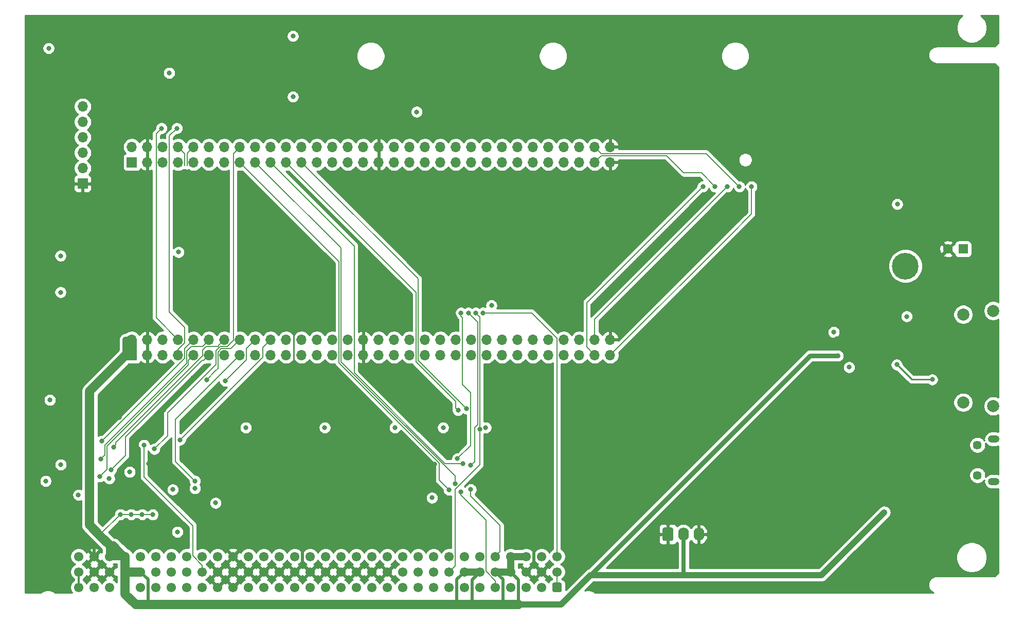
<source format=gbr>
G04 #@! TF.GenerationSoftware,KiCad,Pcbnew,5.1.9+dfsg1-1~bpo10+1*
G04 #@! TF.CreationDate,2022-11-12T12:42:49+01:00*
G04 #@! TF.ProjectId,nubus-to-ztex,6e756275-732d-4746-9f2d-7a7465782e6b,rev?*
G04 #@! TF.SameCoordinates,Original*
G04 #@! TF.FileFunction,Copper,L4,Bot*
G04 #@! TF.FilePolarity,Positive*
%FSLAX46Y46*%
G04 Gerber Fmt 4.6, Leading zero omitted, Abs format (unit mm)*
G04 Created by KiCad (PCBNEW 5.1.9+dfsg1-1~bpo10+1) date 2022-11-12 12:42:49*
%MOMM*%
%LPD*%
G01*
G04 APERTURE LIST*
G04 #@! TA.AperFunction,ComponentPad*
%ADD10C,4.400000*%
G04 #@! TD*
G04 #@! TA.AperFunction,ComponentPad*
%ADD11C,1.450000*%
G04 #@! TD*
G04 #@! TA.AperFunction,ComponentPad*
%ADD12O,1.900000X1.200000*%
G04 #@! TD*
G04 #@! TA.AperFunction,ComponentPad*
%ADD13O,1.740000X2.200000*%
G04 #@! TD*
G04 #@! TA.AperFunction,ComponentPad*
%ADD14R,1.700000X1.700000*%
G04 #@! TD*
G04 #@! TA.AperFunction,ComponentPad*
%ADD15O,1.700000X1.700000*%
G04 #@! TD*
G04 #@! TA.AperFunction,ComponentPad*
%ADD16C,2.000000*%
G04 #@! TD*
G04 #@! TA.AperFunction,ComponentPad*
%ADD17R,1.600000X1.600000*%
G04 #@! TD*
G04 #@! TA.AperFunction,ComponentPad*
%ADD18C,1.600000*%
G04 #@! TD*
G04 #@! TA.AperFunction,ComponentPad*
%ADD19C,1.550000*%
G04 #@! TD*
G04 #@! TA.AperFunction,ViaPad*
%ADD20C,0.800000*%
G04 #@! TD*
G04 #@! TA.AperFunction,Conductor*
%ADD21C,0.500000*%
G04 #@! TD*
G04 #@! TA.AperFunction,Conductor*
%ADD22C,0.152400*%
G04 #@! TD*
G04 #@! TA.AperFunction,Conductor*
%ADD23C,0.250000*%
G04 #@! TD*
G04 #@! TA.AperFunction,Conductor*
%ADD24C,1.200000*%
G04 #@! TD*
G04 #@! TA.AperFunction,Conductor*
%ADD25C,1.500000*%
G04 #@! TD*
G04 #@! TA.AperFunction,Conductor*
%ADD26C,1.000000*%
G04 #@! TD*
G04 #@! TA.AperFunction,Conductor*
%ADD27C,0.800000*%
G04 #@! TD*
G04 #@! TA.AperFunction,Conductor*
%ADD28C,1.600000*%
G04 #@! TD*
G04 #@! TA.AperFunction,Conductor*
%ADD29C,0.650000*%
G04 #@! TD*
G04 #@! TA.AperFunction,Conductor*
%ADD30C,0.200000*%
G04 #@! TD*
G04 #@! TA.AperFunction,Conductor*
%ADD31C,0.300000*%
G04 #@! TD*
G04 #@! TA.AperFunction,Conductor*
%ADD32C,0.254000*%
G04 #@! TD*
G04 #@! TA.AperFunction,Conductor*
%ADD33C,0.100000*%
G04 #@! TD*
G04 APERTURE END LIST*
D10*
X257350000Y-47090000D03*
D11*
X269197500Y-81570000D03*
X269197500Y-76570000D03*
D12*
X271897500Y-82570000D03*
X271897500Y-75570000D03*
G04 #@! TA.AperFunction,ComponentPad*
G36*
G01*
X217370000Y-92120001D02*
X217370000Y-90419999D01*
G75*
G02*
X217619999Y-90170000I249999J0D01*
G01*
X218860001Y-90170000D01*
G75*
G02*
X219110000Y-90419999I0J-249999D01*
G01*
X219110000Y-92120001D01*
G75*
G02*
X218860001Y-92370000I-249999J0D01*
G01*
X217619999Y-92370000D01*
G75*
G02*
X217370000Y-92120001I0J249999D01*
G01*
G37*
G04 #@! TD.AperFunction*
D13*
X220780000Y-91270000D03*
X223320000Y-91270000D03*
D14*
X130000000Y-30000000D03*
D15*
X130000000Y-27460000D03*
X132540000Y-30000000D03*
X132540000Y-27460000D03*
X135080000Y-30000000D03*
X135080000Y-27460000D03*
X137620000Y-30000000D03*
X137620000Y-27460000D03*
X140160000Y-30000000D03*
X140160000Y-27460000D03*
X142700000Y-30000000D03*
X142700000Y-27460000D03*
X145240000Y-30000000D03*
X145240000Y-27460000D03*
X147780000Y-30000000D03*
X147780000Y-27460000D03*
X150320000Y-30000000D03*
X150320000Y-27460000D03*
X152860000Y-30000000D03*
X152860000Y-27460000D03*
X155400000Y-30000000D03*
X155400000Y-27460000D03*
X157940000Y-30000000D03*
X157940000Y-27460000D03*
X160480000Y-30000000D03*
X160480000Y-27460000D03*
X163020000Y-30000000D03*
X163020000Y-27460000D03*
X165560000Y-30000000D03*
X165560000Y-27460000D03*
X168100000Y-30000000D03*
X168100000Y-27460000D03*
X170640000Y-30000000D03*
X170640000Y-27460000D03*
X173180000Y-30000000D03*
X173180000Y-27460000D03*
X175720000Y-30000000D03*
X175720000Y-27460000D03*
X178260000Y-30000000D03*
X178260000Y-27460000D03*
X180800000Y-30000000D03*
X180800000Y-27460000D03*
X183340000Y-30000000D03*
X183340000Y-27460000D03*
X185880000Y-30000000D03*
X185880000Y-27460000D03*
X188420000Y-30000000D03*
X188420000Y-27460000D03*
X190960000Y-30000000D03*
X190960000Y-27460000D03*
X193500000Y-30000000D03*
X193500000Y-27460000D03*
X196040000Y-30000000D03*
X196040000Y-27460000D03*
X198580000Y-30000000D03*
X198580000Y-27460000D03*
X201120000Y-30000000D03*
X201120000Y-27460000D03*
X203660000Y-30000000D03*
X203660000Y-27460000D03*
X206200000Y-30000000D03*
X206200000Y-27460000D03*
X208740000Y-30000000D03*
X208740000Y-27460000D03*
D16*
X271800000Y-70150000D03*
X271800000Y-54450000D03*
X266850000Y-69550000D03*
X266850000Y-55050000D03*
D17*
X266850000Y-44280000D03*
D18*
X264350000Y-44280000D03*
G04 #@! TA.AperFunction,ComponentPad*
G36*
G01*
X200775000Y-99474998D02*
X200775000Y-100525002D01*
G75*
G02*
X200525002Y-100775000I-249998J0D01*
G01*
X199474998Y-100775000D01*
G75*
G02*
X199225000Y-100525002I0J249998D01*
G01*
X199225000Y-99474998D01*
G75*
G02*
X199474998Y-99225000I249998J0D01*
G01*
X200525002Y-99225000D01*
G75*
G02*
X200775000Y-99474998I0J-249998D01*
G01*
G37*
G04 #@! TD.AperFunction*
D19*
X197460000Y-100000000D03*
X194920000Y-100000000D03*
X192380000Y-100000000D03*
X189840000Y-100000000D03*
X187300000Y-100000000D03*
X184760000Y-100000000D03*
X182220000Y-100000000D03*
X179680000Y-100000000D03*
X177140000Y-100000000D03*
X174600000Y-100000000D03*
X172060000Y-100000000D03*
X169520000Y-100000000D03*
X166980000Y-100000000D03*
X164440000Y-100000000D03*
X161900000Y-100000000D03*
X159360000Y-100000000D03*
X156820000Y-100000000D03*
X154280000Y-100000000D03*
X151740000Y-100000000D03*
X149200000Y-100000000D03*
X146660000Y-100000000D03*
X144120000Y-100000000D03*
X141580000Y-100000000D03*
X139040000Y-100000000D03*
X136500000Y-100000000D03*
X133960000Y-100000000D03*
X131420000Y-100000000D03*
X128880000Y-100000000D03*
X126340000Y-100000000D03*
X123800000Y-100000000D03*
X121260000Y-100000000D03*
X200000000Y-97460000D03*
X197460000Y-97460000D03*
X194920000Y-97460000D03*
X192380000Y-97460000D03*
X189840000Y-97460000D03*
X187300000Y-97460000D03*
X184760000Y-97460000D03*
X182220000Y-97460000D03*
X179680000Y-97460000D03*
X177140000Y-97460000D03*
X174600000Y-97460000D03*
X172060000Y-97460000D03*
X169520000Y-97460000D03*
X166980000Y-97460000D03*
X164440000Y-97460000D03*
X161900000Y-97460000D03*
X159360000Y-97460000D03*
X156820000Y-97460000D03*
X154280000Y-97460000D03*
X151740000Y-97460000D03*
X149200000Y-97460000D03*
X146660000Y-97460000D03*
X144120000Y-97460000D03*
X141580000Y-97460000D03*
X139040000Y-97460000D03*
X136500000Y-97460000D03*
X133960000Y-97460000D03*
X131420000Y-97460000D03*
X128880000Y-97460000D03*
X126340000Y-97460000D03*
X123800000Y-97460000D03*
X121260000Y-97460000D03*
X200000000Y-94920000D03*
X197460000Y-94920000D03*
X194920000Y-94920000D03*
X192380000Y-94920000D03*
X189840000Y-94920000D03*
X187300000Y-94920000D03*
X184760000Y-94920000D03*
X182220000Y-94920000D03*
X179680000Y-94920000D03*
X177140000Y-94920000D03*
X174600000Y-94920000D03*
X172060000Y-94920000D03*
X169520000Y-94920000D03*
X166980000Y-94920000D03*
X164440000Y-94920000D03*
X161900000Y-94920000D03*
X159360000Y-94920000D03*
X156820000Y-94920000D03*
X154280000Y-94920000D03*
X151740000Y-94920000D03*
X149200000Y-94920000D03*
X146660000Y-94920000D03*
X144120000Y-94920000D03*
X141580000Y-94920000D03*
X139040000Y-94920000D03*
X136500000Y-94920000D03*
X133960000Y-94920000D03*
X131420000Y-94920000D03*
X128880000Y-94920000D03*
X126340000Y-94920000D03*
X123800000Y-94920000D03*
X121260000Y-94920000D03*
D15*
X121900000Y-20800000D03*
X121900000Y-23340000D03*
X121900000Y-25880000D03*
X121900000Y-28420000D03*
X121900000Y-30960000D03*
D14*
X121900000Y-33500000D03*
D15*
X208740000Y-59210000D03*
X208740000Y-61750000D03*
X206200000Y-59210000D03*
X206200000Y-61750000D03*
X203660000Y-59210000D03*
X203660000Y-61750000D03*
X201120000Y-59210000D03*
X201120000Y-61750000D03*
X198580000Y-59210000D03*
X198580000Y-61750000D03*
X196040000Y-59210000D03*
X196040000Y-61750000D03*
X193500000Y-59210000D03*
X193500000Y-61750000D03*
X190960000Y-59210000D03*
X190960000Y-61750000D03*
X188420000Y-59210000D03*
X188420000Y-61750000D03*
X185880000Y-59210000D03*
X185880000Y-61750000D03*
X183340000Y-59210000D03*
X183340000Y-61750000D03*
X180800000Y-59210000D03*
X180800000Y-61750000D03*
X178260000Y-59210000D03*
X178260000Y-61750000D03*
X175720000Y-59210000D03*
X175720000Y-61750000D03*
X173180000Y-59210000D03*
X173180000Y-61750000D03*
X170640000Y-59210000D03*
X170640000Y-61750000D03*
X168100000Y-59210000D03*
X168100000Y-61750000D03*
X165560000Y-59210000D03*
X165560000Y-61750000D03*
X163020000Y-59210000D03*
X163020000Y-61750000D03*
X160480000Y-59210000D03*
X160480000Y-61750000D03*
X157940000Y-59210000D03*
X157940000Y-61750000D03*
X155400000Y-59210000D03*
X155400000Y-61750000D03*
X152860000Y-59210000D03*
X152860000Y-61750000D03*
X150320000Y-59210000D03*
X150320000Y-61750000D03*
X147780000Y-59210000D03*
X147780000Y-61750000D03*
X145240000Y-59210000D03*
X145240000Y-61750000D03*
X142700000Y-59210000D03*
X142700000Y-61750000D03*
X140160000Y-59210000D03*
X140160000Y-61750000D03*
X137620000Y-59210000D03*
X137620000Y-61750000D03*
X135080000Y-59210000D03*
X135080000Y-61750000D03*
X132540000Y-59210000D03*
X132540000Y-61750000D03*
X130000000Y-59210000D03*
D14*
X130000000Y-61750000D03*
D20*
X234000000Y-34000000D03*
X174500000Y-71000000D03*
X194880000Y-35760000D03*
X208740000Y-50800000D03*
X215540000Y-27460000D03*
X116300000Y-16437500D03*
X268000000Y-58050000D03*
X149900000Y-71000000D03*
X145300000Y-90050000D03*
X189500000Y-71000000D03*
X186786371Y-50762953D03*
X118534670Y-98720000D03*
X115200000Y-90730000D03*
X152880000Y-42180000D03*
X181586371Y-48162953D03*
X268000000Y-65550000D03*
X187000000Y-83100000D03*
X183850000Y-73462500D03*
X256220000Y-61875000D03*
X135250000Y-70800000D03*
X139252400Y-47600000D03*
X268000000Y-61050000D03*
X262640000Y-79355000D03*
X140070000Y-71650000D03*
X203510000Y-96190000D03*
X168650000Y-91575000D03*
X267730000Y-79355000D03*
X145400000Y-88100000D03*
X163000000Y-71000000D03*
X163305000Y-18100000D03*
X149555000Y-18100000D03*
X158100000Y-92000000D03*
X207500000Y-71000000D03*
X132800000Y-79640000D03*
X131100000Y-77215000D03*
X252900000Y-82730000D03*
X264200000Y-67357500D03*
X194857500Y-79750000D03*
X115200000Y-87480000D03*
X176480000Y-33630000D03*
X140070000Y-65480000D03*
X181586371Y-53962953D03*
X165000000Y-8080000D03*
X236450000Y-82730000D03*
X145125000Y-50200000D03*
X256010000Y-87920000D03*
X148200000Y-86800000D03*
X117200000Y-84780000D03*
X179800000Y-92480000D03*
X123800000Y-93000000D03*
X115670000Y-40410000D03*
X190611371Y-50675453D03*
X168357500Y-79750000D03*
X228090000Y-60250000D03*
X168820000Y-45760000D03*
X168357500Y-78180000D03*
X139300000Y-87450000D03*
X255040000Y-53812500D03*
X246062500Y-59100000D03*
X255500000Y-58625000D03*
X158127500Y-19200000D03*
X179857500Y-79750000D03*
X127900000Y-72015000D03*
X115200000Y-89430000D03*
X267720000Y-77180000D03*
X196200000Y-92480000D03*
X155357500Y-79750000D03*
X244180000Y-99750000D03*
X137500000Y-89312500D03*
X158730000Y-9200000D03*
X147900000Y-8080000D03*
X256000000Y-35315000D03*
X256000000Y-14000000D03*
X234000000Y-14000000D03*
X232000000Y-34000000D03*
X161750000Y-73687500D03*
X176885673Y-21678535D03*
X188250000Y-73687500D03*
X136727523Y-83900000D03*
X137700000Y-44789641D03*
X126287500Y-82100000D03*
X248080000Y-63750000D03*
X257550000Y-55387500D03*
X156530000Y-19200000D03*
X156530000Y-9200000D03*
X115812500Y-82500000D03*
X148750000Y-73687500D03*
X140387500Y-83700000D03*
X118300000Y-79800000D03*
X143787500Y-86100000D03*
X245550000Y-57975000D03*
X137500000Y-90887500D03*
X116300000Y-11212500D03*
X116500000Y-69150000D03*
X173300000Y-73700000D03*
X118265134Y-45400000D03*
X121200000Y-84780000D03*
X181250000Y-73687500D03*
X118265134Y-51400000D03*
X136140000Y-15272793D03*
X189211371Y-53562953D03*
X129652500Y-81000000D03*
X179412661Y-85255497D03*
X256000000Y-36890000D03*
X253850000Y-87660000D03*
X246230000Y-61872500D03*
X131697842Y-88000000D03*
X129897842Y-88000000D03*
X128097842Y-88000000D03*
X133421568Y-88014972D03*
X220840000Y-97970000D03*
X188575000Y-102850000D03*
X187800000Y-54800000D03*
X184200000Y-54800000D03*
X183600000Y-78800000D03*
X184150000Y-84250000D03*
X186600000Y-54800000D03*
X187263411Y-73930000D03*
X185400000Y-54800000D03*
X185800000Y-83875000D03*
X185800000Y-79900000D03*
X137965000Y-75700000D03*
X132000000Y-76565000D03*
X137410000Y-24400000D03*
X134880000Y-24400000D03*
X226000000Y-34000000D03*
X228000000Y-34000000D03*
X224000000Y-34000000D03*
X230000000Y-34000000D03*
X133700000Y-77215000D03*
X145387500Y-66000000D03*
X140375000Y-82475000D03*
X142300000Y-65800000D03*
X125066330Y-75900000D03*
X126550000Y-80675000D03*
X124712500Y-81750000D03*
X126975000Y-76905000D03*
X124925000Y-78850000D03*
X182200161Y-83950161D03*
X183200000Y-82900000D03*
X184500000Y-79600000D03*
X185110000Y-70590000D03*
X183710000Y-70850000D03*
X261760000Y-65782500D03*
X255920000Y-63320000D03*
D21*
X158100000Y-96200000D02*
X158100000Y-92000000D01*
X159360000Y-97460000D02*
X158100000Y-96200000D01*
D22*
X152880000Y-42180000D02*
X152880000Y-52210000D01*
D21*
X156820000Y-97460000D02*
X158080000Y-96200000D01*
D22*
X158080000Y-96200000D02*
X158100000Y-96200000D01*
X152880000Y-52210000D02*
X156670000Y-56000000D01*
D21*
X194920000Y-97460000D02*
X196180000Y-96200000D01*
D22*
X196180000Y-96200000D02*
X196200000Y-96200000D01*
D23*
X156670000Y-56000000D02*
X156670000Y-64670000D01*
D21*
X123800000Y-94920000D02*
X123800000Y-93000000D01*
D22*
X156670000Y-64670000D02*
X163000000Y-71000000D01*
D21*
X196200000Y-96200000D02*
X196200000Y-92490000D01*
X197460000Y-97460000D02*
X196200000Y-96200000D01*
D22*
X208740000Y-61750000D02*
X228230000Y-42260000D01*
X232000000Y-38490000D02*
X228230000Y-42260000D01*
X232000000Y-34000000D02*
X232000000Y-38490000D01*
D24*
X189840000Y-97460000D02*
X192380000Y-97460000D01*
D25*
X128880000Y-100000000D02*
X128880000Y-101096015D01*
X128880000Y-101096015D02*
X130633985Y-102850000D01*
X130633985Y-102850000D02*
X132675000Y-102850000D01*
D21*
X184760000Y-97460000D02*
X183500000Y-98720000D01*
D24*
X187300000Y-97460000D02*
X184760000Y-97460000D01*
X192380000Y-94920000D02*
X192380000Y-97460000D01*
X194920000Y-94920000D02*
X192380000Y-94920000D01*
X130000000Y-61750000D02*
X128998000Y-61750000D01*
D25*
X123050000Y-89750000D02*
X124930000Y-91630000D01*
X123050000Y-67697600D02*
X123050000Y-89750000D01*
D26*
X243540000Y-97970000D02*
X253850000Y-87660000D01*
X220840000Y-97970000D02*
X243540000Y-97970000D01*
D27*
X241617500Y-61872500D02*
X205520000Y-97970000D01*
X246230000Y-61872500D02*
X241617500Y-61872500D01*
D26*
X220840000Y-97970000D02*
X205520000Y-97970000D01*
D24*
X126340000Y-94920000D02*
X126340000Y-93040000D01*
D25*
X126340000Y-93040000D02*
X124930000Y-91630000D01*
X127897927Y-62850000D02*
X123050000Y-67697600D01*
X128998000Y-61750000D02*
X127897927Y-62850000D01*
D28*
X130000000Y-61750000D02*
X130000000Y-59210000D01*
D26*
X128998000Y-61750000D02*
X128998000Y-59252000D01*
X129040000Y-59210000D02*
X130000000Y-59210000D01*
X128998000Y-59252000D02*
X129040000Y-59210000D01*
X200640000Y-102850000D02*
X205520000Y-97970000D01*
D22*
X183500000Y-102800000D02*
X183450000Y-102850000D01*
D21*
X183500000Y-98720000D02*
X183500000Y-102800000D01*
D26*
X193650000Y-102850000D02*
X200640000Y-102850000D01*
D21*
X193650000Y-98730000D02*
X192380000Y-97460000D01*
D22*
X131712814Y-88014972D02*
X131697842Y-88000000D01*
X133421568Y-88014972D02*
X131712814Y-88014972D01*
X131697842Y-88000000D02*
X129897842Y-88000000D01*
X129897842Y-88000000D02*
X128097842Y-88000000D01*
X124930000Y-91167842D02*
X124930000Y-91630000D01*
X128097842Y-88000000D02*
X124930000Y-91167842D01*
D25*
X128880000Y-97460000D02*
X131420000Y-97460000D01*
X128880000Y-97460000D02*
X128880000Y-100000000D01*
X128880000Y-94920000D02*
X128880000Y-97460000D01*
D21*
X193650000Y-102850000D02*
X193650000Y-98730000D01*
X187300000Y-97460000D02*
X186025000Y-98735000D01*
D22*
X186025000Y-102825000D02*
X186050000Y-102850000D01*
D21*
X186025000Y-98735000D02*
X186025000Y-102825000D01*
D25*
X183450000Y-102850000D02*
X186050000Y-102850000D01*
D21*
X189840000Y-97460000D02*
X191100000Y-98720000D01*
X191100000Y-98720000D02*
X191100000Y-102650000D01*
D22*
X191100000Y-102650000D02*
X191300000Y-102850000D01*
D25*
X191300000Y-102850000D02*
X193650000Y-102850000D01*
X186050000Y-102850000D02*
X188575000Y-102850000D01*
X188575000Y-102850000D02*
X191300000Y-102850000D01*
D21*
X132675000Y-98715000D02*
X132675000Y-102850000D01*
X131420000Y-97460000D02*
X132675000Y-98715000D01*
D25*
X183450000Y-102850000D02*
X132675000Y-102850000D01*
D24*
X126340000Y-94920000D02*
X128880000Y-94920000D01*
X127000000Y-93040000D02*
X126340000Y-93040000D01*
D22*
X127585000Y-93675000D02*
X127635000Y-93675000D01*
D24*
X127635000Y-93675000D02*
X127000000Y-93040000D01*
X126340000Y-94920000D02*
X127585000Y-93675000D01*
X128880000Y-94920000D02*
X127635000Y-93675000D01*
D25*
X188575000Y-102850000D02*
X188575000Y-102850000D01*
D22*
X220840000Y-91330000D02*
X220780000Y-91270000D01*
D29*
X220840000Y-97970000D02*
X220840000Y-91330000D01*
D30*
X200000000Y-100000000D02*
X200000000Y-97460000D01*
D22*
X195845000Y-54800000D02*
X187800000Y-54800000D01*
X200000000Y-58955000D02*
X195845000Y-54800000D01*
X200000000Y-94920000D02*
X200000000Y-58955000D01*
X189840000Y-98903985D02*
X189840000Y-100000000D01*
X184150000Y-84250000D02*
X184150000Y-84815685D01*
X184150000Y-84815685D02*
X188303601Y-88969286D01*
X188303601Y-88969286D02*
X188303601Y-97367586D01*
X188303601Y-97367586D02*
X189840000Y-98903985D01*
X184200000Y-54800000D02*
X184200000Y-55365685D01*
X184200000Y-55365685D02*
X184418601Y-55584286D01*
X184418601Y-55584286D02*
X184418601Y-66588601D01*
X185738601Y-67908601D02*
X184418601Y-66588601D01*
X185738601Y-76661399D02*
X185738601Y-67908601D01*
X183600000Y-78800000D02*
X185738601Y-76661399D01*
D31*
X121260000Y-97460000D02*
X121260000Y-100000000D01*
D22*
X182220000Y-97460000D02*
X183223601Y-96456399D01*
X187263411Y-79833791D02*
X187263411Y-73930000D01*
X183223601Y-83873601D02*
X187263411Y-79833791D01*
X187263411Y-55463411D02*
X186600000Y-54800000D01*
X187263411Y-73930000D02*
X187263411Y-55463411D01*
X183223601Y-96456399D02*
X183223601Y-83873601D01*
X190614999Y-89814999D02*
X185800000Y-85000000D01*
X190614999Y-94145001D02*
X190614999Y-89814999D01*
X189840000Y-94920000D02*
X190614999Y-94145001D01*
X185800000Y-85000000D02*
X185800000Y-83875000D01*
X186958601Y-56358601D02*
X185400000Y-54800000D01*
X185800000Y-79900000D02*
X186428601Y-79271399D01*
X186428601Y-79271399D02*
X186428601Y-73701399D01*
X186428601Y-73701399D02*
X186958601Y-73171399D01*
X186958601Y-73171399D02*
X186958601Y-56358601D01*
X138698601Y-28538601D02*
X138698601Y-30517729D01*
X137620000Y-27460000D02*
X138698601Y-28538601D01*
X139310001Y-28309999D02*
X140160000Y-27460000D01*
X139081399Y-30565997D02*
X139081399Y-28538601D01*
X139081399Y-28538601D02*
X139310001Y-28309999D01*
X152860000Y-59210000D02*
X151600000Y-60470000D01*
X151600000Y-62065000D02*
X151398601Y-62266399D01*
X151600000Y-60470000D02*
X151600000Y-62065000D01*
X137965000Y-75700000D02*
X151398601Y-62266399D01*
X140043601Y-94827586D02*
X140043601Y-89843601D01*
X141580000Y-96363985D02*
X140043601Y-94827586D01*
X141580000Y-97460000D02*
X141580000Y-96363985D01*
X132000000Y-81800000D02*
X132000000Y-76565000D01*
X140043601Y-89843601D02*
X132000000Y-81800000D01*
X137620000Y-61750000D02*
X137620000Y-60806330D01*
X137620000Y-60806330D02*
X138698601Y-59727729D01*
X138698601Y-59727729D02*
X138698601Y-57188601D01*
X136158601Y-25651399D02*
X136158601Y-54648601D01*
X137410000Y-24400000D02*
X136158601Y-25651399D01*
X138698601Y-57188601D02*
X136158601Y-54648601D01*
X134001399Y-25278601D02*
X134880000Y-24400000D01*
X134001399Y-55591399D02*
X134001399Y-25278601D01*
X137620000Y-59210000D02*
X134001399Y-55591399D01*
X207278601Y-28921399D02*
X218021399Y-28921399D01*
X206200000Y-30000000D02*
X207278601Y-28921399D01*
X218021399Y-28921399D02*
X220850000Y-31750000D01*
X223750000Y-31750000D02*
X226000000Y-34000000D01*
X220850000Y-31750000D02*
X223750000Y-31750000D01*
X206200000Y-55800000D02*
X228000000Y-34000000D01*
X206200000Y-59210000D02*
X206200000Y-55800000D01*
X224000000Y-34000000D02*
X205550000Y-52450000D01*
X206200000Y-61750000D02*
X204900000Y-60450000D01*
X204900000Y-53100000D02*
X205550000Y-52450000D01*
X204900000Y-60450000D02*
X204900000Y-53100000D01*
X224538601Y-28538601D02*
X230000000Y-34000000D01*
X206200000Y-27460000D02*
X207278601Y-28538601D01*
X207278601Y-28538601D02*
X224538601Y-28538601D01*
X146701399Y-28538601D02*
X147780000Y-27460000D01*
X146701399Y-59344931D02*
X146701399Y-28538601D01*
X145679741Y-60366589D02*
X146701399Y-59344931D01*
X144514477Y-60366589D02*
X145679741Y-60366589D01*
X135878601Y-75036399D02*
X135878601Y-71291069D01*
X135878601Y-71291069D02*
X143856589Y-63313081D01*
X143856589Y-61024477D02*
X144514477Y-60366589D01*
X133700000Y-77215000D02*
X135878601Y-75036399D01*
X143856589Y-63313081D02*
X143856589Y-61024477D01*
X148858601Y-62528899D02*
X148858601Y-60671399D01*
X149470001Y-60059999D02*
X150320000Y-59210000D01*
X148858601Y-60671399D02*
X149470001Y-60059999D01*
X145387500Y-66000000D02*
X148858601Y-62528899D01*
X140375000Y-82475000D02*
X137200000Y-79300000D01*
X137200000Y-72330000D02*
X147780000Y-61750000D01*
X137200000Y-79300000D02*
X137200000Y-72330000D01*
X144161399Y-63938601D02*
X143778601Y-64321399D01*
X147780000Y-59210000D02*
X146318601Y-60671399D01*
X143778601Y-64321399D02*
X142300000Y-65800000D01*
X144718601Y-60671399D02*
X144161399Y-61228601D01*
X146318601Y-60671399D02*
X144718601Y-60671399D01*
X144161399Y-61228601D02*
X144161399Y-63938601D01*
X138698601Y-60671399D02*
X140160000Y-59210000D01*
X138698601Y-62267729D02*
X125066330Y-75900000D01*
X138698601Y-60671399D02*
X138698601Y-62267729D01*
X128958411Y-75223759D02*
X128958411Y-78266589D01*
X141582171Y-62599999D02*
X128958411Y-75223759D01*
X141850001Y-62599999D02*
X141582171Y-62599999D01*
X142700000Y-61750000D02*
X141850001Y-62599999D01*
X128958411Y-78266589D02*
X126550000Y-80675000D01*
X126550000Y-80675000D02*
X126550000Y-80675000D01*
X140160000Y-61750000D02*
X139310001Y-62599999D01*
X125904810Y-80557690D02*
X124712500Y-81750000D01*
X139310001Y-63334669D02*
X125904810Y-76739860D01*
X139310001Y-62599999D02*
X139310001Y-63334669D01*
X125904810Y-76739860D02*
X125904810Y-80557690D01*
X144390001Y-60059999D02*
X145240000Y-59210000D01*
X141621399Y-60928601D02*
X142261399Y-60288601D01*
X144161399Y-60288601D02*
X144390001Y-60059999D01*
X141621399Y-61884931D02*
X141621399Y-60928601D01*
X142261399Y-60288601D02*
X144161399Y-60288601D01*
X126975000Y-76905000D02*
X127374999Y-76505001D01*
X127374999Y-76505001D02*
X127374999Y-76131331D01*
X127374999Y-76131331D02*
X141621399Y-61884931D01*
X139003411Y-61121589D02*
X139003411Y-63146589D01*
X139836399Y-60288601D02*
X139003411Y-61121589D01*
X141621399Y-60288601D02*
X139836399Y-60288601D01*
X142700000Y-59210000D02*
X141621399Y-60288601D01*
X139003411Y-63146589D02*
X125600000Y-76550000D01*
X125600000Y-76550000D02*
X125600000Y-76550000D01*
X125324999Y-78450001D02*
X124925000Y-78850000D01*
X125600000Y-78175000D02*
X125324999Y-78450001D01*
X125600000Y-76550000D02*
X125600000Y-78175000D01*
X180621399Y-82371399D02*
X182200161Y-83950161D01*
X147780000Y-30000000D02*
X164098601Y-46318601D01*
X180621399Y-79531399D02*
X180621399Y-82371399D01*
X164098601Y-46318601D02*
X164098601Y-63008601D01*
X164098601Y-63008601D02*
X180621399Y-79531399D01*
X151169999Y-30849999D02*
X150320000Y-30000000D01*
X183200000Y-82900000D02*
X183200000Y-81678934D01*
X183200000Y-81678934D02*
X164403411Y-62882345D01*
X164403411Y-62882345D02*
X164403411Y-44083411D01*
X164403411Y-44083411D02*
X151169999Y-30849999D01*
X153709999Y-30849999D02*
X152860000Y-30000000D01*
X166638601Y-64686469D02*
X166638601Y-43778601D01*
X166638601Y-43778601D02*
X153709999Y-30849999D01*
X181552132Y-79600000D02*
X166638601Y-64686469D01*
X184500000Y-79600000D02*
X181552132Y-79600000D01*
X158789999Y-30849999D02*
X157940000Y-30000000D01*
X177103411Y-49163411D02*
X158789999Y-30849999D01*
X177103411Y-62583411D02*
X177103411Y-49163411D01*
X185110000Y-70590000D02*
X177103411Y-62583411D01*
X176798601Y-51398601D02*
X155400000Y-30000000D01*
X176798601Y-62898601D02*
X176798601Y-51398601D01*
X183310001Y-69410001D02*
X176798601Y-62898601D01*
X183310001Y-70450001D02*
X183310001Y-69410001D01*
X183710000Y-70850000D02*
X183310001Y-70450001D01*
D23*
X258382500Y-65782500D02*
X261760000Y-65782500D01*
X255920000Y-63320000D02*
X258382500Y-65782500D01*
D32*
X266654985Y-5874284D02*
X266304284Y-6224985D01*
X266028739Y-6637366D01*
X265838941Y-7095580D01*
X265742183Y-7582017D01*
X265742183Y-8077983D01*
X265838941Y-8564420D01*
X266028739Y-9022634D01*
X266304284Y-9435015D01*
X266654985Y-9785716D01*
X267067366Y-10061261D01*
X267525580Y-10251059D01*
X268012017Y-10347817D01*
X268507983Y-10347817D01*
X268994420Y-10251059D01*
X269452634Y-10061261D01*
X269865015Y-9785716D01*
X270215716Y-9435015D01*
X270491261Y-9022634D01*
X270681059Y-8564420D01*
X270777817Y-8077983D01*
X270777817Y-7582017D01*
X270681059Y-7095580D01*
X270491261Y-6637366D01*
X270215716Y-6224985D01*
X269865015Y-5874284D01*
X269768807Y-5810000D01*
X272620000Y-5810000D01*
X272620001Y-10385908D01*
X272085909Y-10920000D01*
X262465123Y-10920000D01*
X262430023Y-10923457D01*
X262420938Y-10923457D01*
X262411079Y-10924493D01*
X262275316Y-10939722D01*
X262212410Y-10953094D01*
X262149252Y-10965599D01*
X262139782Y-10968531D01*
X262009561Y-11009839D01*
X261950438Y-11035179D01*
X261890914Y-11059713D01*
X261882194Y-11064428D01*
X261762476Y-11130244D01*
X261709412Y-11166579D01*
X261655782Y-11202210D01*
X261648144Y-11208529D01*
X261543490Y-11296344D01*
X261498477Y-11342310D01*
X261452804Y-11387665D01*
X261446539Y-11395347D01*
X261360935Y-11501818D01*
X261325733Y-11555613D01*
X261289716Y-11609010D01*
X261285062Y-11617763D01*
X261221768Y-11738832D01*
X261197669Y-11798477D01*
X261172722Y-11857825D01*
X261169857Y-11867315D01*
X261131285Y-11998373D01*
X261119231Y-12061565D01*
X261106288Y-12124618D01*
X261105321Y-12134484D01*
X261092939Y-12270537D01*
X261093388Y-12334853D01*
X261092939Y-12399235D01*
X261093906Y-12409101D01*
X261108186Y-12544968D01*
X261121121Y-12607983D01*
X261133185Y-12671221D01*
X261136050Y-12680711D01*
X261176449Y-12811217D01*
X261201391Y-12870550D01*
X261225492Y-12930202D01*
X261230146Y-12938955D01*
X261295124Y-13059129D01*
X261331086Y-13112444D01*
X261366342Y-13166322D01*
X261372608Y-13174004D01*
X261459689Y-13279268D01*
X261505328Y-13324590D01*
X261550378Y-13370593D01*
X261558017Y-13376912D01*
X261663887Y-13463257D01*
X261717474Y-13498859D01*
X261770583Y-13535224D01*
X261779303Y-13539939D01*
X261899928Y-13604076D01*
X261959402Y-13628589D01*
X262018565Y-13653947D01*
X262028035Y-13656878D01*
X262158820Y-13696365D01*
X262221939Y-13708863D01*
X262284895Y-13722245D01*
X262294754Y-13723281D01*
X262430718Y-13736612D01*
X262430723Y-13736612D01*
X262465123Y-13740000D01*
X272085909Y-13740000D01*
X272620001Y-14274092D01*
X272620001Y-53031509D01*
X272574463Y-53001082D01*
X272276912Y-52877832D01*
X271961033Y-52815000D01*
X271638967Y-52815000D01*
X271323088Y-52877832D01*
X271025537Y-53001082D01*
X270757748Y-53180013D01*
X270530013Y-53407748D01*
X270351082Y-53675537D01*
X270227832Y-53973088D01*
X270165000Y-54288967D01*
X270165000Y-54611033D01*
X270227832Y-54926912D01*
X270351082Y-55224463D01*
X270530013Y-55492252D01*
X270757748Y-55719987D01*
X271025537Y-55898918D01*
X271323088Y-56022168D01*
X271638967Y-56085000D01*
X271961033Y-56085000D01*
X272276912Y-56022168D01*
X272574463Y-55898918D01*
X272620001Y-55868491D01*
X272620000Y-68731509D01*
X272574463Y-68701082D01*
X272276912Y-68577832D01*
X271961033Y-68515000D01*
X271638967Y-68515000D01*
X271323088Y-68577832D01*
X271025537Y-68701082D01*
X270757748Y-68880013D01*
X270530013Y-69107748D01*
X270351082Y-69375537D01*
X270227832Y-69673088D01*
X270165000Y-69988967D01*
X270165000Y-70311033D01*
X270227832Y-70626912D01*
X270351082Y-70924463D01*
X270530013Y-71192252D01*
X270757748Y-71419987D01*
X271025537Y-71598918D01*
X271323088Y-71722168D01*
X271638967Y-71785000D01*
X271961033Y-71785000D01*
X272276912Y-71722168D01*
X272574463Y-71598918D01*
X272620000Y-71568491D01*
X272620000Y-74392426D01*
X272489602Y-74352870D01*
X272308165Y-74335000D01*
X271486835Y-74335000D01*
X271305398Y-74352870D01*
X271072599Y-74423489D01*
X270858051Y-74538167D01*
X270669998Y-74692498D01*
X270515667Y-74880551D01*
X270400989Y-75095099D01*
X270330370Y-75327898D01*
X270306525Y-75570000D01*
X270330370Y-75812102D01*
X270333383Y-75822035D01*
X270253881Y-75703051D01*
X270064449Y-75513619D01*
X269841701Y-75364784D01*
X269594197Y-75262264D01*
X269331448Y-75210000D01*
X269063552Y-75210000D01*
X268800803Y-75262264D01*
X268553299Y-75364784D01*
X268330551Y-75513619D01*
X268141119Y-75703051D01*
X267992284Y-75925799D01*
X267889764Y-76173303D01*
X267837500Y-76436052D01*
X267837500Y-76703948D01*
X267889764Y-76966697D01*
X267992284Y-77214201D01*
X268141119Y-77436949D01*
X268330551Y-77626381D01*
X268553299Y-77775216D01*
X268800803Y-77877736D01*
X269063552Y-77930000D01*
X269331448Y-77930000D01*
X269594197Y-77877736D01*
X269841701Y-77775216D01*
X270064449Y-77626381D01*
X270253881Y-77436949D01*
X270402716Y-77214201D01*
X270505236Y-76966697D01*
X270557500Y-76703948D01*
X270557500Y-76436052D01*
X270524516Y-76270232D01*
X270669998Y-76447502D01*
X270858051Y-76601833D01*
X271072599Y-76716511D01*
X271305398Y-76787130D01*
X271486835Y-76805000D01*
X272308165Y-76805000D01*
X272489602Y-76787130D01*
X272620000Y-76747574D01*
X272620000Y-81392426D01*
X272489602Y-81352870D01*
X272308165Y-81335000D01*
X271486835Y-81335000D01*
X271305398Y-81352870D01*
X271072599Y-81423489D01*
X270858051Y-81538167D01*
X270669998Y-81692498D01*
X270524516Y-81869768D01*
X270557500Y-81703948D01*
X270557500Y-81436052D01*
X270505236Y-81173303D01*
X270402716Y-80925799D01*
X270253881Y-80703051D01*
X270064449Y-80513619D01*
X269841701Y-80364784D01*
X269594197Y-80262264D01*
X269331448Y-80210000D01*
X269063552Y-80210000D01*
X268800803Y-80262264D01*
X268553299Y-80364784D01*
X268330551Y-80513619D01*
X268141119Y-80703051D01*
X267992284Y-80925799D01*
X267889764Y-81173303D01*
X267837500Y-81436052D01*
X267837500Y-81703948D01*
X267889764Y-81966697D01*
X267992284Y-82214201D01*
X268141119Y-82436949D01*
X268330551Y-82626381D01*
X268553299Y-82775216D01*
X268800803Y-82877736D01*
X269063552Y-82930000D01*
X269331448Y-82930000D01*
X269594197Y-82877736D01*
X269841701Y-82775216D01*
X270064449Y-82626381D01*
X270253881Y-82436949D01*
X270333383Y-82317965D01*
X270330370Y-82327898D01*
X270306525Y-82570000D01*
X270330370Y-82812102D01*
X270400989Y-83044901D01*
X270515667Y-83259449D01*
X270669998Y-83447502D01*
X270858051Y-83601833D01*
X271072599Y-83716511D01*
X271305398Y-83787130D01*
X271486835Y-83805000D01*
X272308165Y-83805000D01*
X272489602Y-83787130D01*
X272620000Y-83747574D01*
X272620000Y-97635909D01*
X272085909Y-98170000D01*
X262465123Y-98170000D01*
X262430023Y-98173457D01*
X262420938Y-98173457D01*
X262411079Y-98174493D01*
X262275316Y-98189722D01*
X262212410Y-98203094D01*
X262149252Y-98215599D01*
X262139782Y-98218531D01*
X262009561Y-98259839D01*
X261950438Y-98285179D01*
X261890914Y-98309713D01*
X261882194Y-98314428D01*
X261762476Y-98380244D01*
X261709412Y-98416579D01*
X261655782Y-98452210D01*
X261648144Y-98458529D01*
X261543490Y-98546344D01*
X261498477Y-98592310D01*
X261452804Y-98637665D01*
X261446539Y-98645347D01*
X261360935Y-98751818D01*
X261325733Y-98805613D01*
X261289716Y-98859010D01*
X261285062Y-98867763D01*
X261221768Y-98988832D01*
X261197669Y-99048477D01*
X261172722Y-99107825D01*
X261169857Y-99117315D01*
X261131285Y-99248373D01*
X261119231Y-99311565D01*
X261106288Y-99374618D01*
X261105321Y-99384484D01*
X261092939Y-99520537D01*
X261093388Y-99584853D01*
X261092939Y-99649235D01*
X261093906Y-99659101D01*
X261108186Y-99794968D01*
X261121121Y-99857983D01*
X261133185Y-99921221D01*
X261136050Y-99930711D01*
X261176449Y-100061217D01*
X261201391Y-100120550D01*
X261225492Y-100180202D01*
X261230146Y-100188955D01*
X261295124Y-100309129D01*
X261331086Y-100362444D01*
X261366342Y-100416322D01*
X261372608Y-100424004D01*
X261459689Y-100529268D01*
X261505328Y-100574590D01*
X261550378Y-100620593D01*
X261558017Y-100626912D01*
X261663887Y-100713257D01*
X261717474Y-100748859D01*
X261770583Y-100785224D01*
X261779303Y-100789939D01*
X261899928Y-100854076D01*
X261945842Y-100873000D01*
X206293059Y-100873000D01*
X206055776Y-100714452D01*
X205680880Y-100559165D01*
X205282892Y-100480000D01*
X204877108Y-100480000D01*
X204550082Y-100545050D01*
X205990132Y-99105000D01*
X243484249Y-99105000D01*
X243540000Y-99110491D01*
X243595751Y-99105000D01*
X243595752Y-99105000D01*
X243762499Y-99088577D01*
X243976447Y-99023676D01*
X244173623Y-98918284D01*
X244346449Y-98776449D01*
X244381996Y-98733135D01*
X248285565Y-94829566D01*
X265717303Y-94829566D01*
X265717303Y-95330434D01*
X265815017Y-95821677D01*
X266006691Y-96284419D01*
X266284958Y-96700875D01*
X266639125Y-97055042D01*
X267055581Y-97333309D01*
X267518323Y-97524983D01*
X268009566Y-97622697D01*
X268510434Y-97622697D01*
X269001677Y-97524983D01*
X269464419Y-97333309D01*
X269880875Y-97055042D01*
X270235042Y-96700875D01*
X270513309Y-96284419D01*
X270704983Y-95821677D01*
X270802697Y-95330434D01*
X270802697Y-94829566D01*
X270704983Y-94338323D01*
X270513309Y-93875581D01*
X270235042Y-93459125D01*
X269880875Y-93104958D01*
X269464419Y-92826691D01*
X269001677Y-92635017D01*
X268510434Y-92537303D01*
X268009566Y-92537303D01*
X267518323Y-92635017D01*
X267055581Y-92826691D01*
X266639125Y-93104958D01*
X266284958Y-93459125D01*
X266006691Y-93875581D01*
X265815017Y-94338323D01*
X265717303Y-94829566D01*
X248285565Y-94829566D01*
X254691988Y-88423144D01*
X254798284Y-88293623D01*
X254903676Y-88096447D01*
X254968577Y-87882499D01*
X254990491Y-87660000D01*
X254968577Y-87437501D01*
X254903676Y-87223554D01*
X254798284Y-87026378D01*
X254656449Y-86853551D01*
X254483622Y-86711716D01*
X254286446Y-86606324D01*
X254072499Y-86541423D01*
X253850000Y-86519509D01*
X253627501Y-86541423D01*
X253413553Y-86606324D01*
X253216377Y-86711716D01*
X253086856Y-86818012D01*
X243069869Y-96835000D01*
X221800000Y-96835000D01*
X221800000Y-92609841D01*
X221849345Y-92569345D01*
X222037417Y-92340179D01*
X222052302Y-92312331D01*
X222141744Y-92448903D01*
X222349506Y-92660536D01*
X222594563Y-92827571D01*
X222867498Y-92943588D01*
X222959969Y-92961302D01*
X223193000Y-92840246D01*
X223193000Y-91397000D01*
X223447000Y-91397000D01*
X223447000Y-92840246D01*
X223680031Y-92961302D01*
X223772502Y-92943588D01*
X224045437Y-92827571D01*
X224290494Y-92660536D01*
X224498256Y-92448903D01*
X224660738Y-92200804D01*
X224771696Y-91925773D01*
X224826866Y-91634380D01*
X224670586Y-91397000D01*
X223447000Y-91397000D01*
X223193000Y-91397000D01*
X223173000Y-91397000D01*
X223173000Y-91143000D01*
X223193000Y-91143000D01*
X223193000Y-89699754D01*
X223447000Y-89699754D01*
X223447000Y-91143000D01*
X224670586Y-91143000D01*
X224826866Y-90905620D01*
X224771696Y-90614227D01*
X224660738Y-90339196D01*
X224498256Y-90091097D01*
X224290494Y-89879464D01*
X224045437Y-89712429D01*
X223772502Y-89596412D01*
X223680031Y-89578698D01*
X223447000Y-89699754D01*
X223193000Y-89699754D01*
X222959969Y-89578698D01*
X222867498Y-89596412D01*
X222594563Y-89712429D01*
X222349506Y-89879464D01*
X222141744Y-90091097D01*
X222052302Y-90227669D01*
X222037417Y-90199821D01*
X221849345Y-89970655D01*
X221620178Y-89782583D01*
X221358724Y-89642834D01*
X221075031Y-89556776D01*
X220780000Y-89527718D01*
X220484968Y-89556776D01*
X220201275Y-89642834D01*
X219939821Y-89782583D01*
X219712615Y-89969047D01*
X219699502Y-89925820D01*
X219640537Y-89815506D01*
X219561185Y-89718815D01*
X219464494Y-89639463D01*
X219354180Y-89580498D01*
X219234482Y-89544188D01*
X219110000Y-89531928D01*
X218525750Y-89535000D01*
X218367000Y-89693750D01*
X218367000Y-91143000D01*
X218387000Y-91143000D01*
X218387000Y-91397000D01*
X218367000Y-91397000D01*
X218367000Y-92846250D01*
X218525750Y-93005000D01*
X219110000Y-93008072D01*
X219234482Y-92995812D01*
X219354180Y-92959502D01*
X219464494Y-92900537D01*
X219561185Y-92821185D01*
X219640537Y-92724494D01*
X219699502Y-92614180D01*
X219712615Y-92570953D01*
X219880001Y-92708323D01*
X219880000Y-96835000D01*
X208118710Y-96835000D01*
X212583710Y-92370000D01*
X216731928Y-92370000D01*
X216744188Y-92494482D01*
X216780498Y-92614180D01*
X216839463Y-92724494D01*
X216918815Y-92821185D01*
X217015506Y-92900537D01*
X217125820Y-92959502D01*
X217245518Y-92995812D01*
X217370000Y-93008072D01*
X217954250Y-93005000D01*
X218113000Y-92846250D01*
X218113000Y-91397000D01*
X216893750Y-91397000D01*
X216735000Y-91555750D01*
X216731928Y-92370000D01*
X212583710Y-92370000D01*
X214783710Y-90170000D01*
X216731928Y-90170000D01*
X216735000Y-90984250D01*
X216893750Y-91143000D01*
X218113000Y-91143000D01*
X218113000Y-89693750D01*
X217954250Y-89535000D01*
X217370000Y-89531928D01*
X217245518Y-89544188D01*
X217125820Y-89580498D01*
X217015506Y-89639463D01*
X216918815Y-89718815D01*
X216839463Y-89815506D01*
X216780498Y-89925820D01*
X216744188Y-90045518D01*
X216731928Y-90170000D01*
X214783710Y-90170000D01*
X235564743Y-69388967D01*
X265215000Y-69388967D01*
X265215000Y-69711033D01*
X265277832Y-70026912D01*
X265401082Y-70324463D01*
X265580013Y-70592252D01*
X265807748Y-70819987D01*
X266075537Y-70998918D01*
X266373088Y-71122168D01*
X266688967Y-71185000D01*
X267011033Y-71185000D01*
X267326912Y-71122168D01*
X267624463Y-70998918D01*
X267892252Y-70819987D01*
X268119987Y-70592252D01*
X268298918Y-70324463D01*
X268422168Y-70026912D01*
X268485000Y-69711033D01*
X268485000Y-69388967D01*
X268422168Y-69073088D01*
X268298918Y-68775537D01*
X268119987Y-68507748D01*
X267892252Y-68280013D01*
X267624463Y-68101082D01*
X267326912Y-67977832D01*
X267011033Y-67915000D01*
X266688967Y-67915000D01*
X266373088Y-67977832D01*
X266075537Y-68101082D01*
X265807748Y-68280013D01*
X265580013Y-68507748D01*
X265401082Y-68775537D01*
X265277832Y-69073088D01*
X265215000Y-69388967D01*
X235564743Y-69388967D01*
X241305649Y-63648061D01*
X247045000Y-63648061D01*
X247045000Y-63851939D01*
X247084774Y-64051898D01*
X247162795Y-64240256D01*
X247276063Y-64409774D01*
X247420226Y-64553937D01*
X247589744Y-64667205D01*
X247778102Y-64745226D01*
X247978061Y-64785000D01*
X248181939Y-64785000D01*
X248381898Y-64745226D01*
X248570256Y-64667205D01*
X248739774Y-64553937D01*
X248883937Y-64409774D01*
X248997205Y-64240256D01*
X249075226Y-64051898D01*
X249115000Y-63851939D01*
X249115000Y-63648061D01*
X249075226Y-63448102D01*
X248997205Y-63259744D01*
X248969354Y-63218061D01*
X254885000Y-63218061D01*
X254885000Y-63421939D01*
X254924774Y-63621898D01*
X255002795Y-63810256D01*
X255116063Y-63979774D01*
X255260226Y-64123937D01*
X255429744Y-64237205D01*
X255618102Y-64315226D01*
X255818061Y-64355000D01*
X255880199Y-64355000D01*
X257818701Y-66293503D01*
X257842499Y-66322501D01*
X257871497Y-66346299D01*
X257958223Y-66417474D01*
X258038234Y-66460241D01*
X258090253Y-66488046D01*
X258233514Y-66531503D01*
X258345167Y-66542500D01*
X258345177Y-66542500D01*
X258382500Y-66546176D01*
X258419823Y-66542500D01*
X261056289Y-66542500D01*
X261100226Y-66586437D01*
X261269744Y-66699705D01*
X261458102Y-66777726D01*
X261658061Y-66817500D01*
X261861939Y-66817500D01*
X262061898Y-66777726D01*
X262250256Y-66699705D01*
X262419774Y-66586437D01*
X262563937Y-66442274D01*
X262677205Y-66272756D01*
X262755226Y-66084398D01*
X262795000Y-65884439D01*
X262795000Y-65680561D01*
X262755226Y-65480602D01*
X262677205Y-65292244D01*
X262563937Y-65122726D01*
X262419774Y-64978563D01*
X262250256Y-64865295D01*
X262061898Y-64787274D01*
X261861939Y-64747500D01*
X261658061Y-64747500D01*
X261458102Y-64787274D01*
X261269744Y-64865295D01*
X261100226Y-64978563D01*
X261056289Y-65022500D01*
X258697302Y-65022500D01*
X256955000Y-63280199D01*
X256955000Y-63218061D01*
X256915226Y-63018102D01*
X256837205Y-62829744D01*
X256723937Y-62660226D01*
X256579774Y-62516063D01*
X256410256Y-62402795D01*
X256221898Y-62324774D01*
X256021939Y-62285000D01*
X255818061Y-62285000D01*
X255618102Y-62324774D01*
X255429744Y-62402795D01*
X255260226Y-62516063D01*
X255116063Y-62660226D01*
X255002795Y-62829744D01*
X254924774Y-63018102D01*
X254885000Y-63218061D01*
X248969354Y-63218061D01*
X248883937Y-63090226D01*
X248739774Y-62946063D01*
X248570256Y-62832795D01*
X248381898Y-62754774D01*
X248181939Y-62715000D01*
X247978061Y-62715000D01*
X247778102Y-62754774D01*
X247589744Y-62832795D01*
X247420226Y-62946063D01*
X247276063Y-63090226D01*
X247162795Y-63259744D01*
X247084774Y-63448102D01*
X247045000Y-63648061D01*
X241305649Y-63648061D01*
X242046211Y-62907500D01*
X246331939Y-62907500D01*
X246382057Y-62897531D01*
X246432895Y-62892524D01*
X246481777Y-62877696D01*
X246531898Y-62867726D01*
X246579113Y-62848169D01*
X246627993Y-62833341D01*
X246673042Y-62809262D01*
X246720256Y-62789705D01*
X246762746Y-62761314D01*
X246807797Y-62737234D01*
X246847284Y-62704828D01*
X246889774Y-62676437D01*
X246925908Y-62640303D01*
X246965396Y-62607896D01*
X246997803Y-62568408D01*
X247033937Y-62532274D01*
X247062328Y-62489784D01*
X247094734Y-62450297D01*
X247118814Y-62405246D01*
X247147205Y-62362756D01*
X247166762Y-62315542D01*
X247190841Y-62270493D01*
X247205669Y-62221613D01*
X247225226Y-62174398D01*
X247235196Y-62124277D01*
X247250024Y-62075395D01*
X247255031Y-62024557D01*
X247265000Y-61974439D01*
X247265000Y-61923338D01*
X247270007Y-61872500D01*
X247265000Y-61821662D01*
X247265000Y-61770561D01*
X247255031Y-61720443D01*
X247250024Y-61669605D01*
X247235196Y-61620723D01*
X247225226Y-61570602D01*
X247205669Y-61523387D01*
X247190841Y-61474507D01*
X247166762Y-61429458D01*
X247147205Y-61382244D01*
X247118814Y-61339754D01*
X247094734Y-61294703D01*
X247062328Y-61255216D01*
X247033937Y-61212726D01*
X246997803Y-61176592D01*
X246965396Y-61137104D01*
X246925908Y-61104697D01*
X246889774Y-61068563D01*
X246847284Y-61040172D01*
X246807797Y-61007766D01*
X246762746Y-60983686D01*
X246720256Y-60955295D01*
X246673042Y-60935738D01*
X246627993Y-60911659D01*
X246579113Y-60896831D01*
X246531898Y-60877274D01*
X246481777Y-60867304D01*
X246432895Y-60852476D01*
X246382057Y-60847469D01*
X246331939Y-60837500D01*
X241668327Y-60837500D01*
X241617499Y-60832494D01*
X241566671Y-60837500D01*
X241566662Y-60837500D01*
X241414605Y-60852476D01*
X241219507Y-60911659D01*
X241138197Y-60955120D01*
X241039702Y-61007766D01*
X240940498Y-61089181D01*
X240882104Y-61137104D01*
X240849697Y-61176592D01*
X205121467Y-96904823D01*
X205083553Y-96916324D01*
X204886377Y-97021716D01*
X204713551Y-97163551D01*
X204678011Y-97206857D01*
X201413072Y-100471797D01*
X201413072Y-99474998D01*
X201396008Y-99301744D01*
X201345472Y-99135148D01*
X201263405Y-98981613D01*
X201152962Y-98847038D01*
X201018387Y-98736595D01*
X200864852Y-98654528D01*
X200785994Y-98630607D01*
X200898822Y-98555218D01*
X201095218Y-98358822D01*
X201249525Y-98127885D01*
X201355814Y-97871282D01*
X201410000Y-97598873D01*
X201410000Y-97321127D01*
X201355814Y-97048718D01*
X201249525Y-96792115D01*
X201095218Y-96561178D01*
X200898822Y-96364782D01*
X200667885Y-96210475D01*
X200618454Y-96190000D01*
X200667885Y-96169525D01*
X200898822Y-96015218D01*
X201095218Y-95818822D01*
X201249525Y-95587885D01*
X201355814Y-95331282D01*
X201410000Y-95058873D01*
X201410000Y-94781127D01*
X201355814Y-94508718D01*
X201249525Y-94252115D01*
X201095218Y-94021178D01*
X200898822Y-93824782D01*
X200711200Y-93699417D01*
X200711200Y-63182777D01*
X200973740Y-63235000D01*
X201266260Y-63235000D01*
X201553158Y-63177932D01*
X201823411Y-63065990D01*
X202066632Y-62903475D01*
X202273475Y-62696632D01*
X202390000Y-62522240D01*
X202506525Y-62696632D01*
X202713368Y-62903475D01*
X202956589Y-63065990D01*
X203226842Y-63177932D01*
X203513740Y-63235000D01*
X203806260Y-63235000D01*
X204093158Y-63177932D01*
X204363411Y-63065990D01*
X204606632Y-62903475D01*
X204813475Y-62696632D01*
X204930000Y-62522240D01*
X205046525Y-62696632D01*
X205253368Y-62903475D01*
X205496589Y-63065990D01*
X205766842Y-63177932D01*
X206053740Y-63235000D01*
X206346260Y-63235000D01*
X206633158Y-63177932D01*
X206903411Y-63065990D01*
X207146632Y-62903475D01*
X207353475Y-62696632D01*
X207470000Y-62522240D01*
X207586525Y-62696632D01*
X207793368Y-62903475D01*
X208036589Y-63065990D01*
X208306842Y-63177932D01*
X208593740Y-63235000D01*
X208886260Y-63235000D01*
X209173158Y-63177932D01*
X209443411Y-63065990D01*
X209686632Y-62903475D01*
X209893475Y-62696632D01*
X210055990Y-62453411D01*
X210167932Y-62183158D01*
X210225000Y-61896260D01*
X210225000Y-61603740D01*
X210169759Y-61326028D01*
X213622726Y-57873061D01*
X244515000Y-57873061D01*
X244515000Y-58076939D01*
X244554774Y-58276898D01*
X244632795Y-58465256D01*
X244746063Y-58634774D01*
X244890226Y-58778937D01*
X245059744Y-58892205D01*
X245248102Y-58970226D01*
X245448061Y-59010000D01*
X245651939Y-59010000D01*
X245851898Y-58970226D01*
X246040256Y-58892205D01*
X246209774Y-58778937D01*
X246353937Y-58634774D01*
X246467205Y-58465256D01*
X246545226Y-58276898D01*
X246585000Y-58076939D01*
X246585000Y-57873061D01*
X246545226Y-57673102D01*
X246467205Y-57484744D01*
X246353937Y-57315226D01*
X246209774Y-57171063D01*
X246040256Y-57057795D01*
X245851898Y-56979774D01*
X245651939Y-56940000D01*
X245448061Y-56940000D01*
X245248102Y-56979774D01*
X245059744Y-57057795D01*
X244890226Y-57171063D01*
X244746063Y-57315226D01*
X244632795Y-57484744D01*
X244554774Y-57673102D01*
X244515000Y-57873061D01*
X213622726Y-57873061D01*
X216210226Y-55285561D01*
X256515000Y-55285561D01*
X256515000Y-55489439D01*
X256554774Y-55689398D01*
X256632795Y-55877756D01*
X256746063Y-56047274D01*
X256890226Y-56191437D01*
X257059744Y-56304705D01*
X257248102Y-56382726D01*
X257448061Y-56422500D01*
X257651939Y-56422500D01*
X257851898Y-56382726D01*
X258040256Y-56304705D01*
X258209774Y-56191437D01*
X258353937Y-56047274D01*
X258467205Y-55877756D01*
X258545226Y-55689398D01*
X258585000Y-55489439D01*
X258585000Y-55285561D01*
X258545226Y-55085602D01*
X258467205Y-54897244D01*
X258461675Y-54888967D01*
X265215000Y-54888967D01*
X265215000Y-55211033D01*
X265277832Y-55526912D01*
X265401082Y-55824463D01*
X265580013Y-56092252D01*
X265807748Y-56319987D01*
X266075537Y-56498918D01*
X266373088Y-56622168D01*
X266688967Y-56685000D01*
X267011033Y-56685000D01*
X267326912Y-56622168D01*
X267624463Y-56498918D01*
X267892252Y-56319987D01*
X268119987Y-56092252D01*
X268298918Y-55824463D01*
X268422168Y-55526912D01*
X268485000Y-55211033D01*
X268485000Y-54888967D01*
X268422168Y-54573088D01*
X268298918Y-54275537D01*
X268119987Y-54007748D01*
X267892252Y-53780013D01*
X267624463Y-53601082D01*
X267326912Y-53477832D01*
X267011033Y-53415000D01*
X266688967Y-53415000D01*
X266373088Y-53477832D01*
X266075537Y-53601082D01*
X265807748Y-53780013D01*
X265580013Y-54007748D01*
X265401082Y-54275537D01*
X265277832Y-54573088D01*
X265215000Y-54888967D01*
X258461675Y-54888967D01*
X258353937Y-54727726D01*
X258209774Y-54583563D01*
X258040256Y-54470295D01*
X257851898Y-54392274D01*
X257651939Y-54352500D01*
X257448061Y-54352500D01*
X257248102Y-54392274D01*
X257059744Y-54470295D01*
X256890226Y-54583563D01*
X256746063Y-54727726D01*
X256632795Y-54897244D01*
X256554774Y-55085602D01*
X256515000Y-55285561D01*
X216210226Y-55285561D01*
X224685011Y-46810777D01*
X254515000Y-46810777D01*
X254515000Y-47369223D01*
X254623948Y-47916939D01*
X254837656Y-48432876D01*
X255147912Y-48897207D01*
X255542793Y-49292088D01*
X256007124Y-49602344D01*
X256523061Y-49816052D01*
X257070777Y-49925000D01*
X257629223Y-49925000D01*
X258176939Y-49816052D01*
X258692876Y-49602344D01*
X259157207Y-49292088D01*
X259552088Y-48897207D01*
X259862344Y-48432876D01*
X260076052Y-47916939D01*
X260185000Y-47369223D01*
X260185000Y-46810777D01*
X260076052Y-46263061D01*
X259862344Y-45747124D01*
X259552088Y-45282793D01*
X259541997Y-45272702D01*
X263536903Y-45272702D01*
X263608486Y-45516671D01*
X263863996Y-45637571D01*
X264138184Y-45706300D01*
X264420512Y-45720217D01*
X264700130Y-45678787D01*
X264966292Y-45583603D01*
X265091514Y-45516671D01*
X265163097Y-45272702D01*
X264350000Y-44459605D01*
X263536903Y-45272702D01*
X259541997Y-45272702D01*
X259157207Y-44887912D01*
X258692876Y-44577656D01*
X258176939Y-44363948D01*
X258109392Y-44350512D01*
X262909783Y-44350512D01*
X262951213Y-44630130D01*
X263046397Y-44896292D01*
X263113329Y-45021514D01*
X263357298Y-45093097D01*
X264170395Y-44280000D01*
X264529605Y-44280000D01*
X265342702Y-45093097D01*
X265411928Y-45072785D01*
X265411928Y-45080000D01*
X265424188Y-45204482D01*
X265460498Y-45324180D01*
X265519463Y-45434494D01*
X265598815Y-45531185D01*
X265695506Y-45610537D01*
X265805820Y-45669502D01*
X265925518Y-45705812D01*
X266050000Y-45718072D01*
X267650000Y-45718072D01*
X267774482Y-45705812D01*
X267894180Y-45669502D01*
X268004494Y-45610537D01*
X268101185Y-45531185D01*
X268180537Y-45434494D01*
X268239502Y-45324180D01*
X268275812Y-45204482D01*
X268288072Y-45080000D01*
X268288072Y-43480000D01*
X268275812Y-43355518D01*
X268239502Y-43235820D01*
X268180537Y-43125506D01*
X268101185Y-43028815D01*
X268004494Y-42949463D01*
X267894180Y-42890498D01*
X267774482Y-42854188D01*
X267650000Y-42841928D01*
X266050000Y-42841928D01*
X265925518Y-42854188D01*
X265805820Y-42890498D01*
X265695506Y-42949463D01*
X265598815Y-43028815D01*
X265519463Y-43125506D01*
X265460498Y-43235820D01*
X265424188Y-43355518D01*
X265411928Y-43480000D01*
X265411928Y-43487215D01*
X265342702Y-43466903D01*
X264529605Y-44280000D01*
X264170395Y-44280000D01*
X263357298Y-43466903D01*
X263113329Y-43538486D01*
X262992429Y-43793996D01*
X262923700Y-44068184D01*
X262909783Y-44350512D01*
X258109392Y-44350512D01*
X257629223Y-44255000D01*
X257070777Y-44255000D01*
X256523061Y-44363948D01*
X256007124Y-44577656D01*
X255542793Y-44887912D01*
X255147912Y-45282793D01*
X254837656Y-45747124D01*
X254623948Y-46263061D01*
X254515000Y-46810777D01*
X224685011Y-46810777D01*
X228208490Y-43287298D01*
X263536903Y-43287298D01*
X264350000Y-44100395D01*
X265163097Y-43287298D01*
X265091514Y-43043329D01*
X264836004Y-42922429D01*
X264561816Y-42853700D01*
X264279488Y-42839783D01*
X263999870Y-42881213D01*
X263733708Y-42976397D01*
X263608486Y-43043329D01*
X263536903Y-43287298D01*
X228208490Y-43287298D01*
X228757597Y-42738192D01*
X228757606Y-42738181D01*
X232478191Y-39017597D01*
X232505327Y-38995327D01*
X232594202Y-38887033D01*
X232660242Y-38763481D01*
X232700909Y-38629420D01*
X232711200Y-38524936D01*
X232711200Y-38524927D01*
X232714640Y-38490001D01*
X232711200Y-38455075D01*
X232711200Y-36788061D01*
X254965000Y-36788061D01*
X254965000Y-36991939D01*
X255004774Y-37191898D01*
X255082795Y-37380256D01*
X255196063Y-37549774D01*
X255340226Y-37693937D01*
X255509744Y-37807205D01*
X255698102Y-37885226D01*
X255898061Y-37925000D01*
X256101939Y-37925000D01*
X256301898Y-37885226D01*
X256490256Y-37807205D01*
X256659774Y-37693937D01*
X256803937Y-37549774D01*
X256917205Y-37380256D01*
X256995226Y-37191898D01*
X257035000Y-36991939D01*
X257035000Y-36788061D01*
X256995226Y-36588102D01*
X256917205Y-36399744D01*
X256803937Y-36230226D01*
X256659774Y-36086063D01*
X256490256Y-35972795D01*
X256301898Y-35894774D01*
X256101939Y-35855000D01*
X255898061Y-35855000D01*
X255698102Y-35894774D01*
X255509744Y-35972795D01*
X255340226Y-36086063D01*
X255196063Y-36230226D01*
X255082795Y-36399744D01*
X255004774Y-36588102D01*
X254965000Y-36788061D01*
X232711200Y-36788061D01*
X232711200Y-34752511D01*
X232803937Y-34659774D01*
X232917205Y-34490256D01*
X232995226Y-34301898D01*
X233035000Y-34101939D01*
X233035000Y-33898061D01*
X232995226Y-33698102D01*
X232917205Y-33509744D01*
X232803937Y-33340226D01*
X232659774Y-33196063D01*
X232490256Y-33082795D01*
X232301898Y-33004774D01*
X232101939Y-32965000D01*
X231898061Y-32965000D01*
X231698102Y-33004774D01*
X231509744Y-33082795D01*
X231340226Y-33196063D01*
X231196063Y-33340226D01*
X231082795Y-33509744D01*
X231004774Y-33698102D01*
X231000000Y-33722103D01*
X230995226Y-33698102D01*
X230917205Y-33509744D01*
X230803937Y-33340226D01*
X230659774Y-33196063D01*
X230490256Y-33082795D01*
X230301898Y-33004774D01*
X230101939Y-32965000D01*
X229970789Y-32965000D01*
X226481538Y-29475750D01*
X229840000Y-29475750D01*
X229840000Y-29704250D01*
X229884578Y-29928360D01*
X229972021Y-30139466D01*
X230098969Y-30329457D01*
X230260543Y-30491031D01*
X230450534Y-30617979D01*
X230661640Y-30705422D01*
X230885750Y-30750000D01*
X231114250Y-30750000D01*
X231338360Y-30705422D01*
X231549466Y-30617979D01*
X231739457Y-30491031D01*
X231901031Y-30329457D01*
X232027979Y-30139466D01*
X232115422Y-29928360D01*
X232160000Y-29704250D01*
X232160000Y-29475750D01*
X232115422Y-29251640D01*
X232027979Y-29040534D01*
X231901031Y-28850543D01*
X231739457Y-28688969D01*
X231549466Y-28562021D01*
X231338360Y-28474578D01*
X231114250Y-28430000D01*
X230885750Y-28430000D01*
X230661640Y-28474578D01*
X230450534Y-28562021D01*
X230260543Y-28688969D01*
X230098969Y-28850543D01*
X229972021Y-29040534D01*
X229884578Y-29251640D01*
X229840000Y-29475750D01*
X226481538Y-29475750D01*
X225066203Y-28060416D01*
X225043928Y-28033274D01*
X224935634Y-27944399D01*
X224812082Y-27878359D01*
X224678021Y-27837692D01*
X224573537Y-27827401D01*
X224573527Y-27827401D01*
X224538601Y-27823961D01*
X224503675Y-27827401D01*
X210177753Y-27827401D01*
X210181481Y-27816891D01*
X210060814Y-27587000D01*
X208867000Y-27587000D01*
X208867000Y-27607000D01*
X208613000Y-27607000D01*
X208613000Y-27587000D01*
X208593000Y-27587000D01*
X208593000Y-27333000D01*
X208613000Y-27333000D01*
X208613000Y-26139845D01*
X208867000Y-26139845D01*
X208867000Y-27333000D01*
X210060814Y-27333000D01*
X210181481Y-27103109D01*
X210084157Y-26828748D01*
X209935178Y-26578645D01*
X209740269Y-26362412D01*
X209506920Y-26188359D01*
X209244099Y-26063175D01*
X209096890Y-26018524D01*
X208867000Y-26139845D01*
X208613000Y-26139845D01*
X208383110Y-26018524D01*
X208235901Y-26063175D01*
X207973080Y-26188359D01*
X207739731Y-26362412D01*
X207544822Y-26578645D01*
X207475195Y-26695534D01*
X207353475Y-26513368D01*
X207146632Y-26306525D01*
X206903411Y-26144010D01*
X206633158Y-26032068D01*
X206346260Y-25975000D01*
X206053740Y-25975000D01*
X205766842Y-26032068D01*
X205496589Y-26144010D01*
X205253368Y-26306525D01*
X205046525Y-26513368D01*
X204930000Y-26687760D01*
X204813475Y-26513368D01*
X204606632Y-26306525D01*
X204363411Y-26144010D01*
X204093158Y-26032068D01*
X203806260Y-25975000D01*
X203513740Y-25975000D01*
X203226842Y-26032068D01*
X202956589Y-26144010D01*
X202713368Y-26306525D01*
X202506525Y-26513368D01*
X202390000Y-26687760D01*
X202273475Y-26513368D01*
X202066632Y-26306525D01*
X201823411Y-26144010D01*
X201553158Y-26032068D01*
X201266260Y-25975000D01*
X200973740Y-25975000D01*
X200686842Y-26032068D01*
X200416589Y-26144010D01*
X200173368Y-26306525D01*
X199966525Y-26513368D01*
X199850000Y-26687760D01*
X199733475Y-26513368D01*
X199526632Y-26306525D01*
X199283411Y-26144010D01*
X199013158Y-26032068D01*
X198726260Y-25975000D01*
X198433740Y-25975000D01*
X198146842Y-26032068D01*
X197876589Y-26144010D01*
X197633368Y-26306525D01*
X197426525Y-26513368D01*
X197310000Y-26687760D01*
X197193475Y-26513368D01*
X196986632Y-26306525D01*
X196743411Y-26144010D01*
X196473158Y-26032068D01*
X196186260Y-25975000D01*
X195893740Y-25975000D01*
X195606842Y-26032068D01*
X195336589Y-26144010D01*
X195093368Y-26306525D01*
X194886525Y-26513368D01*
X194770000Y-26687760D01*
X194653475Y-26513368D01*
X194446632Y-26306525D01*
X194203411Y-26144010D01*
X193933158Y-26032068D01*
X193646260Y-25975000D01*
X193353740Y-25975000D01*
X193066842Y-26032068D01*
X192796589Y-26144010D01*
X192553368Y-26306525D01*
X192346525Y-26513368D01*
X192230000Y-26687760D01*
X192113475Y-26513368D01*
X191906632Y-26306525D01*
X191663411Y-26144010D01*
X191393158Y-26032068D01*
X191106260Y-25975000D01*
X190813740Y-25975000D01*
X190526842Y-26032068D01*
X190256589Y-26144010D01*
X190013368Y-26306525D01*
X189806525Y-26513368D01*
X189690000Y-26687760D01*
X189573475Y-26513368D01*
X189366632Y-26306525D01*
X189123411Y-26144010D01*
X188853158Y-26032068D01*
X188566260Y-25975000D01*
X188273740Y-25975000D01*
X187986842Y-26032068D01*
X187716589Y-26144010D01*
X187473368Y-26306525D01*
X187266525Y-26513368D01*
X187150000Y-26687760D01*
X187033475Y-26513368D01*
X186826632Y-26306525D01*
X186583411Y-26144010D01*
X186313158Y-26032068D01*
X186026260Y-25975000D01*
X185733740Y-25975000D01*
X185446842Y-26032068D01*
X185176589Y-26144010D01*
X184933368Y-26306525D01*
X184726525Y-26513368D01*
X184610000Y-26687760D01*
X184493475Y-26513368D01*
X184286632Y-26306525D01*
X184043411Y-26144010D01*
X183773158Y-26032068D01*
X183486260Y-25975000D01*
X183193740Y-25975000D01*
X182906842Y-26032068D01*
X182636589Y-26144010D01*
X182393368Y-26306525D01*
X182186525Y-26513368D01*
X182070000Y-26687760D01*
X181953475Y-26513368D01*
X181746632Y-26306525D01*
X181503411Y-26144010D01*
X181233158Y-26032068D01*
X180946260Y-25975000D01*
X180653740Y-25975000D01*
X180366842Y-26032068D01*
X180096589Y-26144010D01*
X179853368Y-26306525D01*
X179646525Y-26513368D01*
X179530000Y-26687760D01*
X179413475Y-26513368D01*
X179206632Y-26306525D01*
X178963411Y-26144010D01*
X178693158Y-26032068D01*
X178406260Y-25975000D01*
X178113740Y-25975000D01*
X177826842Y-26032068D01*
X177556589Y-26144010D01*
X177313368Y-26306525D01*
X177106525Y-26513368D01*
X176990000Y-26687760D01*
X176873475Y-26513368D01*
X176666632Y-26306525D01*
X176423411Y-26144010D01*
X176153158Y-26032068D01*
X175866260Y-25975000D01*
X175573740Y-25975000D01*
X175286842Y-26032068D01*
X175016589Y-26144010D01*
X174773368Y-26306525D01*
X174566525Y-26513368D01*
X174450000Y-26687760D01*
X174333475Y-26513368D01*
X174126632Y-26306525D01*
X173883411Y-26144010D01*
X173613158Y-26032068D01*
X173326260Y-25975000D01*
X173033740Y-25975000D01*
X172746842Y-26032068D01*
X172476589Y-26144010D01*
X172233368Y-26306525D01*
X172026525Y-26513368D01*
X171904805Y-26695534D01*
X171835178Y-26578645D01*
X171640269Y-26362412D01*
X171406920Y-26188359D01*
X171144099Y-26063175D01*
X170996890Y-26018524D01*
X170767000Y-26139845D01*
X170767000Y-27333000D01*
X170787000Y-27333000D01*
X170787000Y-27587000D01*
X170767000Y-27587000D01*
X170767000Y-29873000D01*
X170787000Y-29873000D01*
X170787000Y-30127000D01*
X170767000Y-30127000D01*
X170767000Y-31320155D01*
X170996890Y-31441476D01*
X171144099Y-31396825D01*
X171406920Y-31271641D01*
X171640269Y-31097588D01*
X171835178Y-30881355D01*
X171904805Y-30764466D01*
X172026525Y-30946632D01*
X172233368Y-31153475D01*
X172476589Y-31315990D01*
X172746842Y-31427932D01*
X173033740Y-31485000D01*
X173326260Y-31485000D01*
X173613158Y-31427932D01*
X173883411Y-31315990D01*
X174126632Y-31153475D01*
X174333475Y-30946632D01*
X174450000Y-30772240D01*
X174566525Y-30946632D01*
X174773368Y-31153475D01*
X175016589Y-31315990D01*
X175286842Y-31427932D01*
X175573740Y-31485000D01*
X175866260Y-31485000D01*
X176153158Y-31427932D01*
X176423411Y-31315990D01*
X176666632Y-31153475D01*
X176873475Y-30946632D01*
X176990000Y-30772240D01*
X177106525Y-30946632D01*
X177313368Y-31153475D01*
X177556589Y-31315990D01*
X177826842Y-31427932D01*
X178113740Y-31485000D01*
X178406260Y-31485000D01*
X178693158Y-31427932D01*
X178963411Y-31315990D01*
X179206632Y-31153475D01*
X179413475Y-30946632D01*
X179530000Y-30772240D01*
X179646525Y-30946632D01*
X179853368Y-31153475D01*
X180096589Y-31315990D01*
X180366842Y-31427932D01*
X180653740Y-31485000D01*
X180946260Y-31485000D01*
X181233158Y-31427932D01*
X181503411Y-31315990D01*
X181746632Y-31153475D01*
X181953475Y-30946632D01*
X182070000Y-30772240D01*
X182186525Y-30946632D01*
X182393368Y-31153475D01*
X182636589Y-31315990D01*
X182906842Y-31427932D01*
X183193740Y-31485000D01*
X183486260Y-31485000D01*
X183773158Y-31427932D01*
X184043411Y-31315990D01*
X184286632Y-31153475D01*
X184493475Y-30946632D01*
X184610000Y-30772240D01*
X184726525Y-30946632D01*
X184933368Y-31153475D01*
X185176589Y-31315990D01*
X185446842Y-31427932D01*
X185733740Y-31485000D01*
X186026260Y-31485000D01*
X186313158Y-31427932D01*
X186583411Y-31315990D01*
X186826632Y-31153475D01*
X187033475Y-30946632D01*
X187150000Y-30772240D01*
X187266525Y-30946632D01*
X187473368Y-31153475D01*
X187716589Y-31315990D01*
X187986842Y-31427932D01*
X188273740Y-31485000D01*
X188566260Y-31485000D01*
X188853158Y-31427932D01*
X189123411Y-31315990D01*
X189366632Y-31153475D01*
X189573475Y-30946632D01*
X189690000Y-30772240D01*
X189806525Y-30946632D01*
X190013368Y-31153475D01*
X190256589Y-31315990D01*
X190526842Y-31427932D01*
X190813740Y-31485000D01*
X191106260Y-31485000D01*
X191393158Y-31427932D01*
X191663411Y-31315990D01*
X191906632Y-31153475D01*
X192113475Y-30946632D01*
X192230000Y-30772240D01*
X192346525Y-30946632D01*
X192553368Y-31153475D01*
X192796589Y-31315990D01*
X193066842Y-31427932D01*
X193353740Y-31485000D01*
X193646260Y-31485000D01*
X193933158Y-31427932D01*
X194203411Y-31315990D01*
X194446632Y-31153475D01*
X194653475Y-30946632D01*
X194770000Y-30772240D01*
X194886525Y-30946632D01*
X195093368Y-31153475D01*
X195336589Y-31315990D01*
X195606842Y-31427932D01*
X195893740Y-31485000D01*
X196186260Y-31485000D01*
X196473158Y-31427932D01*
X196743411Y-31315990D01*
X196986632Y-31153475D01*
X197193475Y-30946632D01*
X197310000Y-30772240D01*
X197426525Y-30946632D01*
X197633368Y-31153475D01*
X197876589Y-31315990D01*
X198146842Y-31427932D01*
X198433740Y-31485000D01*
X198726260Y-31485000D01*
X199013158Y-31427932D01*
X199283411Y-31315990D01*
X199526632Y-31153475D01*
X199733475Y-30946632D01*
X199850000Y-30772240D01*
X199966525Y-30946632D01*
X200173368Y-31153475D01*
X200416589Y-31315990D01*
X200686842Y-31427932D01*
X200973740Y-31485000D01*
X201266260Y-31485000D01*
X201553158Y-31427932D01*
X201823411Y-31315990D01*
X202066632Y-31153475D01*
X202273475Y-30946632D01*
X202390000Y-30772240D01*
X202506525Y-30946632D01*
X202713368Y-31153475D01*
X202956589Y-31315990D01*
X203226842Y-31427932D01*
X203513740Y-31485000D01*
X203806260Y-31485000D01*
X204093158Y-31427932D01*
X204363411Y-31315990D01*
X204606632Y-31153475D01*
X204813475Y-30946632D01*
X204930000Y-30772240D01*
X205046525Y-30946632D01*
X205253368Y-31153475D01*
X205496589Y-31315990D01*
X205766842Y-31427932D01*
X206053740Y-31485000D01*
X206346260Y-31485000D01*
X206633158Y-31427932D01*
X206903411Y-31315990D01*
X207146632Y-31153475D01*
X207353475Y-30946632D01*
X207475195Y-30764466D01*
X207544822Y-30881355D01*
X207739731Y-31097588D01*
X207973080Y-31271641D01*
X208235901Y-31396825D01*
X208383110Y-31441476D01*
X208613000Y-31320155D01*
X208613000Y-30127000D01*
X208867000Y-30127000D01*
X208867000Y-31320155D01*
X209096890Y-31441476D01*
X209244099Y-31396825D01*
X209506920Y-31271641D01*
X209740269Y-31097588D01*
X209935178Y-30881355D01*
X210084157Y-30631252D01*
X210181481Y-30356891D01*
X210060814Y-30127000D01*
X208867000Y-30127000D01*
X208613000Y-30127000D01*
X208593000Y-30127000D01*
X208593000Y-29873000D01*
X208613000Y-29873000D01*
X208613000Y-29853000D01*
X208867000Y-29853000D01*
X208867000Y-29873000D01*
X210060814Y-29873000D01*
X210181481Y-29643109D01*
X210177753Y-29632599D01*
X217726812Y-29632599D01*
X220322402Y-32228190D01*
X220344673Y-32255327D01*
X220452967Y-32344202D01*
X220576519Y-32410242D01*
X220710580Y-32450909D01*
X220815064Y-32461200D01*
X220815071Y-32461200D01*
X220850000Y-32464640D01*
X220884928Y-32461200D01*
X223455413Y-32461200D01*
X223959212Y-32965000D01*
X223898061Y-32965000D01*
X223698102Y-33004774D01*
X223509744Y-33082795D01*
X223340226Y-33196063D01*
X223196063Y-33340226D01*
X223082795Y-33509744D01*
X223004774Y-33698102D01*
X222965000Y-33898061D01*
X222965000Y-34029211D01*
X205071815Y-51922398D01*
X205071809Y-51922403D01*
X204421810Y-52572403D01*
X204394674Y-52594673D01*
X204372404Y-52621809D01*
X204372403Y-52621810D01*
X204352758Y-52645748D01*
X204305799Y-52702967D01*
X204239759Y-52826519D01*
X204200686Y-52955327D01*
X204199092Y-52960581D01*
X204185360Y-53100000D01*
X204188801Y-53134936D01*
X204188800Y-57821684D01*
X204093158Y-57782068D01*
X203806260Y-57725000D01*
X203513740Y-57725000D01*
X203226842Y-57782068D01*
X202956589Y-57894010D01*
X202713368Y-58056525D01*
X202506525Y-58263368D01*
X202390000Y-58437760D01*
X202273475Y-58263368D01*
X202066632Y-58056525D01*
X201823411Y-57894010D01*
X201553158Y-57782068D01*
X201266260Y-57725000D01*
X200973740Y-57725000D01*
X200686842Y-57782068D01*
X200416589Y-57894010D01*
X200173368Y-58056525D01*
X200140341Y-58089552D01*
X196372602Y-54321815D01*
X196350327Y-54294673D01*
X196242033Y-54205798D01*
X196118481Y-54139758D01*
X195984420Y-54099091D01*
X195879936Y-54088800D01*
X195879926Y-54088800D01*
X195845000Y-54085360D01*
X195810074Y-54088800D01*
X190104795Y-54088800D01*
X190128576Y-54053209D01*
X190206597Y-53864851D01*
X190246371Y-53664892D01*
X190246371Y-53461014D01*
X190206597Y-53261055D01*
X190128576Y-53072697D01*
X190015308Y-52903179D01*
X189871145Y-52759016D01*
X189701627Y-52645748D01*
X189513269Y-52567727D01*
X189313310Y-52527953D01*
X189109432Y-52527953D01*
X188909473Y-52567727D01*
X188721115Y-52645748D01*
X188551597Y-52759016D01*
X188407434Y-52903179D01*
X188294166Y-53072697D01*
X188216145Y-53261055D01*
X188176371Y-53461014D01*
X188176371Y-53664892D01*
X188213380Y-53850952D01*
X188101898Y-53804774D01*
X187901939Y-53765000D01*
X187698061Y-53765000D01*
X187498102Y-53804774D01*
X187309744Y-53882795D01*
X187200000Y-53956123D01*
X187090256Y-53882795D01*
X186901898Y-53804774D01*
X186701939Y-53765000D01*
X186498061Y-53765000D01*
X186298102Y-53804774D01*
X186109744Y-53882795D01*
X186000000Y-53956123D01*
X185890256Y-53882795D01*
X185701898Y-53804774D01*
X185501939Y-53765000D01*
X185298061Y-53765000D01*
X185098102Y-53804774D01*
X184909744Y-53882795D01*
X184800000Y-53956123D01*
X184690256Y-53882795D01*
X184501898Y-53804774D01*
X184301939Y-53765000D01*
X184098061Y-53765000D01*
X183898102Y-53804774D01*
X183709744Y-53882795D01*
X183540226Y-53996063D01*
X183396063Y-54140226D01*
X183282795Y-54309744D01*
X183204774Y-54498102D01*
X183165000Y-54698061D01*
X183165000Y-54901939D01*
X183204774Y-55101898D01*
X183282795Y-55290256D01*
X183396063Y-55459774D01*
X183524214Y-55587925D01*
X183539758Y-55639166D01*
X183551205Y-55660581D01*
X183605798Y-55762717D01*
X183672403Y-55843875D01*
X183694674Y-55871012D01*
X183707401Y-55881457D01*
X183707401Y-57768988D01*
X183486260Y-57725000D01*
X183193740Y-57725000D01*
X182906842Y-57782068D01*
X182636589Y-57894010D01*
X182393368Y-58056525D01*
X182186525Y-58263368D01*
X182070000Y-58437760D01*
X181953475Y-58263368D01*
X181746632Y-58056525D01*
X181503411Y-57894010D01*
X181233158Y-57782068D01*
X180946260Y-57725000D01*
X180653740Y-57725000D01*
X180366842Y-57782068D01*
X180096589Y-57894010D01*
X179853368Y-58056525D01*
X179646525Y-58263368D01*
X179530000Y-58437760D01*
X179413475Y-58263368D01*
X179206632Y-58056525D01*
X178963411Y-57894010D01*
X178693158Y-57782068D01*
X178406260Y-57725000D01*
X178113740Y-57725000D01*
X177826842Y-57782068D01*
X177814611Y-57787134D01*
X177814611Y-49198339D01*
X177818051Y-49163411D01*
X177814611Y-49128482D01*
X177814611Y-49128475D01*
X177804320Y-49023991D01*
X177763653Y-48889929D01*
X177697613Y-48766378D01*
X177631009Y-48685220D01*
X177631004Y-48685215D01*
X177608738Y-48658084D01*
X177581607Y-48635818D01*
X160430787Y-31485000D01*
X160626260Y-31485000D01*
X160913158Y-31427932D01*
X161183411Y-31315990D01*
X161426632Y-31153475D01*
X161633475Y-30946632D01*
X161750000Y-30772240D01*
X161866525Y-30946632D01*
X162073368Y-31153475D01*
X162316589Y-31315990D01*
X162586842Y-31427932D01*
X162873740Y-31485000D01*
X163166260Y-31485000D01*
X163453158Y-31427932D01*
X163723411Y-31315990D01*
X163966632Y-31153475D01*
X164173475Y-30946632D01*
X164290000Y-30772240D01*
X164406525Y-30946632D01*
X164613368Y-31153475D01*
X164856589Y-31315990D01*
X165126842Y-31427932D01*
X165413740Y-31485000D01*
X165706260Y-31485000D01*
X165993158Y-31427932D01*
X166263411Y-31315990D01*
X166506632Y-31153475D01*
X166713475Y-30946632D01*
X166830000Y-30772240D01*
X166946525Y-30946632D01*
X167153368Y-31153475D01*
X167396589Y-31315990D01*
X167666842Y-31427932D01*
X167953740Y-31485000D01*
X168246260Y-31485000D01*
X168533158Y-31427932D01*
X168803411Y-31315990D01*
X169046632Y-31153475D01*
X169253475Y-30946632D01*
X169375195Y-30764466D01*
X169444822Y-30881355D01*
X169639731Y-31097588D01*
X169873080Y-31271641D01*
X170135901Y-31396825D01*
X170283110Y-31441476D01*
X170513000Y-31320155D01*
X170513000Y-30127000D01*
X170493000Y-30127000D01*
X170493000Y-29873000D01*
X170513000Y-29873000D01*
X170513000Y-27587000D01*
X170493000Y-27587000D01*
X170493000Y-27333000D01*
X170513000Y-27333000D01*
X170513000Y-26139845D01*
X170283110Y-26018524D01*
X170135901Y-26063175D01*
X169873080Y-26188359D01*
X169639731Y-26362412D01*
X169444822Y-26578645D01*
X169375195Y-26695534D01*
X169253475Y-26513368D01*
X169046632Y-26306525D01*
X168803411Y-26144010D01*
X168533158Y-26032068D01*
X168246260Y-25975000D01*
X167953740Y-25975000D01*
X167666842Y-26032068D01*
X167396589Y-26144010D01*
X167153368Y-26306525D01*
X166946525Y-26513368D01*
X166830000Y-26687760D01*
X166713475Y-26513368D01*
X166506632Y-26306525D01*
X166263411Y-26144010D01*
X165993158Y-26032068D01*
X165706260Y-25975000D01*
X165413740Y-25975000D01*
X165126842Y-26032068D01*
X164856589Y-26144010D01*
X164613368Y-26306525D01*
X164406525Y-26513368D01*
X164290000Y-26687760D01*
X164173475Y-26513368D01*
X163966632Y-26306525D01*
X163723411Y-26144010D01*
X163453158Y-26032068D01*
X163166260Y-25975000D01*
X162873740Y-25975000D01*
X162586842Y-26032068D01*
X162316589Y-26144010D01*
X162073368Y-26306525D01*
X161866525Y-26513368D01*
X161750000Y-26687760D01*
X161633475Y-26513368D01*
X161426632Y-26306525D01*
X161183411Y-26144010D01*
X160913158Y-26032068D01*
X160626260Y-25975000D01*
X160333740Y-25975000D01*
X160046842Y-26032068D01*
X159776589Y-26144010D01*
X159533368Y-26306525D01*
X159326525Y-26513368D01*
X159210000Y-26687760D01*
X159093475Y-26513368D01*
X158886632Y-26306525D01*
X158643411Y-26144010D01*
X158373158Y-26032068D01*
X158086260Y-25975000D01*
X157793740Y-25975000D01*
X157506842Y-26032068D01*
X157236589Y-26144010D01*
X156993368Y-26306525D01*
X156786525Y-26513368D01*
X156670000Y-26687760D01*
X156553475Y-26513368D01*
X156346632Y-26306525D01*
X156103411Y-26144010D01*
X155833158Y-26032068D01*
X155546260Y-25975000D01*
X155253740Y-25975000D01*
X154966842Y-26032068D01*
X154696589Y-26144010D01*
X154453368Y-26306525D01*
X154246525Y-26513368D01*
X154130000Y-26687760D01*
X154013475Y-26513368D01*
X153806632Y-26306525D01*
X153563411Y-26144010D01*
X153293158Y-26032068D01*
X153006260Y-25975000D01*
X152713740Y-25975000D01*
X152426842Y-26032068D01*
X152156589Y-26144010D01*
X151913368Y-26306525D01*
X151706525Y-26513368D01*
X151590000Y-26687760D01*
X151473475Y-26513368D01*
X151266632Y-26306525D01*
X151023411Y-26144010D01*
X150753158Y-26032068D01*
X150466260Y-25975000D01*
X150173740Y-25975000D01*
X149886842Y-26032068D01*
X149616589Y-26144010D01*
X149373368Y-26306525D01*
X149166525Y-26513368D01*
X149050000Y-26687760D01*
X148933475Y-26513368D01*
X148726632Y-26306525D01*
X148483411Y-26144010D01*
X148213158Y-26032068D01*
X147926260Y-25975000D01*
X147633740Y-25975000D01*
X147346842Y-26032068D01*
X147076589Y-26144010D01*
X146833368Y-26306525D01*
X146626525Y-26513368D01*
X146510000Y-26687760D01*
X146393475Y-26513368D01*
X146186632Y-26306525D01*
X145943411Y-26144010D01*
X145673158Y-26032068D01*
X145386260Y-25975000D01*
X145093740Y-25975000D01*
X144806842Y-26032068D01*
X144536589Y-26144010D01*
X144293368Y-26306525D01*
X144086525Y-26513368D01*
X143970000Y-26687760D01*
X143853475Y-26513368D01*
X143646632Y-26306525D01*
X143403411Y-26144010D01*
X143133158Y-26032068D01*
X142846260Y-25975000D01*
X142553740Y-25975000D01*
X142266842Y-26032068D01*
X141996589Y-26144010D01*
X141753368Y-26306525D01*
X141546525Y-26513368D01*
X141430000Y-26687760D01*
X141313475Y-26513368D01*
X141106632Y-26306525D01*
X140863411Y-26144010D01*
X140593158Y-26032068D01*
X140306260Y-25975000D01*
X140013740Y-25975000D01*
X139726842Y-26032068D01*
X139456589Y-26144010D01*
X139213368Y-26306525D01*
X139006525Y-26513368D01*
X138890000Y-26687760D01*
X138773475Y-26513368D01*
X138566632Y-26306525D01*
X138323411Y-26144010D01*
X138053158Y-26032068D01*
X137766260Y-25975000D01*
X137473740Y-25975000D01*
X137186842Y-26032068D01*
X136916589Y-26144010D01*
X136869801Y-26175273D01*
X136869801Y-25945986D01*
X137380788Y-25435000D01*
X137511939Y-25435000D01*
X137711898Y-25395226D01*
X137900256Y-25317205D01*
X138069774Y-25203937D01*
X138213937Y-25059774D01*
X138327205Y-24890256D01*
X138405226Y-24701898D01*
X138445000Y-24501939D01*
X138445000Y-24298061D01*
X138405226Y-24098102D01*
X138327205Y-23909744D01*
X138213937Y-23740226D01*
X138069774Y-23596063D01*
X137900256Y-23482795D01*
X137711898Y-23404774D01*
X137511939Y-23365000D01*
X137308061Y-23365000D01*
X137108102Y-23404774D01*
X136919744Y-23482795D01*
X136750226Y-23596063D01*
X136606063Y-23740226D01*
X136492795Y-23909744D01*
X136414774Y-24098102D01*
X136375000Y-24298061D01*
X136375000Y-24429212D01*
X135680411Y-25123802D01*
X135653274Y-25146073D01*
X135564399Y-25254367D01*
X135498359Y-25377919D01*
X135457692Y-25511980D01*
X135447401Y-25616464D01*
X135447401Y-25616473D01*
X135443961Y-25651399D01*
X135447401Y-25686325D01*
X135447401Y-26018988D01*
X135226260Y-25975000D01*
X134933740Y-25975000D01*
X134712599Y-26018988D01*
X134712599Y-25573189D01*
X134850788Y-25435000D01*
X134981939Y-25435000D01*
X135181898Y-25395226D01*
X135370256Y-25317205D01*
X135539774Y-25203937D01*
X135683937Y-25059774D01*
X135797205Y-24890256D01*
X135875226Y-24701898D01*
X135915000Y-24501939D01*
X135915000Y-24298061D01*
X135875226Y-24098102D01*
X135797205Y-23909744D01*
X135683937Y-23740226D01*
X135539774Y-23596063D01*
X135370256Y-23482795D01*
X135181898Y-23404774D01*
X134981939Y-23365000D01*
X134778061Y-23365000D01*
X134578102Y-23404774D01*
X134389744Y-23482795D01*
X134220226Y-23596063D01*
X134076063Y-23740226D01*
X133962795Y-23909744D01*
X133884774Y-24098102D01*
X133845000Y-24298061D01*
X133845000Y-24429212D01*
X133523209Y-24751004D01*
X133496073Y-24773274D01*
X133473803Y-24800410D01*
X133473802Y-24800411D01*
X133409969Y-24878192D01*
X133407198Y-24881568D01*
X133341158Y-25005120D01*
X133300491Y-25139181D01*
X133296807Y-25176589D01*
X133286759Y-25278601D01*
X133290200Y-25313537D01*
X133290200Y-26180395D01*
X133044099Y-26063175D01*
X132896890Y-26018524D01*
X132667000Y-26139845D01*
X132667000Y-27333000D01*
X132687000Y-27333000D01*
X132687000Y-27587000D01*
X132667000Y-27587000D01*
X132667000Y-29873000D01*
X132687000Y-29873000D01*
X132687000Y-30127000D01*
X132667000Y-30127000D01*
X132667000Y-31320155D01*
X132896890Y-31441476D01*
X133044099Y-31396825D01*
X133290200Y-31279605D01*
X133290199Y-55556473D01*
X133286759Y-55591399D01*
X133290199Y-55626325D01*
X133290199Y-55626334D01*
X133300490Y-55730818D01*
X133341157Y-55864879D01*
X133407197Y-55988431D01*
X133496072Y-56096725D01*
X133523209Y-56118997D01*
X135129212Y-57725000D01*
X134933740Y-57725000D01*
X134646842Y-57782068D01*
X134376589Y-57894010D01*
X134133368Y-58056525D01*
X133926525Y-58263368D01*
X133804805Y-58445534D01*
X133735178Y-58328645D01*
X133540269Y-58112412D01*
X133306920Y-57938359D01*
X133044099Y-57813175D01*
X132896890Y-57768524D01*
X132667000Y-57889845D01*
X132667000Y-59083000D01*
X132687000Y-59083000D01*
X132687000Y-59337000D01*
X132667000Y-59337000D01*
X132667000Y-61623000D01*
X132687000Y-61623000D01*
X132687000Y-61877000D01*
X132667000Y-61877000D01*
X132667000Y-63070155D01*
X132896890Y-63191476D01*
X133044099Y-63146825D01*
X133306920Y-63021641D01*
X133540269Y-62847588D01*
X133735178Y-62631355D01*
X133804805Y-62514466D01*
X133926525Y-62696632D01*
X134133368Y-62903475D01*
X134376589Y-63065990D01*
X134646842Y-63177932D01*
X134933740Y-63235000D01*
X135226260Y-63235000D01*
X135513158Y-63177932D01*
X135783411Y-63065990D01*
X136026632Y-62903475D01*
X136233475Y-62696632D01*
X136350000Y-62522240D01*
X136466525Y-62696632D01*
X136673368Y-62903475D01*
X136903378Y-63057163D01*
X125095543Y-74865000D01*
X124964391Y-74865000D01*
X124764432Y-74904774D01*
X124576074Y-74982795D01*
X124435000Y-75077057D01*
X124435000Y-68271312D01*
X128925347Y-63781269D01*
X128925350Y-63781266D01*
X129468580Y-63238072D01*
X130850000Y-63238072D01*
X130974482Y-63225812D01*
X131094180Y-63189502D01*
X131204494Y-63130537D01*
X131301185Y-63051185D01*
X131380537Y-62954494D01*
X131439502Y-62844180D01*
X131463966Y-62763534D01*
X131539731Y-62847588D01*
X131773080Y-63021641D01*
X132035901Y-63146825D01*
X132183110Y-63191476D01*
X132413000Y-63070155D01*
X132413000Y-61877000D01*
X132393000Y-61877000D01*
X132393000Y-61623000D01*
X132413000Y-61623000D01*
X132413000Y-59337000D01*
X132393000Y-59337000D01*
X132393000Y-59083000D01*
X132413000Y-59083000D01*
X132413000Y-57889845D01*
X132183110Y-57768524D01*
X132035901Y-57813175D01*
X131773080Y-57938359D01*
X131539731Y-58112412D01*
X131344822Y-58328645D01*
X131275195Y-58445534D01*
X131153475Y-58263368D01*
X130946632Y-58056525D01*
X130703411Y-57894010D01*
X130433158Y-57782068D01*
X130146260Y-57725000D01*
X129853740Y-57725000D01*
X129566842Y-57782068D01*
X129296589Y-57894010D01*
X129053368Y-58056525D01*
X129040350Y-58069543D01*
X129040000Y-58069509D01*
X128984249Y-58075000D01*
X128984248Y-58075000D01*
X128817501Y-58091423D01*
X128603553Y-58156324D01*
X128406377Y-58261716D01*
X128233551Y-58403551D01*
X128214617Y-58426622D01*
X128191552Y-58445551D01*
X128049717Y-58618377D01*
X128043349Y-58630291D01*
X127944324Y-58815554D01*
X127879423Y-59029502D01*
X127857509Y-59252000D01*
X127863001Y-59307761D01*
X127863000Y-60926303D01*
X126966730Y-61822516D01*
X126966728Y-61822517D01*
X122118784Y-66670134D01*
X122065919Y-66713520D01*
X121980585Y-66817500D01*
X121892870Y-66924373D01*
X121892859Y-66924393D01*
X121892843Y-66924413D01*
X121827978Y-67045767D01*
X121764254Y-67164976D01*
X121764247Y-67165000D01*
X121764236Y-67165020D01*
X121722894Y-67301305D01*
X121685050Y-67426047D01*
X121685048Y-67426068D01*
X121685040Y-67426094D01*
X121669008Y-67588875D01*
X121658300Y-67697554D01*
X121665000Y-67765606D01*
X121665001Y-83852334D01*
X121501898Y-83784774D01*
X121301939Y-83745000D01*
X121098061Y-83745000D01*
X120898102Y-83784774D01*
X120709744Y-83862795D01*
X120540226Y-83976063D01*
X120396063Y-84120226D01*
X120282795Y-84289744D01*
X120204774Y-84478102D01*
X120165000Y-84678061D01*
X120165000Y-84881939D01*
X120204774Y-85081898D01*
X120282795Y-85270256D01*
X120396063Y-85439774D01*
X120540226Y-85583937D01*
X120709744Y-85697205D01*
X120898102Y-85775226D01*
X121098061Y-85815000D01*
X121301939Y-85815000D01*
X121501898Y-85775226D01*
X121665001Y-85707666D01*
X121665001Y-89681961D01*
X121658300Y-89750000D01*
X121685040Y-90021507D01*
X121764236Y-90282580D01*
X121892844Y-90523188D01*
X122022548Y-90681233D01*
X122022551Y-90681236D01*
X122065920Y-90734081D01*
X122118765Y-90777450D01*
X125105001Y-93763686D01*
X125105000Y-94230376D01*
X125090475Y-94252115D01*
X125071799Y-94297202D01*
X125016268Y-94193310D01*
X124774849Y-94124756D01*
X123979605Y-94920000D01*
X124774849Y-95715244D01*
X125016268Y-95646690D01*
X125068725Y-95535376D01*
X125090475Y-95587885D01*
X125244782Y-95818822D01*
X125441178Y-96015218D01*
X125672115Y-96169525D01*
X125717202Y-96188201D01*
X125613310Y-96243732D01*
X125544756Y-96485151D01*
X126340000Y-97280395D01*
X127135244Y-96485151D01*
X127066690Y-96243732D01*
X126955376Y-96191275D01*
X127007885Y-96169525D01*
X127029623Y-96155000D01*
X127495000Y-96155000D01*
X127495001Y-96715912D01*
X127314849Y-96664756D01*
X126519605Y-97460000D01*
X127314849Y-98255244D01*
X127495000Y-98204088D01*
X127495001Y-99190649D01*
X127435218Y-99101178D01*
X127238822Y-98904782D01*
X127007885Y-98750475D01*
X126962798Y-98731799D01*
X127066690Y-98676268D01*
X127135244Y-98434849D01*
X126340000Y-97639605D01*
X125544756Y-98434849D01*
X125613310Y-98676268D01*
X125724624Y-98728725D01*
X125672115Y-98750475D01*
X125441178Y-98904782D01*
X125244782Y-99101178D01*
X125090475Y-99332115D01*
X125070000Y-99381546D01*
X125049525Y-99332115D01*
X124895218Y-99101178D01*
X124698822Y-98904782D01*
X124467885Y-98750475D01*
X124422798Y-98731799D01*
X124526690Y-98676268D01*
X124595244Y-98434849D01*
X123800000Y-97639605D01*
X123004756Y-98434849D01*
X123073310Y-98676268D01*
X123184624Y-98728725D01*
X123132115Y-98750475D01*
X122901178Y-98904782D01*
X122704782Y-99101178D01*
X122550475Y-99332115D01*
X122530000Y-99381546D01*
X122509525Y-99332115D01*
X122355218Y-99101178D01*
X122158822Y-98904782D01*
X122045000Y-98828729D01*
X122045000Y-98631271D01*
X122158822Y-98555218D01*
X122355218Y-98358822D01*
X122509525Y-98127885D01*
X122528201Y-98082798D01*
X122583732Y-98186690D01*
X122825151Y-98255244D01*
X123620395Y-97460000D01*
X123979605Y-97460000D01*
X124774849Y-98255244D01*
X125016268Y-98186690D01*
X125066620Y-98079841D01*
X125123732Y-98186690D01*
X125365151Y-98255244D01*
X126160395Y-97460000D01*
X125365151Y-96664756D01*
X125123732Y-96733310D01*
X125073380Y-96840159D01*
X125016268Y-96733310D01*
X124774849Y-96664756D01*
X123979605Y-97460000D01*
X123620395Y-97460000D01*
X122825151Y-96664756D01*
X122583732Y-96733310D01*
X122531275Y-96844624D01*
X122509525Y-96792115D01*
X122355218Y-96561178D01*
X122158822Y-96364782D01*
X121927885Y-96210475D01*
X121878454Y-96190000D01*
X121927885Y-96169525D01*
X122158822Y-96015218D01*
X122279191Y-95894849D01*
X123004756Y-95894849D01*
X123073310Y-96136268D01*
X123180159Y-96186620D01*
X123073310Y-96243732D01*
X123004756Y-96485151D01*
X123800000Y-97280395D01*
X124595244Y-96485151D01*
X124526690Y-96243732D01*
X124419841Y-96193380D01*
X124526690Y-96136268D01*
X124595244Y-95894849D01*
X123800000Y-95099605D01*
X123004756Y-95894849D01*
X122279191Y-95894849D01*
X122355218Y-95818822D01*
X122509525Y-95587885D01*
X122528201Y-95542798D01*
X122583732Y-95646690D01*
X122825151Y-95715244D01*
X123620395Y-94920000D01*
X122825151Y-94124756D01*
X122583732Y-94193310D01*
X122531275Y-94304624D01*
X122509525Y-94252115D01*
X122355218Y-94021178D01*
X122279191Y-93945151D01*
X123004756Y-93945151D01*
X123800000Y-94740395D01*
X124595244Y-93945151D01*
X124526690Y-93703732D01*
X124275444Y-93585332D01*
X124005929Y-93518222D01*
X123728498Y-93504982D01*
X123453816Y-93546121D01*
X123192438Y-93640057D01*
X123073310Y-93703732D01*
X123004756Y-93945151D01*
X122279191Y-93945151D01*
X122158822Y-93824782D01*
X121927885Y-93670475D01*
X121671282Y-93564186D01*
X121398873Y-93510000D01*
X121121127Y-93510000D01*
X120848718Y-93564186D01*
X120592115Y-93670475D01*
X120361178Y-93824782D01*
X120164782Y-94021178D01*
X120010475Y-94252115D01*
X119904186Y-94508718D01*
X119850000Y-94781127D01*
X119850000Y-95058873D01*
X119904186Y-95331282D01*
X120010475Y-95587885D01*
X120164782Y-95818822D01*
X120361178Y-96015218D01*
X120592115Y-96169525D01*
X120641546Y-96190000D01*
X120592115Y-96210475D01*
X120361178Y-96364782D01*
X120164782Y-96561178D01*
X120010475Y-96792115D01*
X119904186Y-97048718D01*
X119850000Y-97321127D01*
X119850000Y-97598873D01*
X119904186Y-97871282D01*
X120010475Y-98127885D01*
X120164782Y-98358822D01*
X120361178Y-98555218D01*
X120475000Y-98631272D01*
X120475001Y-98828728D01*
X120361178Y-98904782D01*
X120164782Y-99101178D01*
X120010475Y-99332115D01*
X119904186Y-99588718D01*
X119850000Y-99861127D01*
X119850000Y-100138873D01*
X119904186Y-100411282D01*
X120010475Y-100667885D01*
X120147528Y-100873000D01*
X117393059Y-100873000D01*
X117155776Y-100714452D01*
X116780880Y-100559165D01*
X116382892Y-100480000D01*
X115977108Y-100480000D01*
X115579120Y-100559165D01*
X115204224Y-100714452D01*
X114966941Y-100873000D01*
X112440000Y-100873000D01*
X112440000Y-82398061D01*
X114777500Y-82398061D01*
X114777500Y-82601939D01*
X114817274Y-82801898D01*
X114895295Y-82990256D01*
X115008563Y-83159774D01*
X115152726Y-83303937D01*
X115322244Y-83417205D01*
X115510602Y-83495226D01*
X115710561Y-83535000D01*
X115914439Y-83535000D01*
X116114398Y-83495226D01*
X116302756Y-83417205D01*
X116472274Y-83303937D01*
X116616437Y-83159774D01*
X116729705Y-82990256D01*
X116807726Y-82801898D01*
X116847500Y-82601939D01*
X116847500Y-82398061D01*
X116807726Y-82198102D01*
X116729705Y-82009744D01*
X116616437Y-81840226D01*
X116472274Y-81696063D01*
X116302756Y-81582795D01*
X116114398Y-81504774D01*
X115914439Y-81465000D01*
X115710561Y-81465000D01*
X115510602Y-81504774D01*
X115322244Y-81582795D01*
X115152726Y-81696063D01*
X115008563Y-81840226D01*
X114895295Y-82009744D01*
X114817274Y-82198102D01*
X114777500Y-82398061D01*
X112440000Y-82398061D01*
X112440000Y-79698061D01*
X117265000Y-79698061D01*
X117265000Y-79901939D01*
X117304774Y-80101898D01*
X117382795Y-80290256D01*
X117496063Y-80459774D01*
X117640226Y-80603937D01*
X117809744Y-80717205D01*
X117998102Y-80795226D01*
X118198061Y-80835000D01*
X118401939Y-80835000D01*
X118601898Y-80795226D01*
X118790256Y-80717205D01*
X118959774Y-80603937D01*
X119103937Y-80459774D01*
X119217205Y-80290256D01*
X119295226Y-80101898D01*
X119335000Y-79901939D01*
X119335000Y-79698061D01*
X119295226Y-79498102D01*
X119217205Y-79309744D01*
X119103937Y-79140226D01*
X118959774Y-78996063D01*
X118790256Y-78882795D01*
X118601898Y-78804774D01*
X118401939Y-78765000D01*
X118198061Y-78765000D01*
X117998102Y-78804774D01*
X117809744Y-78882795D01*
X117640226Y-78996063D01*
X117496063Y-79140226D01*
X117382795Y-79309744D01*
X117304774Y-79498102D01*
X117265000Y-79698061D01*
X112440000Y-79698061D01*
X112440000Y-69048061D01*
X115465000Y-69048061D01*
X115465000Y-69251939D01*
X115504774Y-69451898D01*
X115582795Y-69640256D01*
X115696063Y-69809774D01*
X115840226Y-69953937D01*
X116009744Y-70067205D01*
X116198102Y-70145226D01*
X116398061Y-70185000D01*
X116601939Y-70185000D01*
X116801898Y-70145226D01*
X116990256Y-70067205D01*
X117159774Y-69953937D01*
X117303937Y-69809774D01*
X117417205Y-69640256D01*
X117495226Y-69451898D01*
X117535000Y-69251939D01*
X117535000Y-69048061D01*
X117495226Y-68848102D01*
X117417205Y-68659744D01*
X117303937Y-68490226D01*
X117159774Y-68346063D01*
X116990256Y-68232795D01*
X116801898Y-68154774D01*
X116601939Y-68115000D01*
X116398061Y-68115000D01*
X116198102Y-68154774D01*
X116009744Y-68232795D01*
X115840226Y-68346063D01*
X115696063Y-68490226D01*
X115582795Y-68659744D01*
X115504774Y-68848102D01*
X115465000Y-69048061D01*
X112440000Y-69048061D01*
X112440000Y-51298061D01*
X117230134Y-51298061D01*
X117230134Y-51501939D01*
X117269908Y-51701898D01*
X117347929Y-51890256D01*
X117461197Y-52059774D01*
X117605360Y-52203937D01*
X117774878Y-52317205D01*
X117963236Y-52395226D01*
X118163195Y-52435000D01*
X118367073Y-52435000D01*
X118567032Y-52395226D01*
X118755390Y-52317205D01*
X118924908Y-52203937D01*
X119069071Y-52059774D01*
X119182339Y-51890256D01*
X119260360Y-51701898D01*
X119300134Y-51501939D01*
X119300134Y-51298061D01*
X119260360Y-51098102D01*
X119182339Y-50909744D01*
X119069071Y-50740226D01*
X118924908Y-50596063D01*
X118755390Y-50482795D01*
X118567032Y-50404774D01*
X118367073Y-50365000D01*
X118163195Y-50365000D01*
X117963236Y-50404774D01*
X117774878Y-50482795D01*
X117605360Y-50596063D01*
X117461197Y-50740226D01*
X117347929Y-50909744D01*
X117269908Y-51098102D01*
X117230134Y-51298061D01*
X112440000Y-51298061D01*
X112440000Y-45298061D01*
X117230134Y-45298061D01*
X117230134Y-45501939D01*
X117269908Y-45701898D01*
X117347929Y-45890256D01*
X117461197Y-46059774D01*
X117605360Y-46203937D01*
X117774878Y-46317205D01*
X117963236Y-46395226D01*
X118163195Y-46435000D01*
X118367073Y-46435000D01*
X118567032Y-46395226D01*
X118755390Y-46317205D01*
X118924908Y-46203937D01*
X119069071Y-46059774D01*
X119182339Y-45890256D01*
X119260360Y-45701898D01*
X119300134Y-45501939D01*
X119300134Y-45298061D01*
X119260360Y-45098102D01*
X119182339Y-44909744D01*
X119069071Y-44740226D01*
X118924908Y-44596063D01*
X118755390Y-44482795D01*
X118567032Y-44404774D01*
X118367073Y-44365000D01*
X118163195Y-44365000D01*
X117963236Y-44404774D01*
X117774878Y-44482795D01*
X117605360Y-44596063D01*
X117461197Y-44740226D01*
X117347929Y-44909744D01*
X117269908Y-45098102D01*
X117230134Y-45298061D01*
X112440000Y-45298061D01*
X112440000Y-34350000D01*
X120411928Y-34350000D01*
X120424188Y-34474482D01*
X120460498Y-34594180D01*
X120519463Y-34704494D01*
X120598815Y-34801185D01*
X120695506Y-34880537D01*
X120805820Y-34939502D01*
X120925518Y-34975812D01*
X121050000Y-34988072D01*
X121614250Y-34985000D01*
X121773000Y-34826250D01*
X121773000Y-33627000D01*
X122027000Y-33627000D01*
X122027000Y-34826250D01*
X122185750Y-34985000D01*
X122750000Y-34988072D01*
X122874482Y-34975812D01*
X122994180Y-34939502D01*
X123104494Y-34880537D01*
X123201185Y-34801185D01*
X123280537Y-34704494D01*
X123339502Y-34594180D01*
X123375812Y-34474482D01*
X123388072Y-34350000D01*
X123385000Y-33785750D01*
X123226250Y-33627000D01*
X122027000Y-33627000D01*
X121773000Y-33627000D01*
X120573750Y-33627000D01*
X120415000Y-33785750D01*
X120411928Y-34350000D01*
X112440000Y-34350000D01*
X112440000Y-32650000D01*
X120411928Y-32650000D01*
X120415000Y-33214250D01*
X120573750Y-33373000D01*
X121773000Y-33373000D01*
X121773000Y-33353000D01*
X122027000Y-33353000D01*
X122027000Y-33373000D01*
X123226250Y-33373000D01*
X123385000Y-33214250D01*
X123388072Y-32650000D01*
X123375812Y-32525518D01*
X123339502Y-32405820D01*
X123280537Y-32295506D01*
X123201185Y-32198815D01*
X123104494Y-32119463D01*
X122994180Y-32060498D01*
X122921620Y-32038487D01*
X123053475Y-31906632D01*
X123215990Y-31663411D01*
X123327932Y-31393158D01*
X123385000Y-31106260D01*
X123385000Y-30813740D01*
X123327932Y-30526842D01*
X123215990Y-30256589D01*
X123053475Y-30013368D01*
X122846632Y-29806525D01*
X122672240Y-29690000D01*
X122846632Y-29573475D01*
X123053475Y-29366632D01*
X123198223Y-29150000D01*
X128511928Y-29150000D01*
X128511928Y-30850000D01*
X128524188Y-30974482D01*
X128560498Y-31094180D01*
X128619463Y-31204494D01*
X128698815Y-31301185D01*
X128795506Y-31380537D01*
X128905820Y-31439502D01*
X129025518Y-31475812D01*
X129150000Y-31488072D01*
X130850000Y-31488072D01*
X130974482Y-31475812D01*
X131094180Y-31439502D01*
X131204494Y-31380537D01*
X131301185Y-31301185D01*
X131380537Y-31204494D01*
X131439502Y-31094180D01*
X131463966Y-31013534D01*
X131539731Y-31097588D01*
X131773080Y-31271641D01*
X132035901Y-31396825D01*
X132183110Y-31441476D01*
X132413000Y-31320155D01*
X132413000Y-30127000D01*
X132393000Y-30127000D01*
X132393000Y-29873000D01*
X132413000Y-29873000D01*
X132413000Y-27587000D01*
X132393000Y-27587000D01*
X132393000Y-27333000D01*
X132413000Y-27333000D01*
X132413000Y-26139845D01*
X132183110Y-26018524D01*
X132035901Y-26063175D01*
X131773080Y-26188359D01*
X131539731Y-26362412D01*
X131344822Y-26578645D01*
X131275195Y-26695534D01*
X131153475Y-26513368D01*
X130946632Y-26306525D01*
X130703411Y-26144010D01*
X130433158Y-26032068D01*
X130146260Y-25975000D01*
X129853740Y-25975000D01*
X129566842Y-26032068D01*
X129296589Y-26144010D01*
X129053368Y-26306525D01*
X128846525Y-26513368D01*
X128684010Y-26756589D01*
X128572068Y-27026842D01*
X128515000Y-27313740D01*
X128515000Y-27606260D01*
X128572068Y-27893158D01*
X128684010Y-28163411D01*
X128846525Y-28406632D01*
X128978380Y-28538487D01*
X128905820Y-28560498D01*
X128795506Y-28619463D01*
X128698815Y-28698815D01*
X128619463Y-28795506D01*
X128560498Y-28905820D01*
X128524188Y-29025518D01*
X128511928Y-29150000D01*
X123198223Y-29150000D01*
X123215990Y-29123411D01*
X123327932Y-28853158D01*
X123385000Y-28566260D01*
X123385000Y-28273740D01*
X123327932Y-27986842D01*
X123215990Y-27716589D01*
X123053475Y-27473368D01*
X122846632Y-27266525D01*
X122672240Y-27150000D01*
X122846632Y-27033475D01*
X123053475Y-26826632D01*
X123215990Y-26583411D01*
X123327932Y-26313158D01*
X123385000Y-26026260D01*
X123385000Y-25733740D01*
X123327932Y-25446842D01*
X123215990Y-25176589D01*
X123053475Y-24933368D01*
X122846632Y-24726525D01*
X122672240Y-24610000D01*
X122846632Y-24493475D01*
X123053475Y-24286632D01*
X123215990Y-24043411D01*
X123327932Y-23773158D01*
X123385000Y-23486260D01*
X123385000Y-23193740D01*
X123327932Y-22906842D01*
X123215990Y-22636589D01*
X123053475Y-22393368D01*
X122846632Y-22186525D01*
X122672240Y-22070000D01*
X122846632Y-21953475D01*
X123053475Y-21746632D01*
X123167089Y-21576596D01*
X175850673Y-21576596D01*
X175850673Y-21780474D01*
X175890447Y-21980433D01*
X175968468Y-22168791D01*
X176081736Y-22338309D01*
X176225899Y-22482472D01*
X176395417Y-22595740D01*
X176583775Y-22673761D01*
X176783734Y-22713535D01*
X176987612Y-22713535D01*
X177187571Y-22673761D01*
X177375929Y-22595740D01*
X177545447Y-22482472D01*
X177689610Y-22338309D01*
X177802878Y-22168791D01*
X177880899Y-21980433D01*
X177920673Y-21780474D01*
X177920673Y-21576596D01*
X177880899Y-21376637D01*
X177802878Y-21188279D01*
X177689610Y-21018761D01*
X177545447Y-20874598D01*
X177375929Y-20761330D01*
X177187571Y-20683309D01*
X176987612Y-20643535D01*
X176783734Y-20643535D01*
X176583775Y-20683309D01*
X176395417Y-20761330D01*
X176225899Y-20874598D01*
X176081736Y-21018761D01*
X175968468Y-21188279D01*
X175890447Y-21376637D01*
X175850673Y-21576596D01*
X123167089Y-21576596D01*
X123215990Y-21503411D01*
X123327932Y-21233158D01*
X123385000Y-20946260D01*
X123385000Y-20653740D01*
X123327932Y-20366842D01*
X123215990Y-20096589D01*
X123053475Y-19853368D01*
X122846632Y-19646525D01*
X122603411Y-19484010D01*
X122333158Y-19372068D01*
X122046260Y-19315000D01*
X121753740Y-19315000D01*
X121466842Y-19372068D01*
X121196589Y-19484010D01*
X120953368Y-19646525D01*
X120746525Y-19853368D01*
X120584010Y-20096589D01*
X120472068Y-20366842D01*
X120415000Y-20653740D01*
X120415000Y-20946260D01*
X120472068Y-21233158D01*
X120584010Y-21503411D01*
X120746525Y-21746632D01*
X120953368Y-21953475D01*
X121127760Y-22070000D01*
X120953368Y-22186525D01*
X120746525Y-22393368D01*
X120584010Y-22636589D01*
X120472068Y-22906842D01*
X120415000Y-23193740D01*
X120415000Y-23486260D01*
X120472068Y-23773158D01*
X120584010Y-24043411D01*
X120746525Y-24286632D01*
X120953368Y-24493475D01*
X121127760Y-24610000D01*
X120953368Y-24726525D01*
X120746525Y-24933368D01*
X120584010Y-25176589D01*
X120472068Y-25446842D01*
X120415000Y-25733740D01*
X120415000Y-26026260D01*
X120472068Y-26313158D01*
X120584010Y-26583411D01*
X120746525Y-26826632D01*
X120953368Y-27033475D01*
X121127760Y-27150000D01*
X120953368Y-27266525D01*
X120746525Y-27473368D01*
X120584010Y-27716589D01*
X120472068Y-27986842D01*
X120415000Y-28273740D01*
X120415000Y-28566260D01*
X120472068Y-28853158D01*
X120584010Y-29123411D01*
X120746525Y-29366632D01*
X120953368Y-29573475D01*
X121127760Y-29690000D01*
X120953368Y-29806525D01*
X120746525Y-30013368D01*
X120584010Y-30256589D01*
X120472068Y-30526842D01*
X120415000Y-30813740D01*
X120415000Y-31106260D01*
X120472068Y-31393158D01*
X120584010Y-31663411D01*
X120746525Y-31906632D01*
X120878380Y-32038487D01*
X120805820Y-32060498D01*
X120695506Y-32119463D01*
X120598815Y-32198815D01*
X120519463Y-32295506D01*
X120460498Y-32405820D01*
X120424188Y-32525518D01*
X120411928Y-32650000D01*
X112440000Y-32650000D01*
X112440000Y-19098061D01*
X155495000Y-19098061D01*
X155495000Y-19301939D01*
X155534774Y-19501898D01*
X155612795Y-19690256D01*
X155726063Y-19859774D01*
X155870226Y-20003937D01*
X156039744Y-20117205D01*
X156228102Y-20195226D01*
X156428061Y-20235000D01*
X156631939Y-20235000D01*
X156831898Y-20195226D01*
X157020256Y-20117205D01*
X157189774Y-20003937D01*
X157333937Y-19859774D01*
X157447205Y-19690256D01*
X157525226Y-19501898D01*
X157565000Y-19301939D01*
X157565000Y-19098061D01*
X157525226Y-18898102D01*
X157447205Y-18709744D01*
X157333937Y-18540226D01*
X157189774Y-18396063D01*
X157020256Y-18282795D01*
X156831898Y-18204774D01*
X156631939Y-18165000D01*
X156428061Y-18165000D01*
X156228102Y-18204774D01*
X156039744Y-18282795D01*
X155870226Y-18396063D01*
X155726063Y-18540226D01*
X155612795Y-18709744D01*
X155534774Y-18898102D01*
X155495000Y-19098061D01*
X112440000Y-19098061D01*
X112440000Y-15170854D01*
X135105000Y-15170854D01*
X135105000Y-15374732D01*
X135144774Y-15574691D01*
X135222795Y-15763049D01*
X135336063Y-15932567D01*
X135480226Y-16076730D01*
X135649744Y-16189998D01*
X135838102Y-16268019D01*
X136038061Y-16307793D01*
X136241939Y-16307793D01*
X136441898Y-16268019D01*
X136630256Y-16189998D01*
X136799774Y-16076730D01*
X136943937Y-15932567D01*
X137057205Y-15763049D01*
X137135226Y-15574691D01*
X137175000Y-15374732D01*
X137175000Y-15170854D01*
X137135226Y-14970895D01*
X137057205Y-14782537D01*
X136943937Y-14613019D01*
X136799774Y-14468856D01*
X136630256Y-14355588D01*
X136441898Y-14277567D01*
X136241939Y-14237793D01*
X136038061Y-14237793D01*
X135838102Y-14277567D01*
X135649744Y-14355588D01*
X135480226Y-14468856D01*
X135336063Y-14613019D01*
X135222795Y-14782537D01*
X135144774Y-14970895D01*
X135105000Y-15170854D01*
X112440000Y-15170854D01*
X112440000Y-12249170D01*
X166986340Y-12249170D01*
X166986340Y-12710830D01*
X167076406Y-13163620D01*
X167253075Y-13590139D01*
X167509560Y-13973996D01*
X167836004Y-14300440D01*
X168219861Y-14556925D01*
X168646380Y-14733594D01*
X169099170Y-14823660D01*
X169560830Y-14823660D01*
X170013620Y-14733594D01*
X170440139Y-14556925D01*
X170823996Y-14300440D01*
X171150440Y-13973996D01*
X171406925Y-13590139D01*
X171583594Y-13163620D01*
X171673660Y-12710830D01*
X171673660Y-12249170D01*
X196986340Y-12249170D01*
X196986340Y-12710830D01*
X197076406Y-13163620D01*
X197253075Y-13590139D01*
X197509560Y-13973996D01*
X197836004Y-14300440D01*
X198219861Y-14556925D01*
X198646380Y-14733594D01*
X199099170Y-14823660D01*
X199560830Y-14823660D01*
X200013620Y-14733594D01*
X200440139Y-14556925D01*
X200823996Y-14300440D01*
X201150440Y-13973996D01*
X201406925Y-13590139D01*
X201583594Y-13163620D01*
X201673660Y-12710830D01*
X201673660Y-12249170D01*
X226986340Y-12249170D01*
X226986340Y-12710830D01*
X227076406Y-13163620D01*
X227253075Y-13590139D01*
X227509560Y-13973996D01*
X227836004Y-14300440D01*
X228219861Y-14556925D01*
X228646380Y-14733594D01*
X229099170Y-14823660D01*
X229560830Y-14823660D01*
X230013620Y-14733594D01*
X230440139Y-14556925D01*
X230823996Y-14300440D01*
X231150440Y-13973996D01*
X231406925Y-13590139D01*
X231583594Y-13163620D01*
X231673660Y-12710830D01*
X231673660Y-12249170D01*
X231583594Y-11796380D01*
X231406925Y-11369861D01*
X231150440Y-10986004D01*
X230823996Y-10659560D01*
X230440139Y-10403075D01*
X230013620Y-10226406D01*
X229560830Y-10136340D01*
X229099170Y-10136340D01*
X228646380Y-10226406D01*
X228219861Y-10403075D01*
X227836004Y-10659560D01*
X227509560Y-10986004D01*
X227253075Y-11369861D01*
X227076406Y-11796380D01*
X226986340Y-12249170D01*
X201673660Y-12249170D01*
X201583594Y-11796380D01*
X201406925Y-11369861D01*
X201150440Y-10986004D01*
X200823996Y-10659560D01*
X200440139Y-10403075D01*
X200013620Y-10226406D01*
X199560830Y-10136340D01*
X199099170Y-10136340D01*
X198646380Y-10226406D01*
X198219861Y-10403075D01*
X197836004Y-10659560D01*
X197509560Y-10986004D01*
X197253075Y-11369861D01*
X197076406Y-11796380D01*
X196986340Y-12249170D01*
X171673660Y-12249170D01*
X171583594Y-11796380D01*
X171406925Y-11369861D01*
X171150440Y-10986004D01*
X170823996Y-10659560D01*
X170440139Y-10403075D01*
X170013620Y-10226406D01*
X169560830Y-10136340D01*
X169099170Y-10136340D01*
X168646380Y-10226406D01*
X168219861Y-10403075D01*
X167836004Y-10659560D01*
X167509560Y-10986004D01*
X167253075Y-11369861D01*
X167076406Y-11796380D01*
X166986340Y-12249170D01*
X112440000Y-12249170D01*
X112440000Y-11110561D01*
X115265000Y-11110561D01*
X115265000Y-11314439D01*
X115304774Y-11514398D01*
X115382795Y-11702756D01*
X115496063Y-11872274D01*
X115640226Y-12016437D01*
X115809744Y-12129705D01*
X115998102Y-12207726D01*
X116198061Y-12247500D01*
X116401939Y-12247500D01*
X116601898Y-12207726D01*
X116790256Y-12129705D01*
X116959774Y-12016437D01*
X117103937Y-11872274D01*
X117217205Y-11702756D01*
X117295226Y-11514398D01*
X117335000Y-11314439D01*
X117335000Y-11110561D01*
X117295226Y-10910602D01*
X117217205Y-10722244D01*
X117103937Y-10552726D01*
X116959774Y-10408563D01*
X116790256Y-10295295D01*
X116601898Y-10217274D01*
X116401939Y-10177500D01*
X116198061Y-10177500D01*
X115998102Y-10217274D01*
X115809744Y-10295295D01*
X115640226Y-10408563D01*
X115496063Y-10552726D01*
X115382795Y-10722244D01*
X115304774Y-10910602D01*
X115265000Y-11110561D01*
X112440000Y-11110561D01*
X112440000Y-9098061D01*
X155495000Y-9098061D01*
X155495000Y-9301939D01*
X155534774Y-9501898D01*
X155612795Y-9690256D01*
X155726063Y-9859774D01*
X155870226Y-10003937D01*
X156039744Y-10117205D01*
X156228102Y-10195226D01*
X156428061Y-10235000D01*
X156631939Y-10235000D01*
X156831898Y-10195226D01*
X157020256Y-10117205D01*
X157189774Y-10003937D01*
X157333937Y-9859774D01*
X157447205Y-9690256D01*
X157525226Y-9501898D01*
X157565000Y-9301939D01*
X157565000Y-9098061D01*
X157525226Y-8898102D01*
X157447205Y-8709744D01*
X157333937Y-8540226D01*
X157189774Y-8396063D01*
X157020256Y-8282795D01*
X156831898Y-8204774D01*
X156631939Y-8165000D01*
X156428061Y-8165000D01*
X156228102Y-8204774D01*
X156039744Y-8282795D01*
X155870226Y-8396063D01*
X155726063Y-8540226D01*
X155612795Y-8709744D01*
X155534774Y-8898102D01*
X155495000Y-9098061D01*
X112440000Y-9098061D01*
X112440000Y-5810000D01*
X266751193Y-5810000D01*
X266654985Y-5874284D01*
G04 #@! TA.AperFunction,Conductor*
D33*
G36*
X266654985Y-5874284D02*
G01*
X266304284Y-6224985D01*
X266028739Y-6637366D01*
X265838941Y-7095580D01*
X265742183Y-7582017D01*
X265742183Y-8077983D01*
X265838941Y-8564420D01*
X266028739Y-9022634D01*
X266304284Y-9435015D01*
X266654985Y-9785716D01*
X267067366Y-10061261D01*
X267525580Y-10251059D01*
X268012017Y-10347817D01*
X268507983Y-10347817D01*
X268994420Y-10251059D01*
X269452634Y-10061261D01*
X269865015Y-9785716D01*
X270215716Y-9435015D01*
X270491261Y-9022634D01*
X270681059Y-8564420D01*
X270777817Y-8077983D01*
X270777817Y-7582017D01*
X270681059Y-7095580D01*
X270491261Y-6637366D01*
X270215716Y-6224985D01*
X269865015Y-5874284D01*
X269768807Y-5810000D01*
X272620000Y-5810000D01*
X272620001Y-10385908D01*
X272085909Y-10920000D01*
X262465123Y-10920000D01*
X262430023Y-10923457D01*
X262420938Y-10923457D01*
X262411079Y-10924493D01*
X262275316Y-10939722D01*
X262212410Y-10953094D01*
X262149252Y-10965599D01*
X262139782Y-10968531D01*
X262009561Y-11009839D01*
X261950438Y-11035179D01*
X261890914Y-11059713D01*
X261882194Y-11064428D01*
X261762476Y-11130244D01*
X261709412Y-11166579D01*
X261655782Y-11202210D01*
X261648144Y-11208529D01*
X261543490Y-11296344D01*
X261498477Y-11342310D01*
X261452804Y-11387665D01*
X261446539Y-11395347D01*
X261360935Y-11501818D01*
X261325733Y-11555613D01*
X261289716Y-11609010D01*
X261285062Y-11617763D01*
X261221768Y-11738832D01*
X261197669Y-11798477D01*
X261172722Y-11857825D01*
X261169857Y-11867315D01*
X261131285Y-11998373D01*
X261119231Y-12061565D01*
X261106288Y-12124618D01*
X261105321Y-12134484D01*
X261092939Y-12270537D01*
X261093388Y-12334853D01*
X261092939Y-12399235D01*
X261093906Y-12409101D01*
X261108186Y-12544968D01*
X261121121Y-12607983D01*
X261133185Y-12671221D01*
X261136050Y-12680711D01*
X261176449Y-12811217D01*
X261201391Y-12870550D01*
X261225492Y-12930202D01*
X261230146Y-12938955D01*
X261295124Y-13059129D01*
X261331086Y-13112444D01*
X261366342Y-13166322D01*
X261372608Y-13174004D01*
X261459689Y-13279268D01*
X261505328Y-13324590D01*
X261550378Y-13370593D01*
X261558017Y-13376912D01*
X261663887Y-13463257D01*
X261717474Y-13498859D01*
X261770583Y-13535224D01*
X261779303Y-13539939D01*
X261899928Y-13604076D01*
X261959402Y-13628589D01*
X262018565Y-13653947D01*
X262028035Y-13656878D01*
X262158820Y-13696365D01*
X262221939Y-13708863D01*
X262284895Y-13722245D01*
X262294754Y-13723281D01*
X262430718Y-13736612D01*
X262430723Y-13736612D01*
X262465123Y-13740000D01*
X272085909Y-13740000D01*
X272620001Y-14274092D01*
X272620001Y-53031509D01*
X272574463Y-53001082D01*
X272276912Y-52877832D01*
X271961033Y-52815000D01*
X271638967Y-52815000D01*
X271323088Y-52877832D01*
X271025537Y-53001082D01*
X270757748Y-53180013D01*
X270530013Y-53407748D01*
X270351082Y-53675537D01*
X270227832Y-53973088D01*
X270165000Y-54288967D01*
X270165000Y-54611033D01*
X270227832Y-54926912D01*
X270351082Y-55224463D01*
X270530013Y-55492252D01*
X270757748Y-55719987D01*
X271025537Y-55898918D01*
X271323088Y-56022168D01*
X271638967Y-56085000D01*
X271961033Y-56085000D01*
X272276912Y-56022168D01*
X272574463Y-55898918D01*
X272620001Y-55868491D01*
X272620000Y-68731509D01*
X272574463Y-68701082D01*
X272276912Y-68577832D01*
X271961033Y-68515000D01*
X271638967Y-68515000D01*
X271323088Y-68577832D01*
X271025537Y-68701082D01*
X270757748Y-68880013D01*
X270530013Y-69107748D01*
X270351082Y-69375537D01*
X270227832Y-69673088D01*
X270165000Y-69988967D01*
X270165000Y-70311033D01*
X270227832Y-70626912D01*
X270351082Y-70924463D01*
X270530013Y-71192252D01*
X270757748Y-71419987D01*
X271025537Y-71598918D01*
X271323088Y-71722168D01*
X271638967Y-71785000D01*
X271961033Y-71785000D01*
X272276912Y-71722168D01*
X272574463Y-71598918D01*
X272620000Y-71568491D01*
X272620000Y-74392426D01*
X272489602Y-74352870D01*
X272308165Y-74335000D01*
X271486835Y-74335000D01*
X271305398Y-74352870D01*
X271072599Y-74423489D01*
X270858051Y-74538167D01*
X270669998Y-74692498D01*
X270515667Y-74880551D01*
X270400989Y-75095099D01*
X270330370Y-75327898D01*
X270306525Y-75570000D01*
X270330370Y-75812102D01*
X270333383Y-75822035D01*
X270253881Y-75703051D01*
X270064449Y-75513619D01*
X269841701Y-75364784D01*
X269594197Y-75262264D01*
X269331448Y-75210000D01*
X269063552Y-75210000D01*
X268800803Y-75262264D01*
X268553299Y-75364784D01*
X268330551Y-75513619D01*
X268141119Y-75703051D01*
X267992284Y-75925799D01*
X267889764Y-76173303D01*
X267837500Y-76436052D01*
X267837500Y-76703948D01*
X267889764Y-76966697D01*
X267992284Y-77214201D01*
X268141119Y-77436949D01*
X268330551Y-77626381D01*
X268553299Y-77775216D01*
X268800803Y-77877736D01*
X269063552Y-77930000D01*
X269331448Y-77930000D01*
X269594197Y-77877736D01*
X269841701Y-77775216D01*
X270064449Y-77626381D01*
X270253881Y-77436949D01*
X270402716Y-77214201D01*
X270505236Y-76966697D01*
X270557500Y-76703948D01*
X270557500Y-76436052D01*
X270524516Y-76270232D01*
X270669998Y-76447502D01*
X270858051Y-76601833D01*
X271072599Y-76716511D01*
X271305398Y-76787130D01*
X271486835Y-76805000D01*
X272308165Y-76805000D01*
X272489602Y-76787130D01*
X272620000Y-76747574D01*
X272620000Y-81392426D01*
X272489602Y-81352870D01*
X272308165Y-81335000D01*
X271486835Y-81335000D01*
X271305398Y-81352870D01*
X271072599Y-81423489D01*
X270858051Y-81538167D01*
X270669998Y-81692498D01*
X270524516Y-81869768D01*
X270557500Y-81703948D01*
X270557500Y-81436052D01*
X270505236Y-81173303D01*
X270402716Y-80925799D01*
X270253881Y-80703051D01*
X270064449Y-80513619D01*
X269841701Y-80364784D01*
X269594197Y-80262264D01*
X269331448Y-80210000D01*
X269063552Y-80210000D01*
X268800803Y-80262264D01*
X268553299Y-80364784D01*
X268330551Y-80513619D01*
X268141119Y-80703051D01*
X267992284Y-80925799D01*
X267889764Y-81173303D01*
X267837500Y-81436052D01*
X267837500Y-81703948D01*
X267889764Y-81966697D01*
X267992284Y-82214201D01*
X268141119Y-82436949D01*
X268330551Y-82626381D01*
X268553299Y-82775216D01*
X268800803Y-82877736D01*
X269063552Y-82930000D01*
X269331448Y-82930000D01*
X269594197Y-82877736D01*
X269841701Y-82775216D01*
X270064449Y-82626381D01*
X270253881Y-82436949D01*
X270333383Y-82317965D01*
X270330370Y-82327898D01*
X270306525Y-82570000D01*
X270330370Y-82812102D01*
X270400989Y-83044901D01*
X270515667Y-83259449D01*
X270669998Y-83447502D01*
X270858051Y-83601833D01*
X271072599Y-83716511D01*
X271305398Y-83787130D01*
X271486835Y-83805000D01*
X272308165Y-83805000D01*
X272489602Y-83787130D01*
X272620000Y-83747574D01*
X272620000Y-97635909D01*
X272085909Y-98170000D01*
X262465123Y-98170000D01*
X262430023Y-98173457D01*
X262420938Y-98173457D01*
X262411079Y-98174493D01*
X262275316Y-98189722D01*
X262212410Y-98203094D01*
X262149252Y-98215599D01*
X262139782Y-98218531D01*
X262009561Y-98259839D01*
X261950438Y-98285179D01*
X261890914Y-98309713D01*
X261882194Y-98314428D01*
X261762476Y-98380244D01*
X261709412Y-98416579D01*
X261655782Y-98452210D01*
X261648144Y-98458529D01*
X261543490Y-98546344D01*
X261498477Y-98592310D01*
X261452804Y-98637665D01*
X261446539Y-98645347D01*
X261360935Y-98751818D01*
X261325733Y-98805613D01*
X261289716Y-98859010D01*
X261285062Y-98867763D01*
X261221768Y-98988832D01*
X261197669Y-99048477D01*
X261172722Y-99107825D01*
X261169857Y-99117315D01*
X261131285Y-99248373D01*
X261119231Y-99311565D01*
X261106288Y-99374618D01*
X261105321Y-99384484D01*
X261092939Y-99520537D01*
X261093388Y-99584853D01*
X261092939Y-99649235D01*
X261093906Y-99659101D01*
X261108186Y-99794968D01*
X261121121Y-99857983D01*
X261133185Y-99921221D01*
X261136050Y-99930711D01*
X261176449Y-100061217D01*
X261201391Y-100120550D01*
X261225492Y-100180202D01*
X261230146Y-100188955D01*
X261295124Y-100309129D01*
X261331086Y-100362444D01*
X261366342Y-100416322D01*
X261372608Y-100424004D01*
X261459689Y-100529268D01*
X261505328Y-100574590D01*
X261550378Y-100620593D01*
X261558017Y-100626912D01*
X261663887Y-100713257D01*
X261717474Y-100748859D01*
X261770583Y-100785224D01*
X261779303Y-100789939D01*
X261899928Y-100854076D01*
X261945842Y-100873000D01*
X206293059Y-100873000D01*
X206055776Y-100714452D01*
X205680880Y-100559165D01*
X205282892Y-100480000D01*
X204877108Y-100480000D01*
X204550082Y-100545050D01*
X205990132Y-99105000D01*
X243484249Y-99105000D01*
X243540000Y-99110491D01*
X243595751Y-99105000D01*
X243595752Y-99105000D01*
X243762499Y-99088577D01*
X243976447Y-99023676D01*
X244173623Y-98918284D01*
X244346449Y-98776449D01*
X244381996Y-98733135D01*
X248285565Y-94829566D01*
X265717303Y-94829566D01*
X265717303Y-95330434D01*
X265815017Y-95821677D01*
X266006691Y-96284419D01*
X266284958Y-96700875D01*
X266639125Y-97055042D01*
X267055581Y-97333309D01*
X267518323Y-97524983D01*
X268009566Y-97622697D01*
X268510434Y-97622697D01*
X269001677Y-97524983D01*
X269464419Y-97333309D01*
X269880875Y-97055042D01*
X270235042Y-96700875D01*
X270513309Y-96284419D01*
X270704983Y-95821677D01*
X270802697Y-95330434D01*
X270802697Y-94829566D01*
X270704983Y-94338323D01*
X270513309Y-93875581D01*
X270235042Y-93459125D01*
X269880875Y-93104958D01*
X269464419Y-92826691D01*
X269001677Y-92635017D01*
X268510434Y-92537303D01*
X268009566Y-92537303D01*
X267518323Y-92635017D01*
X267055581Y-92826691D01*
X266639125Y-93104958D01*
X266284958Y-93459125D01*
X266006691Y-93875581D01*
X265815017Y-94338323D01*
X265717303Y-94829566D01*
X248285565Y-94829566D01*
X254691988Y-88423144D01*
X254798284Y-88293623D01*
X254903676Y-88096447D01*
X254968577Y-87882499D01*
X254990491Y-87660000D01*
X254968577Y-87437501D01*
X254903676Y-87223554D01*
X254798284Y-87026378D01*
X254656449Y-86853551D01*
X254483622Y-86711716D01*
X254286446Y-86606324D01*
X254072499Y-86541423D01*
X253850000Y-86519509D01*
X253627501Y-86541423D01*
X253413553Y-86606324D01*
X253216377Y-86711716D01*
X253086856Y-86818012D01*
X243069869Y-96835000D01*
X221800000Y-96835000D01*
X221800000Y-92609841D01*
X221849345Y-92569345D01*
X222037417Y-92340179D01*
X222052302Y-92312331D01*
X222141744Y-92448903D01*
X222349506Y-92660536D01*
X222594563Y-92827571D01*
X222867498Y-92943588D01*
X222959969Y-92961302D01*
X223193000Y-92840246D01*
X223193000Y-91397000D01*
X223447000Y-91397000D01*
X223447000Y-92840246D01*
X223680031Y-92961302D01*
X223772502Y-92943588D01*
X224045437Y-92827571D01*
X224290494Y-92660536D01*
X224498256Y-92448903D01*
X224660738Y-92200804D01*
X224771696Y-91925773D01*
X224826866Y-91634380D01*
X224670586Y-91397000D01*
X223447000Y-91397000D01*
X223193000Y-91397000D01*
X223173000Y-91397000D01*
X223173000Y-91143000D01*
X223193000Y-91143000D01*
X223193000Y-89699754D01*
X223447000Y-89699754D01*
X223447000Y-91143000D01*
X224670586Y-91143000D01*
X224826866Y-90905620D01*
X224771696Y-90614227D01*
X224660738Y-90339196D01*
X224498256Y-90091097D01*
X224290494Y-89879464D01*
X224045437Y-89712429D01*
X223772502Y-89596412D01*
X223680031Y-89578698D01*
X223447000Y-89699754D01*
X223193000Y-89699754D01*
X222959969Y-89578698D01*
X222867498Y-89596412D01*
X222594563Y-89712429D01*
X222349506Y-89879464D01*
X222141744Y-90091097D01*
X222052302Y-90227669D01*
X222037417Y-90199821D01*
X221849345Y-89970655D01*
X221620178Y-89782583D01*
X221358724Y-89642834D01*
X221075031Y-89556776D01*
X220780000Y-89527718D01*
X220484968Y-89556776D01*
X220201275Y-89642834D01*
X219939821Y-89782583D01*
X219712615Y-89969047D01*
X219699502Y-89925820D01*
X219640537Y-89815506D01*
X219561185Y-89718815D01*
X219464494Y-89639463D01*
X219354180Y-89580498D01*
X219234482Y-89544188D01*
X219110000Y-89531928D01*
X218525750Y-89535000D01*
X218367000Y-89693750D01*
X218367000Y-91143000D01*
X218387000Y-91143000D01*
X218387000Y-91397000D01*
X218367000Y-91397000D01*
X218367000Y-92846250D01*
X218525750Y-93005000D01*
X219110000Y-93008072D01*
X219234482Y-92995812D01*
X219354180Y-92959502D01*
X219464494Y-92900537D01*
X219561185Y-92821185D01*
X219640537Y-92724494D01*
X219699502Y-92614180D01*
X219712615Y-92570953D01*
X219880001Y-92708323D01*
X219880000Y-96835000D01*
X208118710Y-96835000D01*
X212583710Y-92370000D01*
X216731928Y-92370000D01*
X216744188Y-92494482D01*
X216780498Y-92614180D01*
X216839463Y-92724494D01*
X216918815Y-92821185D01*
X217015506Y-92900537D01*
X217125820Y-92959502D01*
X217245518Y-92995812D01*
X217370000Y-93008072D01*
X217954250Y-93005000D01*
X218113000Y-92846250D01*
X218113000Y-91397000D01*
X216893750Y-91397000D01*
X216735000Y-91555750D01*
X216731928Y-92370000D01*
X212583710Y-92370000D01*
X214783710Y-90170000D01*
X216731928Y-90170000D01*
X216735000Y-90984250D01*
X216893750Y-91143000D01*
X218113000Y-91143000D01*
X218113000Y-89693750D01*
X217954250Y-89535000D01*
X217370000Y-89531928D01*
X217245518Y-89544188D01*
X217125820Y-89580498D01*
X217015506Y-89639463D01*
X216918815Y-89718815D01*
X216839463Y-89815506D01*
X216780498Y-89925820D01*
X216744188Y-90045518D01*
X216731928Y-90170000D01*
X214783710Y-90170000D01*
X235564743Y-69388967D01*
X265215000Y-69388967D01*
X265215000Y-69711033D01*
X265277832Y-70026912D01*
X265401082Y-70324463D01*
X265580013Y-70592252D01*
X265807748Y-70819987D01*
X266075537Y-70998918D01*
X266373088Y-71122168D01*
X266688967Y-71185000D01*
X267011033Y-71185000D01*
X267326912Y-71122168D01*
X267624463Y-70998918D01*
X267892252Y-70819987D01*
X268119987Y-70592252D01*
X268298918Y-70324463D01*
X268422168Y-70026912D01*
X268485000Y-69711033D01*
X268485000Y-69388967D01*
X268422168Y-69073088D01*
X268298918Y-68775537D01*
X268119987Y-68507748D01*
X267892252Y-68280013D01*
X267624463Y-68101082D01*
X267326912Y-67977832D01*
X267011033Y-67915000D01*
X266688967Y-67915000D01*
X266373088Y-67977832D01*
X266075537Y-68101082D01*
X265807748Y-68280013D01*
X265580013Y-68507748D01*
X265401082Y-68775537D01*
X265277832Y-69073088D01*
X265215000Y-69388967D01*
X235564743Y-69388967D01*
X241305649Y-63648061D01*
X247045000Y-63648061D01*
X247045000Y-63851939D01*
X247084774Y-64051898D01*
X247162795Y-64240256D01*
X247276063Y-64409774D01*
X247420226Y-64553937D01*
X247589744Y-64667205D01*
X247778102Y-64745226D01*
X247978061Y-64785000D01*
X248181939Y-64785000D01*
X248381898Y-64745226D01*
X248570256Y-64667205D01*
X248739774Y-64553937D01*
X248883937Y-64409774D01*
X248997205Y-64240256D01*
X249075226Y-64051898D01*
X249115000Y-63851939D01*
X249115000Y-63648061D01*
X249075226Y-63448102D01*
X248997205Y-63259744D01*
X248969354Y-63218061D01*
X254885000Y-63218061D01*
X254885000Y-63421939D01*
X254924774Y-63621898D01*
X255002795Y-63810256D01*
X255116063Y-63979774D01*
X255260226Y-64123937D01*
X255429744Y-64237205D01*
X255618102Y-64315226D01*
X255818061Y-64355000D01*
X255880199Y-64355000D01*
X257818701Y-66293503D01*
X257842499Y-66322501D01*
X257871497Y-66346299D01*
X257958223Y-66417474D01*
X258038234Y-66460241D01*
X258090253Y-66488046D01*
X258233514Y-66531503D01*
X258345167Y-66542500D01*
X258345177Y-66542500D01*
X258382500Y-66546176D01*
X258419823Y-66542500D01*
X261056289Y-66542500D01*
X261100226Y-66586437D01*
X261269744Y-66699705D01*
X261458102Y-66777726D01*
X261658061Y-66817500D01*
X261861939Y-66817500D01*
X262061898Y-66777726D01*
X262250256Y-66699705D01*
X262419774Y-66586437D01*
X262563937Y-66442274D01*
X262677205Y-66272756D01*
X262755226Y-66084398D01*
X262795000Y-65884439D01*
X262795000Y-65680561D01*
X262755226Y-65480602D01*
X262677205Y-65292244D01*
X262563937Y-65122726D01*
X262419774Y-64978563D01*
X262250256Y-64865295D01*
X262061898Y-64787274D01*
X261861939Y-64747500D01*
X261658061Y-64747500D01*
X261458102Y-64787274D01*
X261269744Y-64865295D01*
X261100226Y-64978563D01*
X261056289Y-65022500D01*
X258697302Y-65022500D01*
X256955000Y-63280199D01*
X256955000Y-63218061D01*
X256915226Y-63018102D01*
X256837205Y-62829744D01*
X256723937Y-62660226D01*
X256579774Y-62516063D01*
X256410256Y-62402795D01*
X256221898Y-62324774D01*
X256021939Y-62285000D01*
X255818061Y-62285000D01*
X255618102Y-62324774D01*
X255429744Y-62402795D01*
X255260226Y-62516063D01*
X255116063Y-62660226D01*
X255002795Y-62829744D01*
X254924774Y-63018102D01*
X254885000Y-63218061D01*
X248969354Y-63218061D01*
X248883937Y-63090226D01*
X248739774Y-62946063D01*
X248570256Y-62832795D01*
X248381898Y-62754774D01*
X248181939Y-62715000D01*
X247978061Y-62715000D01*
X247778102Y-62754774D01*
X247589744Y-62832795D01*
X247420226Y-62946063D01*
X247276063Y-63090226D01*
X247162795Y-63259744D01*
X247084774Y-63448102D01*
X247045000Y-63648061D01*
X241305649Y-63648061D01*
X242046211Y-62907500D01*
X246331939Y-62907500D01*
X246382057Y-62897531D01*
X246432895Y-62892524D01*
X246481777Y-62877696D01*
X246531898Y-62867726D01*
X246579113Y-62848169D01*
X246627993Y-62833341D01*
X246673042Y-62809262D01*
X246720256Y-62789705D01*
X246762746Y-62761314D01*
X246807797Y-62737234D01*
X246847284Y-62704828D01*
X246889774Y-62676437D01*
X246925908Y-62640303D01*
X246965396Y-62607896D01*
X246997803Y-62568408D01*
X247033937Y-62532274D01*
X247062328Y-62489784D01*
X247094734Y-62450297D01*
X247118814Y-62405246D01*
X247147205Y-62362756D01*
X247166762Y-62315542D01*
X247190841Y-62270493D01*
X247205669Y-62221613D01*
X247225226Y-62174398D01*
X247235196Y-62124277D01*
X247250024Y-62075395D01*
X247255031Y-62024557D01*
X247265000Y-61974439D01*
X247265000Y-61923338D01*
X247270007Y-61872500D01*
X247265000Y-61821662D01*
X247265000Y-61770561D01*
X247255031Y-61720443D01*
X247250024Y-61669605D01*
X247235196Y-61620723D01*
X247225226Y-61570602D01*
X247205669Y-61523387D01*
X247190841Y-61474507D01*
X247166762Y-61429458D01*
X247147205Y-61382244D01*
X247118814Y-61339754D01*
X247094734Y-61294703D01*
X247062328Y-61255216D01*
X247033937Y-61212726D01*
X246997803Y-61176592D01*
X246965396Y-61137104D01*
X246925908Y-61104697D01*
X246889774Y-61068563D01*
X246847284Y-61040172D01*
X246807797Y-61007766D01*
X246762746Y-60983686D01*
X246720256Y-60955295D01*
X246673042Y-60935738D01*
X246627993Y-60911659D01*
X246579113Y-60896831D01*
X246531898Y-60877274D01*
X246481777Y-60867304D01*
X246432895Y-60852476D01*
X246382057Y-60847469D01*
X246331939Y-60837500D01*
X241668327Y-60837500D01*
X241617499Y-60832494D01*
X241566671Y-60837500D01*
X241566662Y-60837500D01*
X241414605Y-60852476D01*
X241219507Y-60911659D01*
X241138197Y-60955120D01*
X241039702Y-61007766D01*
X240940498Y-61089181D01*
X240882104Y-61137104D01*
X240849697Y-61176592D01*
X205121467Y-96904823D01*
X205083553Y-96916324D01*
X204886377Y-97021716D01*
X204713551Y-97163551D01*
X204678011Y-97206857D01*
X201413072Y-100471797D01*
X201413072Y-99474998D01*
X201396008Y-99301744D01*
X201345472Y-99135148D01*
X201263405Y-98981613D01*
X201152962Y-98847038D01*
X201018387Y-98736595D01*
X200864852Y-98654528D01*
X200785994Y-98630607D01*
X200898822Y-98555218D01*
X201095218Y-98358822D01*
X201249525Y-98127885D01*
X201355814Y-97871282D01*
X201410000Y-97598873D01*
X201410000Y-97321127D01*
X201355814Y-97048718D01*
X201249525Y-96792115D01*
X201095218Y-96561178D01*
X200898822Y-96364782D01*
X200667885Y-96210475D01*
X200618454Y-96190000D01*
X200667885Y-96169525D01*
X200898822Y-96015218D01*
X201095218Y-95818822D01*
X201249525Y-95587885D01*
X201355814Y-95331282D01*
X201410000Y-95058873D01*
X201410000Y-94781127D01*
X201355814Y-94508718D01*
X201249525Y-94252115D01*
X201095218Y-94021178D01*
X200898822Y-93824782D01*
X200711200Y-93699417D01*
X200711200Y-63182777D01*
X200973740Y-63235000D01*
X201266260Y-63235000D01*
X201553158Y-63177932D01*
X201823411Y-63065990D01*
X202066632Y-62903475D01*
X202273475Y-62696632D01*
X202390000Y-62522240D01*
X202506525Y-62696632D01*
X202713368Y-62903475D01*
X202956589Y-63065990D01*
X203226842Y-63177932D01*
X203513740Y-63235000D01*
X203806260Y-63235000D01*
X204093158Y-63177932D01*
X204363411Y-63065990D01*
X204606632Y-62903475D01*
X204813475Y-62696632D01*
X204930000Y-62522240D01*
X205046525Y-62696632D01*
X205253368Y-62903475D01*
X205496589Y-63065990D01*
X205766842Y-63177932D01*
X206053740Y-63235000D01*
X206346260Y-63235000D01*
X206633158Y-63177932D01*
X206903411Y-63065990D01*
X207146632Y-62903475D01*
X207353475Y-62696632D01*
X207470000Y-62522240D01*
X207586525Y-62696632D01*
X207793368Y-62903475D01*
X208036589Y-63065990D01*
X208306842Y-63177932D01*
X208593740Y-63235000D01*
X208886260Y-63235000D01*
X209173158Y-63177932D01*
X209443411Y-63065990D01*
X209686632Y-62903475D01*
X209893475Y-62696632D01*
X210055990Y-62453411D01*
X210167932Y-62183158D01*
X210225000Y-61896260D01*
X210225000Y-61603740D01*
X210169759Y-61326028D01*
X213622726Y-57873061D01*
X244515000Y-57873061D01*
X244515000Y-58076939D01*
X244554774Y-58276898D01*
X244632795Y-58465256D01*
X244746063Y-58634774D01*
X244890226Y-58778937D01*
X245059744Y-58892205D01*
X245248102Y-58970226D01*
X245448061Y-59010000D01*
X245651939Y-59010000D01*
X245851898Y-58970226D01*
X246040256Y-58892205D01*
X246209774Y-58778937D01*
X246353937Y-58634774D01*
X246467205Y-58465256D01*
X246545226Y-58276898D01*
X246585000Y-58076939D01*
X246585000Y-57873061D01*
X246545226Y-57673102D01*
X246467205Y-57484744D01*
X246353937Y-57315226D01*
X246209774Y-57171063D01*
X246040256Y-57057795D01*
X245851898Y-56979774D01*
X245651939Y-56940000D01*
X245448061Y-56940000D01*
X245248102Y-56979774D01*
X245059744Y-57057795D01*
X244890226Y-57171063D01*
X244746063Y-57315226D01*
X244632795Y-57484744D01*
X244554774Y-57673102D01*
X244515000Y-57873061D01*
X213622726Y-57873061D01*
X216210226Y-55285561D01*
X256515000Y-55285561D01*
X256515000Y-55489439D01*
X256554774Y-55689398D01*
X256632795Y-55877756D01*
X256746063Y-56047274D01*
X256890226Y-56191437D01*
X257059744Y-56304705D01*
X257248102Y-56382726D01*
X257448061Y-56422500D01*
X257651939Y-56422500D01*
X257851898Y-56382726D01*
X258040256Y-56304705D01*
X258209774Y-56191437D01*
X258353937Y-56047274D01*
X258467205Y-55877756D01*
X258545226Y-55689398D01*
X258585000Y-55489439D01*
X258585000Y-55285561D01*
X258545226Y-55085602D01*
X258467205Y-54897244D01*
X258461675Y-54888967D01*
X265215000Y-54888967D01*
X265215000Y-55211033D01*
X265277832Y-55526912D01*
X265401082Y-55824463D01*
X265580013Y-56092252D01*
X265807748Y-56319987D01*
X266075537Y-56498918D01*
X266373088Y-56622168D01*
X266688967Y-56685000D01*
X267011033Y-56685000D01*
X267326912Y-56622168D01*
X267624463Y-56498918D01*
X267892252Y-56319987D01*
X268119987Y-56092252D01*
X268298918Y-55824463D01*
X268422168Y-55526912D01*
X268485000Y-55211033D01*
X268485000Y-54888967D01*
X268422168Y-54573088D01*
X268298918Y-54275537D01*
X268119987Y-54007748D01*
X267892252Y-53780013D01*
X267624463Y-53601082D01*
X267326912Y-53477832D01*
X267011033Y-53415000D01*
X266688967Y-53415000D01*
X266373088Y-53477832D01*
X266075537Y-53601082D01*
X265807748Y-53780013D01*
X265580013Y-54007748D01*
X265401082Y-54275537D01*
X265277832Y-54573088D01*
X265215000Y-54888967D01*
X258461675Y-54888967D01*
X258353937Y-54727726D01*
X258209774Y-54583563D01*
X258040256Y-54470295D01*
X257851898Y-54392274D01*
X257651939Y-54352500D01*
X257448061Y-54352500D01*
X257248102Y-54392274D01*
X257059744Y-54470295D01*
X256890226Y-54583563D01*
X256746063Y-54727726D01*
X256632795Y-54897244D01*
X256554774Y-55085602D01*
X256515000Y-55285561D01*
X216210226Y-55285561D01*
X224685011Y-46810777D01*
X254515000Y-46810777D01*
X254515000Y-47369223D01*
X254623948Y-47916939D01*
X254837656Y-48432876D01*
X255147912Y-48897207D01*
X255542793Y-49292088D01*
X256007124Y-49602344D01*
X256523061Y-49816052D01*
X257070777Y-49925000D01*
X257629223Y-49925000D01*
X258176939Y-49816052D01*
X258692876Y-49602344D01*
X259157207Y-49292088D01*
X259552088Y-48897207D01*
X259862344Y-48432876D01*
X260076052Y-47916939D01*
X260185000Y-47369223D01*
X260185000Y-46810777D01*
X260076052Y-46263061D01*
X259862344Y-45747124D01*
X259552088Y-45282793D01*
X259541997Y-45272702D01*
X263536903Y-45272702D01*
X263608486Y-45516671D01*
X263863996Y-45637571D01*
X264138184Y-45706300D01*
X264420512Y-45720217D01*
X264700130Y-45678787D01*
X264966292Y-45583603D01*
X265091514Y-45516671D01*
X265163097Y-45272702D01*
X264350000Y-44459605D01*
X263536903Y-45272702D01*
X259541997Y-45272702D01*
X259157207Y-44887912D01*
X258692876Y-44577656D01*
X258176939Y-44363948D01*
X258109392Y-44350512D01*
X262909783Y-44350512D01*
X262951213Y-44630130D01*
X263046397Y-44896292D01*
X263113329Y-45021514D01*
X263357298Y-45093097D01*
X264170395Y-44280000D01*
X264529605Y-44280000D01*
X265342702Y-45093097D01*
X265411928Y-45072785D01*
X265411928Y-45080000D01*
X265424188Y-45204482D01*
X265460498Y-45324180D01*
X265519463Y-45434494D01*
X265598815Y-45531185D01*
X265695506Y-45610537D01*
X265805820Y-45669502D01*
X265925518Y-45705812D01*
X266050000Y-45718072D01*
X267650000Y-45718072D01*
X267774482Y-45705812D01*
X267894180Y-45669502D01*
X268004494Y-45610537D01*
X268101185Y-45531185D01*
X268180537Y-45434494D01*
X268239502Y-45324180D01*
X268275812Y-45204482D01*
X268288072Y-45080000D01*
X268288072Y-43480000D01*
X268275812Y-43355518D01*
X268239502Y-43235820D01*
X268180537Y-43125506D01*
X268101185Y-43028815D01*
X268004494Y-42949463D01*
X267894180Y-42890498D01*
X267774482Y-42854188D01*
X267650000Y-42841928D01*
X266050000Y-42841928D01*
X265925518Y-42854188D01*
X265805820Y-42890498D01*
X265695506Y-42949463D01*
X265598815Y-43028815D01*
X265519463Y-43125506D01*
X265460498Y-43235820D01*
X265424188Y-43355518D01*
X265411928Y-43480000D01*
X265411928Y-43487215D01*
X265342702Y-43466903D01*
X264529605Y-44280000D01*
X264170395Y-44280000D01*
X263357298Y-43466903D01*
X263113329Y-43538486D01*
X262992429Y-43793996D01*
X262923700Y-44068184D01*
X262909783Y-44350512D01*
X258109392Y-44350512D01*
X257629223Y-44255000D01*
X257070777Y-44255000D01*
X256523061Y-44363948D01*
X256007124Y-44577656D01*
X255542793Y-44887912D01*
X255147912Y-45282793D01*
X254837656Y-45747124D01*
X254623948Y-46263061D01*
X254515000Y-46810777D01*
X224685011Y-46810777D01*
X228208490Y-43287298D01*
X263536903Y-43287298D01*
X264350000Y-44100395D01*
X265163097Y-43287298D01*
X265091514Y-43043329D01*
X264836004Y-42922429D01*
X264561816Y-42853700D01*
X264279488Y-42839783D01*
X263999870Y-42881213D01*
X263733708Y-42976397D01*
X263608486Y-43043329D01*
X263536903Y-43287298D01*
X228208490Y-43287298D01*
X228757597Y-42738192D01*
X228757606Y-42738181D01*
X232478191Y-39017597D01*
X232505327Y-38995327D01*
X232594202Y-38887033D01*
X232660242Y-38763481D01*
X232700909Y-38629420D01*
X232711200Y-38524936D01*
X232711200Y-38524927D01*
X232714640Y-38490001D01*
X232711200Y-38455075D01*
X232711200Y-36788061D01*
X254965000Y-36788061D01*
X254965000Y-36991939D01*
X255004774Y-37191898D01*
X255082795Y-37380256D01*
X255196063Y-37549774D01*
X255340226Y-37693937D01*
X255509744Y-37807205D01*
X255698102Y-37885226D01*
X255898061Y-37925000D01*
X256101939Y-37925000D01*
X256301898Y-37885226D01*
X256490256Y-37807205D01*
X256659774Y-37693937D01*
X256803937Y-37549774D01*
X256917205Y-37380256D01*
X256995226Y-37191898D01*
X257035000Y-36991939D01*
X257035000Y-36788061D01*
X256995226Y-36588102D01*
X256917205Y-36399744D01*
X256803937Y-36230226D01*
X256659774Y-36086063D01*
X256490256Y-35972795D01*
X256301898Y-35894774D01*
X256101939Y-35855000D01*
X255898061Y-35855000D01*
X255698102Y-35894774D01*
X255509744Y-35972795D01*
X255340226Y-36086063D01*
X255196063Y-36230226D01*
X255082795Y-36399744D01*
X255004774Y-36588102D01*
X254965000Y-36788061D01*
X232711200Y-36788061D01*
X232711200Y-34752511D01*
X232803937Y-34659774D01*
X232917205Y-34490256D01*
X232995226Y-34301898D01*
X233035000Y-34101939D01*
X233035000Y-33898061D01*
X232995226Y-33698102D01*
X232917205Y-33509744D01*
X232803937Y-33340226D01*
X232659774Y-33196063D01*
X232490256Y-33082795D01*
X232301898Y-33004774D01*
X232101939Y-32965000D01*
X231898061Y-32965000D01*
X231698102Y-33004774D01*
X231509744Y-33082795D01*
X231340226Y-33196063D01*
X231196063Y-33340226D01*
X231082795Y-33509744D01*
X231004774Y-33698102D01*
X231000000Y-33722103D01*
X230995226Y-33698102D01*
X230917205Y-33509744D01*
X230803937Y-33340226D01*
X230659774Y-33196063D01*
X230490256Y-33082795D01*
X230301898Y-33004774D01*
X230101939Y-32965000D01*
X229970789Y-32965000D01*
X226481538Y-29475750D01*
X229840000Y-29475750D01*
X229840000Y-29704250D01*
X229884578Y-29928360D01*
X229972021Y-30139466D01*
X230098969Y-30329457D01*
X230260543Y-30491031D01*
X230450534Y-30617979D01*
X230661640Y-30705422D01*
X230885750Y-30750000D01*
X231114250Y-30750000D01*
X231338360Y-30705422D01*
X231549466Y-30617979D01*
X231739457Y-30491031D01*
X231901031Y-30329457D01*
X232027979Y-30139466D01*
X232115422Y-29928360D01*
X232160000Y-29704250D01*
X232160000Y-29475750D01*
X232115422Y-29251640D01*
X232027979Y-29040534D01*
X231901031Y-28850543D01*
X231739457Y-28688969D01*
X231549466Y-28562021D01*
X231338360Y-28474578D01*
X231114250Y-28430000D01*
X230885750Y-28430000D01*
X230661640Y-28474578D01*
X230450534Y-28562021D01*
X230260543Y-28688969D01*
X230098969Y-28850543D01*
X229972021Y-29040534D01*
X229884578Y-29251640D01*
X229840000Y-29475750D01*
X226481538Y-29475750D01*
X225066203Y-28060416D01*
X225043928Y-28033274D01*
X224935634Y-27944399D01*
X224812082Y-27878359D01*
X224678021Y-27837692D01*
X224573537Y-27827401D01*
X224573527Y-27827401D01*
X224538601Y-27823961D01*
X224503675Y-27827401D01*
X210177753Y-27827401D01*
X210181481Y-27816891D01*
X210060814Y-27587000D01*
X208867000Y-27587000D01*
X208867000Y-27607000D01*
X208613000Y-27607000D01*
X208613000Y-27587000D01*
X208593000Y-27587000D01*
X208593000Y-27333000D01*
X208613000Y-27333000D01*
X208613000Y-26139845D01*
X208867000Y-26139845D01*
X208867000Y-27333000D01*
X210060814Y-27333000D01*
X210181481Y-27103109D01*
X210084157Y-26828748D01*
X209935178Y-26578645D01*
X209740269Y-26362412D01*
X209506920Y-26188359D01*
X209244099Y-26063175D01*
X209096890Y-26018524D01*
X208867000Y-26139845D01*
X208613000Y-26139845D01*
X208383110Y-26018524D01*
X208235901Y-26063175D01*
X207973080Y-26188359D01*
X207739731Y-26362412D01*
X207544822Y-26578645D01*
X207475195Y-26695534D01*
X207353475Y-26513368D01*
X207146632Y-26306525D01*
X206903411Y-26144010D01*
X206633158Y-26032068D01*
X206346260Y-25975000D01*
X206053740Y-25975000D01*
X205766842Y-26032068D01*
X205496589Y-26144010D01*
X205253368Y-26306525D01*
X205046525Y-26513368D01*
X204930000Y-26687760D01*
X204813475Y-26513368D01*
X204606632Y-26306525D01*
X204363411Y-26144010D01*
X204093158Y-26032068D01*
X203806260Y-25975000D01*
X203513740Y-25975000D01*
X203226842Y-26032068D01*
X202956589Y-26144010D01*
X202713368Y-26306525D01*
X202506525Y-26513368D01*
X202390000Y-26687760D01*
X202273475Y-26513368D01*
X202066632Y-26306525D01*
X201823411Y-26144010D01*
X201553158Y-26032068D01*
X201266260Y-25975000D01*
X200973740Y-25975000D01*
X200686842Y-26032068D01*
X200416589Y-26144010D01*
X200173368Y-26306525D01*
X199966525Y-26513368D01*
X199850000Y-26687760D01*
X199733475Y-26513368D01*
X199526632Y-26306525D01*
X199283411Y-26144010D01*
X199013158Y-26032068D01*
X198726260Y-25975000D01*
X198433740Y-25975000D01*
X198146842Y-26032068D01*
X197876589Y-26144010D01*
X197633368Y-26306525D01*
X197426525Y-26513368D01*
X197310000Y-26687760D01*
X197193475Y-26513368D01*
X196986632Y-26306525D01*
X196743411Y-26144010D01*
X196473158Y-26032068D01*
X196186260Y-25975000D01*
X195893740Y-25975000D01*
X195606842Y-26032068D01*
X195336589Y-26144010D01*
X195093368Y-26306525D01*
X194886525Y-26513368D01*
X194770000Y-26687760D01*
X194653475Y-26513368D01*
X194446632Y-26306525D01*
X194203411Y-26144010D01*
X193933158Y-26032068D01*
X193646260Y-25975000D01*
X193353740Y-25975000D01*
X193066842Y-26032068D01*
X192796589Y-26144010D01*
X192553368Y-26306525D01*
X192346525Y-26513368D01*
X192230000Y-26687760D01*
X192113475Y-26513368D01*
X191906632Y-26306525D01*
X191663411Y-26144010D01*
X191393158Y-26032068D01*
X191106260Y-25975000D01*
X190813740Y-25975000D01*
X190526842Y-26032068D01*
X190256589Y-26144010D01*
X190013368Y-26306525D01*
X189806525Y-26513368D01*
X189690000Y-26687760D01*
X189573475Y-26513368D01*
X189366632Y-26306525D01*
X189123411Y-26144010D01*
X188853158Y-26032068D01*
X188566260Y-25975000D01*
X188273740Y-25975000D01*
X187986842Y-26032068D01*
X187716589Y-26144010D01*
X187473368Y-26306525D01*
X187266525Y-26513368D01*
X187150000Y-26687760D01*
X187033475Y-26513368D01*
X186826632Y-26306525D01*
X186583411Y-26144010D01*
X186313158Y-26032068D01*
X186026260Y-25975000D01*
X185733740Y-25975000D01*
X185446842Y-26032068D01*
X185176589Y-26144010D01*
X184933368Y-26306525D01*
X184726525Y-26513368D01*
X184610000Y-26687760D01*
X184493475Y-26513368D01*
X184286632Y-26306525D01*
X184043411Y-26144010D01*
X183773158Y-26032068D01*
X183486260Y-25975000D01*
X183193740Y-25975000D01*
X182906842Y-26032068D01*
X182636589Y-26144010D01*
X182393368Y-26306525D01*
X182186525Y-26513368D01*
X182070000Y-26687760D01*
X181953475Y-26513368D01*
X181746632Y-26306525D01*
X181503411Y-26144010D01*
X181233158Y-26032068D01*
X180946260Y-25975000D01*
X180653740Y-25975000D01*
X180366842Y-26032068D01*
X180096589Y-26144010D01*
X179853368Y-26306525D01*
X179646525Y-26513368D01*
X179530000Y-26687760D01*
X179413475Y-26513368D01*
X179206632Y-26306525D01*
X178963411Y-26144010D01*
X178693158Y-26032068D01*
X178406260Y-25975000D01*
X178113740Y-25975000D01*
X177826842Y-26032068D01*
X177556589Y-26144010D01*
X177313368Y-26306525D01*
X177106525Y-26513368D01*
X176990000Y-26687760D01*
X176873475Y-26513368D01*
X176666632Y-26306525D01*
X176423411Y-26144010D01*
X176153158Y-26032068D01*
X175866260Y-25975000D01*
X175573740Y-25975000D01*
X175286842Y-26032068D01*
X175016589Y-26144010D01*
X174773368Y-26306525D01*
X174566525Y-26513368D01*
X174450000Y-26687760D01*
X174333475Y-26513368D01*
X174126632Y-26306525D01*
X173883411Y-26144010D01*
X173613158Y-26032068D01*
X173326260Y-25975000D01*
X173033740Y-25975000D01*
X172746842Y-26032068D01*
X172476589Y-26144010D01*
X172233368Y-26306525D01*
X172026525Y-26513368D01*
X171904805Y-26695534D01*
X171835178Y-26578645D01*
X171640269Y-26362412D01*
X171406920Y-26188359D01*
X171144099Y-26063175D01*
X170996890Y-26018524D01*
X170767000Y-26139845D01*
X170767000Y-27333000D01*
X170787000Y-27333000D01*
X170787000Y-27587000D01*
X170767000Y-27587000D01*
X170767000Y-29873000D01*
X170787000Y-29873000D01*
X170787000Y-30127000D01*
X170767000Y-30127000D01*
X170767000Y-31320155D01*
X170996890Y-31441476D01*
X171144099Y-31396825D01*
X171406920Y-31271641D01*
X171640269Y-31097588D01*
X171835178Y-30881355D01*
X171904805Y-30764466D01*
X172026525Y-30946632D01*
X172233368Y-31153475D01*
X172476589Y-31315990D01*
X172746842Y-31427932D01*
X173033740Y-31485000D01*
X173326260Y-31485000D01*
X173613158Y-31427932D01*
X173883411Y-31315990D01*
X174126632Y-31153475D01*
X174333475Y-30946632D01*
X174450000Y-30772240D01*
X174566525Y-30946632D01*
X174773368Y-31153475D01*
X175016589Y-31315990D01*
X175286842Y-31427932D01*
X175573740Y-31485000D01*
X175866260Y-31485000D01*
X176153158Y-31427932D01*
X176423411Y-31315990D01*
X176666632Y-31153475D01*
X176873475Y-30946632D01*
X176990000Y-30772240D01*
X177106525Y-30946632D01*
X177313368Y-31153475D01*
X177556589Y-31315990D01*
X177826842Y-31427932D01*
X178113740Y-31485000D01*
X178406260Y-31485000D01*
X178693158Y-31427932D01*
X178963411Y-31315990D01*
X179206632Y-31153475D01*
X179413475Y-30946632D01*
X179530000Y-30772240D01*
X179646525Y-30946632D01*
X179853368Y-31153475D01*
X180096589Y-31315990D01*
X180366842Y-31427932D01*
X180653740Y-31485000D01*
X180946260Y-31485000D01*
X181233158Y-31427932D01*
X181503411Y-31315990D01*
X181746632Y-31153475D01*
X181953475Y-30946632D01*
X182070000Y-30772240D01*
X182186525Y-30946632D01*
X182393368Y-31153475D01*
X182636589Y-31315990D01*
X182906842Y-31427932D01*
X183193740Y-31485000D01*
X183486260Y-31485000D01*
X183773158Y-31427932D01*
X184043411Y-31315990D01*
X184286632Y-31153475D01*
X184493475Y-30946632D01*
X184610000Y-30772240D01*
X184726525Y-30946632D01*
X184933368Y-31153475D01*
X185176589Y-31315990D01*
X185446842Y-31427932D01*
X185733740Y-31485000D01*
X186026260Y-31485000D01*
X186313158Y-31427932D01*
X186583411Y-31315990D01*
X186826632Y-31153475D01*
X187033475Y-30946632D01*
X187150000Y-30772240D01*
X187266525Y-30946632D01*
X187473368Y-31153475D01*
X187716589Y-31315990D01*
X187986842Y-31427932D01*
X188273740Y-31485000D01*
X188566260Y-31485000D01*
X188853158Y-31427932D01*
X189123411Y-31315990D01*
X189366632Y-31153475D01*
X189573475Y-30946632D01*
X189690000Y-30772240D01*
X189806525Y-30946632D01*
X190013368Y-31153475D01*
X190256589Y-31315990D01*
X190526842Y-31427932D01*
X190813740Y-31485000D01*
X191106260Y-31485000D01*
X191393158Y-31427932D01*
X191663411Y-31315990D01*
X191906632Y-31153475D01*
X192113475Y-30946632D01*
X192230000Y-30772240D01*
X192346525Y-30946632D01*
X192553368Y-31153475D01*
X192796589Y-31315990D01*
X193066842Y-31427932D01*
X193353740Y-31485000D01*
X193646260Y-31485000D01*
X193933158Y-31427932D01*
X194203411Y-31315990D01*
X194446632Y-31153475D01*
X194653475Y-30946632D01*
X194770000Y-30772240D01*
X194886525Y-30946632D01*
X195093368Y-31153475D01*
X195336589Y-31315990D01*
X195606842Y-31427932D01*
X195893740Y-31485000D01*
X196186260Y-31485000D01*
X196473158Y-31427932D01*
X196743411Y-31315990D01*
X196986632Y-31153475D01*
X197193475Y-30946632D01*
X197310000Y-30772240D01*
X197426525Y-30946632D01*
X197633368Y-31153475D01*
X197876589Y-31315990D01*
X198146842Y-31427932D01*
X198433740Y-31485000D01*
X198726260Y-31485000D01*
X199013158Y-31427932D01*
X199283411Y-31315990D01*
X199526632Y-31153475D01*
X199733475Y-30946632D01*
X199850000Y-30772240D01*
X199966525Y-30946632D01*
X200173368Y-31153475D01*
X200416589Y-31315990D01*
X200686842Y-31427932D01*
X200973740Y-31485000D01*
X201266260Y-31485000D01*
X201553158Y-31427932D01*
X201823411Y-31315990D01*
X202066632Y-31153475D01*
X202273475Y-30946632D01*
X202390000Y-30772240D01*
X202506525Y-30946632D01*
X202713368Y-31153475D01*
X202956589Y-31315990D01*
X203226842Y-31427932D01*
X203513740Y-31485000D01*
X203806260Y-31485000D01*
X204093158Y-31427932D01*
X204363411Y-31315990D01*
X204606632Y-31153475D01*
X204813475Y-30946632D01*
X204930000Y-30772240D01*
X205046525Y-30946632D01*
X205253368Y-31153475D01*
X205496589Y-31315990D01*
X205766842Y-31427932D01*
X206053740Y-31485000D01*
X206346260Y-31485000D01*
X206633158Y-31427932D01*
X206903411Y-31315990D01*
X207146632Y-31153475D01*
X207353475Y-30946632D01*
X207475195Y-30764466D01*
X207544822Y-30881355D01*
X207739731Y-31097588D01*
X207973080Y-31271641D01*
X208235901Y-31396825D01*
X208383110Y-31441476D01*
X208613000Y-31320155D01*
X208613000Y-30127000D01*
X208867000Y-30127000D01*
X208867000Y-31320155D01*
X209096890Y-31441476D01*
X209244099Y-31396825D01*
X209506920Y-31271641D01*
X209740269Y-31097588D01*
X209935178Y-30881355D01*
X210084157Y-30631252D01*
X210181481Y-30356891D01*
X210060814Y-30127000D01*
X208867000Y-30127000D01*
X208613000Y-30127000D01*
X208593000Y-30127000D01*
X208593000Y-29873000D01*
X208613000Y-29873000D01*
X208613000Y-29853000D01*
X208867000Y-29853000D01*
X208867000Y-29873000D01*
X210060814Y-29873000D01*
X210181481Y-29643109D01*
X210177753Y-29632599D01*
X217726812Y-29632599D01*
X220322402Y-32228190D01*
X220344673Y-32255327D01*
X220452967Y-32344202D01*
X220576519Y-32410242D01*
X220710580Y-32450909D01*
X220815064Y-32461200D01*
X220815071Y-32461200D01*
X220850000Y-32464640D01*
X220884928Y-32461200D01*
X223455413Y-32461200D01*
X223959212Y-32965000D01*
X223898061Y-32965000D01*
X223698102Y-33004774D01*
X223509744Y-33082795D01*
X223340226Y-33196063D01*
X223196063Y-33340226D01*
X223082795Y-33509744D01*
X223004774Y-33698102D01*
X222965000Y-33898061D01*
X222965000Y-34029211D01*
X205071815Y-51922398D01*
X205071809Y-51922403D01*
X204421810Y-52572403D01*
X204394674Y-52594673D01*
X204372404Y-52621809D01*
X204372403Y-52621810D01*
X204352758Y-52645748D01*
X204305799Y-52702967D01*
X204239759Y-52826519D01*
X204200686Y-52955327D01*
X204199092Y-52960581D01*
X204185360Y-53100000D01*
X204188801Y-53134936D01*
X204188800Y-57821684D01*
X204093158Y-57782068D01*
X203806260Y-57725000D01*
X203513740Y-57725000D01*
X203226842Y-57782068D01*
X202956589Y-57894010D01*
X202713368Y-58056525D01*
X202506525Y-58263368D01*
X202390000Y-58437760D01*
X202273475Y-58263368D01*
X202066632Y-58056525D01*
X201823411Y-57894010D01*
X201553158Y-57782068D01*
X201266260Y-57725000D01*
X200973740Y-57725000D01*
X200686842Y-57782068D01*
X200416589Y-57894010D01*
X200173368Y-58056525D01*
X200140341Y-58089552D01*
X196372602Y-54321815D01*
X196350327Y-54294673D01*
X196242033Y-54205798D01*
X196118481Y-54139758D01*
X195984420Y-54099091D01*
X195879936Y-54088800D01*
X195879926Y-54088800D01*
X195845000Y-54085360D01*
X195810074Y-54088800D01*
X190104795Y-54088800D01*
X190128576Y-54053209D01*
X190206597Y-53864851D01*
X190246371Y-53664892D01*
X190246371Y-53461014D01*
X190206597Y-53261055D01*
X190128576Y-53072697D01*
X190015308Y-52903179D01*
X189871145Y-52759016D01*
X189701627Y-52645748D01*
X189513269Y-52567727D01*
X189313310Y-52527953D01*
X189109432Y-52527953D01*
X188909473Y-52567727D01*
X188721115Y-52645748D01*
X188551597Y-52759016D01*
X188407434Y-52903179D01*
X188294166Y-53072697D01*
X188216145Y-53261055D01*
X188176371Y-53461014D01*
X188176371Y-53664892D01*
X188213380Y-53850952D01*
X188101898Y-53804774D01*
X187901939Y-53765000D01*
X187698061Y-53765000D01*
X187498102Y-53804774D01*
X187309744Y-53882795D01*
X187200000Y-53956123D01*
X187090256Y-53882795D01*
X186901898Y-53804774D01*
X186701939Y-53765000D01*
X186498061Y-53765000D01*
X186298102Y-53804774D01*
X186109744Y-53882795D01*
X186000000Y-53956123D01*
X185890256Y-53882795D01*
X185701898Y-53804774D01*
X185501939Y-53765000D01*
X185298061Y-53765000D01*
X185098102Y-53804774D01*
X184909744Y-53882795D01*
X184800000Y-53956123D01*
X184690256Y-53882795D01*
X184501898Y-53804774D01*
X184301939Y-53765000D01*
X184098061Y-53765000D01*
X183898102Y-53804774D01*
X183709744Y-53882795D01*
X183540226Y-53996063D01*
X183396063Y-54140226D01*
X183282795Y-54309744D01*
X183204774Y-54498102D01*
X183165000Y-54698061D01*
X183165000Y-54901939D01*
X183204774Y-55101898D01*
X183282795Y-55290256D01*
X183396063Y-55459774D01*
X183524214Y-55587925D01*
X183539758Y-55639166D01*
X183551205Y-55660581D01*
X183605798Y-55762717D01*
X183672403Y-55843875D01*
X183694674Y-55871012D01*
X183707401Y-55881457D01*
X183707401Y-57768988D01*
X183486260Y-57725000D01*
X183193740Y-57725000D01*
X182906842Y-57782068D01*
X182636589Y-57894010D01*
X182393368Y-58056525D01*
X182186525Y-58263368D01*
X182070000Y-58437760D01*
X181953475Y-58263368D01*
X181746632Y-58056525D01*
X181503411Y-57894010D01*
X181233158Y-57782068D01*
X180946260Y-57725000D01*
X180653740Y-57725000D01*
X180366842Y-57782068D01*
X180096589Y-57894010D01*
X179853368Y-58056525D01*
X179646525Y-58263368D01*
X179530000Y-58437760D01*
X179413475Y-58263368D01*
X179206632Y-58056525D01*
X178963411Y-57894010D01*
X178693158Y-57782068D01*
X178406260Y-57725000D01*
X178113740Y-57725000D01*
X177826842Y-57782068D01*
X177814611Y-57787134D01*
X177814611Y-49198339D01*
X177818051Y-49163411D01*
X177814611Y-49128482D01*
X177814611Y-49128475D01*
X177804320Y-49023991D01*
X177763653Y-48889929D01*
X177697613Y-48766378D01*
X177631009Y-48685220D01*
X177631004Y-48685215D01*
X177608738Y-48658084D01*
X177581607Y-48635818D01*
X160430787Y-31485000D01*
X160626260Y-31485000D01*
X160913158Y-31427932D01*
X161183411Y-31315990D01*
X161426632Y-31153475D01*
X161633475Y-30946632D01*
X161750000Y-30772240D01*
X161866525Y-30946632D01*
X162073368Y-31153475D01*
X162316589Y-31315990D01*
X162586842Y-31427932D01*
X162873740Y-31485000D01*
X163166260Y-31485000D01*
X163453158Y-31427932D01*
X163723411Y-31315990D01*
X163966632Y-31153475D01*
X164173475Y-30946632D01*
X164290000Y-30772240D01*
X164406525Y-30946632D01*
X164613368Y-31153475D01*
X164856589Y-31315990D01*
X165126842Y-31427932D01*
X165413740Y-31485000D01*
X165706260Y-31485000D01*
X165993158Y-31427932D01*
X166263411Y-31315990D01*
X166506632Y-31153475D01*
X166713475Y-30946632D01*
X166830000Y-30772240D01*
X166946525Y-30946632D01*
X167153368Y-31153475D01*
X167396589Y-31315990D01*
X167666842Y-31427932D01*
X167953740Y-31485000D01*
X168246260Y-31485000D01*
X168533158Y-31427932D01*
X168803411Y-31315990D01*
X169046632Y-31153475D01*
X169253475Y-30946632D01*
X169375195Y-30764466D01*
X169444822Y-30881355D01*
X169639731Y-31097588D01*
X169873080Y-31271641D01*
X170135901Y-31396825D01*
X170283110Y-31441476D01*
X170513000Y-31320155D01*
X170513000Y-30127000D01*
X170493000Y-30127000D01*
X170493000Y-29873000D01*
X170513000Y-29873000D01*
X170513000Y-27587000D01*
X170493000Y-27587000D01*
X170493000Y-27333000D01*
X170513000Y-27333000D01*
X170513000Y-26139845D01*
X170283110Y-26018524D01*
X170135901Y-26063175D01*
X169873080Y-26188359D01*
X169639731Y-26362412D01*
X169444822Y-26578645D01*
X169375195Y-26695534D01*
X169253475Y-26513368D01*
X169046632Y-26306525D01*
X168803411Y-26144010D01*
X168533158Y-26032068D01*
X168246260Y-25975000D01*
X167953740Y-25975000D01*
X167666842Y-26032068D01*
X167396589Y-26144010D01*
X167153368Y-26306525D01*
X166946525Y-26513368D01*
X166830000Y-26687760D01*
X166713475Y-26513368D01*
X166506632Y-26306525D01*
X166263411Y-26144010D01*
X165993158Y-26032068D01*
X165706260Y-25975000D01*
X165413740Y-25975000D01*
X165126842Y-26032068D01*
X164856589Y-26144010D01*
X164613368Y-26306525D01*
X164406525Y-26513368D01*
X164290000Y-26687760D01*
X164173475Y-26513368D01*
X163966632Y-26306525D01*
X163723411Y-26144010D01*
X163453158Y-26032068D01*
X163166260Y-25975000D01*
X162873740Y-25975000D01*
X162586842Y-26032068D01*
X162316589Y-26144010D01*
X162073368Y-26306525D01*
X161866525Y-26513368D01*
X161750000Y-26687760D01*
X161633475Y-26513368D01*
X161426632Y-26306525D01*
X161183411Y-26144010D01*
X160913158Y-26032068D01*
X160626260Y-25975000D01*
X160333740Y-25975000D01*
X160046842Y-26032068D01*
X159776589Y-26144010D01*
X159533368Y-26306525D01*
X159326525Y-26513368D01*
X159210000Y-26687760D01*
X159093475Y-26513368D01*
X158886632Y-26306525D01*
X158643411Y-26144010D01*
X158373158Y-26032068D01*
X158086260Y-25975000D01*
X157793740Y-25975000D01*
X157506842Y-26032068D01*
X157236589Y-26144010D01*
X156993368Y-26306525D01*
X156786525Y-26513368D01*
X156670000Y-26687760D01*
X156553475Y-26513368D01*
X156346632Y-26306525D01*
X156103411Y-26144010D01*
X155833158Y-26032068D01*
X155546260Y-25975000D01*
X155253740Y-25975000D01*
X154966842Y-26032068D01*
X154696589Y-26144010D01*
X154453368Y-26306525D01*
X154246525Y-26513368D01*
X154130000Y-26687760D01*
X154013475Y-26513368D01*
X153806632Y-26306525D01*
X153563411Y-26144010D01*
X153293158Y-26032068D01*
X153006260Y-25975000D01*
X152713740Y-25975000D01*
X152426842Y-26032068D01*
X152156589Y-26144010D01*
X151913368Y-26306525D01*
X151706525Y-26513368D01*
X151590000Y-26687760D01*
X151473475Y-26513368D01*
X151266632Y-26306525D01*
X151023411Y-26144010D01*
X150753158Y-26032068D01*
X150466260Y-25975000D01*
X150173740Y-25975000D01*
X149886842Y-26032068D01*
X149616589Y-26144010D01*
X149373368Y-26306525D01*
X149166525Y-26513368D01*
X149050000Y-26687760D01*
X148933475Y-26513368D01*
X148726632Y-26306525D01*
X148483411Y-26144010D01*
X148213158Y-26032068D01*
X147926260Y-25975000D01*
X147633740Y-25975000D01*
X147346842Y-26032068D01*
X147076589Y-26144010D01*
X146833368Y-26306525D01*
X146626525Y-26513368D01*
X146510000Y-26687760D01*
X146393475Y-26513368D01*
X146186632Y-26306525D01*
X145943411Y-26144010D01*
X145673158Y-26032068D01*
X145386260Y-25975000D01*
X145093740Y-25975000D01*
X144806842Y-26032068D01*
X144536589Y-26144010D01*
X144293368Y-26306525D01*
X144086525Y-26513368D01*
X143970000Y-26687760D01*
X143853475Y-26513368D01*
X143646632Y-26306525D01*
X143403411Y-26144010D01*
X143133158Y-26032068D01*
X142846260Y-25975000D01*
X142553740Y-25975000D01*
X142266842Y-26032068D01*
X141996589Y-26144010D01*
X141753368Y-26306525D01*
X141546525Y-26513368D01*
X141430000Y-26687760D01*
X141313475Y-26513368D01*
X141106632Y-26306525D01*
X140863411Y-26144010D01*
X140593158Y-26032068D01*
X140306260Y-25975000D01*
X140013740Y-25975000D01*
X139726842Y-26032068D01*
X139456589Y-26144010D01*
X139213368Y-26306525D01*
X139006525Y-26513368D01*
X138890000Y-26687760D01*
X138773475Y-26513368D01*
X138566632Y-26306525D01*
X138323411Y-26144010D01*
X138053158Y-26032068D01*
X137766260Y-25975000D01*
X137473740Y-25975000D01*
X137186842Y-26032068D01*
X136916589Y-26144010D01*
X136869801Y-26175273D01*
X136869801Y-25945986D01*
X137380788Y-25435000D01*
X137511939Y-25435000D01*
X137711898Y-25395226D01*
X137900256Y-25317205D01*
X138069774Y-25203937D01*
X138213937Y-25059774D01*
X138327205Y-24890256D01*
X138405226Y-24701898D01*
X138445000Y-24501939D01*
X138445000Y-24298061D01*
X138405226Y-24098102D01*
X138327205Y-23909744D01*
X138213937Y-23740226D01*
X138069774Y-23596063D01*
X137900256Y-23482795D01*
X137711898Y-23404774D01*
X137511939Y-23365000D01*
X137308061Y-23365000D01*
X137108102Y-23404774D01*
X136919744Y-23482795D01*
X136750226Y-23596063D01*
X136606063Y-23740226D01*
X136492795Y-23909744D01*
X136414774Y-24098102D01*
X136375000Y-24298061D01*
X136375000Y-24429212D01*
X135680411Y-25123802D01*
X135653274Y-25146073D01*
X135564399Y-25254367D01*
X135498359Y-25377919D01*
X135457692Y-25511980D01*
X135447401Y-25616464D01*
X135447401Y-25616473D01*
X135443961Y-25651399D01*
X135447401Y-25686325D01*
X135447401Y-26018988D01*
X135226260Y-25975000D01*
X134933740Y-25975000D01*
X134712599Y-26018988D01*
X134712599Y-25573189D01*
X134850788Y-25435000D01*
X134981939Y-25435000D01*
X135181898Y-25395226D01*
X135370256Y-25317205D01*
X135539774Y-25203937D01*
X135683937Y-25059774D01*
X135797205Y-24890256D01*
X135875226Y-24701898D01*
X135915000Y-24501939D01*
X135915000Y-24298061D01*
X135875226Y-24098102D01*
X135797205Y-23909744D01*
X135683937Y-23740226D01*
X135539774Y-23596063D01*
X135370256Y-23482795D01*
X135181898Y-23404774D01*
X134981939Y-23365000D01*
X134778061Y-23365000D01*
X134578102Y-23404774D01*
X134389744Y-23482795D01*
X134220226Y-23596063D01*
X134076063Y-23740226D01*
X133962795Y-23909744D01*
X133884774Y-24098102D01*
X133845000Y-24298061D01*
X133845000Y-24429212D01*
X133523209Y-24751004D01*
X133496073Y-24773274D01*
X133473803Y-24800410D01*
X133473802Y-24800411D01*
X133409969Y-24878192D01*
X133407198Y-24881568D01*
X133341158Y-25005120D01*
X133300491Y-25139181D01*
X133296807Y-25176589D01*
X133286759Y-25278601D01*
X133290200Y-25313537D01*
X133290200Y-26180395D01*
X133044099Y-26063175D01*
X132896890Y-26018524D01*
X132667000Y-26139845D01*
X132667000Y-27333000D01*
X132687000Y-27333000D01*
X132687000Y-27587000D01*
X132667000Y-27587000D01*
X132667000Y-29873000D01*
X132687000Y-29873000D01*
X132687000Y-30127000D01*
X132667000Y-30127000D01*
X132667000Y-31320155D01*
X132896890Y-31441476D01*
X133044099Y-31396825D01*
X133290200Y-31279605D01*
X133290199Y-55556473D01*
X133286759Y-55591399D01*
X133290199Y-55626325D01*
X133290199Y-55626334D01*
X133300490Y-55730818D01*
X133341157Y-55864879D01*
X133407197Y-55988431D01*
X133496072Y-56096725D01*
X133523209Y-56118997D01*
X135129212Y-57725000D01*
X134933740Y-57725000D01*
X134646842Y-57782068D01*
X134376589Y-57894010D01*
X134133368Y-58056525D01*
X133926525Y-58263368D01*
X133804805Y-58445534D01*
X133735178Y-58328645D01*
X133540269Y-58112412D01*
X133306920Y-57938359D01*
X133044099Y-57813175D01*
X132896890Y-57768524D01*
X132667000Y-57889845D01*
X132667000Y-59083000D01*
X132687000Y-59083000D01*
X132687000Y-59337000D01*
X132667000Y-59337000D01*
X132667000Y-61623000D01*
X132687000Y-61623000D01*
X132687000Y-61877000D01*
X132667000Y-61877000D01*
X132667000Y-63070155D01*
X132896890Y-63191476D01*
X133044099Y-63146825D01*
X133306920Y-63021641D01*
X133540269Y-62847588D01*
X133735178Y-62631355D01*
X133804805Y-62514466D01*
X133926525Y-62696632D01*
X134133368Y-62903475D01*
X134376589Y-63065990D01*
X134646842Y-63177932D01*
X134933740Y-63235000D01*
X135226260Y-63235000D01*
X135513158Y-63177932D01*
X135783411Y-63065990D01*
X136026632Y-62903475D01*
X136233475Y-62696632D01*
X136350000Y-62522240D01*
X136466525Y-62696632D01*
X136673368Y-62903475D01*
X136903378Y-63057163D01*
X125095543Y-74865000D01*
X124964391Y-74865000D01*
X124764432Y-74904774D01*
X124576074Y-74982795D01*
X124435000Y-75077057D01*
X124435000Y-68271312D01*
X128925347Y-63781269D01*
X128925350Y-63781266D01*
X129468580Y-63238072D01*
X130850000Y-63238072D01*
X130974482Y-63225812D01*
X131094180Y-63189502D01*
X131204494Y-63130537D01*
X131301185Y-63051185D01*
X131380537Y-62954494D01*
X131439502Y-62844180D01*
X131463966Y-62763534D01*
X131539731Y-62847588D01*
X131773080Y-63021641D01*
X132035901Y-63146825D01*
X132183110Y-63191476D01*
X132413000Y-63070155D01*
X132413000Y-61877000D01*
X132393000Y-61877000D01*
X132393000Y-61623000D01*
X132413000Y-61623000D01*
X132413000Y-59337000D01*
X132393000Y-59337000D01*
X132393000Y-59083000D01*
X132413000Y-59083000D01*
X132413000Y-57889845D01*
X132183110Y-57768524D01*
X132035901Y-57813175D01*
X131773080Y-57938359D01*
X131539731Y-58112412D01*
X131344822Y-58328645D01*
X131275195Y-58445534D01*
X131153475Y-58263368D01*
X130946632Y-58056525D01*
X130703411Y-57894010D01*
X130433158Y-57782068D01*
X130146260Y-57725000D01*
X129853740Y-57725000D01*
X129566842Y-57782068D01*
X129296589Y-57894010D01*
X129053368Y-58056525D01*
X129040350Y-58069543D01*
X129040000Y-58069509D01*
X128984249Y-58075000D01*
X128984248Y-58075000D01*
X128817501Y-58091423D01*
X128603553Y-58156324D01*
X128406377Y-58261716D01*
X128233551Y-58403551D01*
X128214617Y-58426622D01*
X128191552Y-58445551D01*
X128049717Y-58618377D01*
X128043349Y-58630291D01*
X127944324Y-58815554D01*
X127879423Y-59029502D01*
X127857509Y-59252000D01*
X127863001Y-59307761D01*
X127863000Y-60926303D01*
X126966730Y-61822516D01*
X126966728Y-61822517D01*
X122118784Y-66670134D01*
X122065919Y-66713520D01*
X121980585Y-66817500D01*
X121892870Y-66924373D01*
X121892859Y-66924393D01*
X121892843Y-66924413D01*
X121827978Y-67045767D01*
X121764254Y-67164976D01*
X121764247Y-67165000D01*
X121764236Y-67165020D01*
X121722894Y-67301305D01*
X121685050Y-67426047D01*
X121685048Y-67426068D01*
X121685040Y-67426094D01*
X121669008Y-67588875D01*
X121658300Y-67697554D01*
X121665000Y-67765606D01*
X121665001Y-83852334D01*
X121501898Y-83784774D01*
X121301939Y-83745000D01*
X121098061Y-83745000D01*
X120898102Y-83784774D01*
X120709744Y-83862795D01*
X120540226Y-83976063D01*
X120396063Y-84120226D01*
X120282795Y-84289744D01*
X120204774Y-84478102D01*
X120165000Y-84678061D01*
X120165000Y-84881939D01*
X120204774Y-85081898D01*
X120282795Y-85270256D01*
X120396063Y-85439774D01*
X120540226Y-85583937D01*
X120709744Y-85697205D01*
X120898102Y-85775226D01*
X121098061Y-85815000D01*
X121301939Y-85815000D01*
X121501898Y-85775226D01*
X121665001Y-85707666D01*
X121665001Y-89681961D01*
X121658300Y-89750000D01*
X121685040Y-90021507D01*
X121764236Y-90282580D01*
X121892844Y-90523188D01*
X122022548Y-90681233D01*
X122022551Y-90681236D01*
X122065920Y-90734081D01*
X122118765Y-90777450D01*
X125105001Y-93763686D01*
X125105000Y-94230376D01*
X125090475Y-94252115D01*
X125071799Y-94297202D01*
X125016268Y-94193310D01*
X124774849Y-94124756D01*
X123979605Y-94920000D01*
X124774849Y-95715244D01*
X125016268Y-95646690D01*
X125068725Y-95535376D01*
X125090475Y-95587885D01*
X125244782Y-95818822D01*
X125441178Y-96015218D01*
X125672115Y-96169525D01*
X125717202Y-96188201D01*
X125613310Y-96243732D01*
X125544756Y-96485151D01*
X126340000Y-97280395D01*
X127135244Y-96485151D01*
X127066690Y-96243732D01*
X126955376Y-96191275D01*
X127007885Y-96169525D01*
X127029623Y-96155000D01*
X127495000Y-96155000D01*
X127495001Y-96715912D01*
X127314849Y-96664756D01*
X126519605Y-97460000D01*
X127314849Y-98255244D01*
X127495000Y-98204088D01*
X127495001Y-99190649D01*
X127435218Y-99101178D01*
X127238822Y-98904782D01*
X127007885Y-98750475D01*
X126962798Y-98731799D01*
X127066690Y-98676268D01*
X127135244Y-98434849D01*
X126340000Y-97639605D01*
X125544756Y-98434849D01*
X125613310Y-98676268D01*
X125724624Y-98728725D01*
X125672115Y-98750475D01*
X125441178Y-98904782D01*
X125244782Y-99101178D01*
X125090475Y-99332115D01*
X125070000Y-99381546D01*
X125049525Y-99332115D01*
X124895218Y-99101178D01*
X124698822Y-98904782D01*
X124467885Y-98750475D01*
X124422798Y-98731799D01*
X124526690Y-98676268D01*
X124595244Y-98434849D01*
X123800000Y-97639605D01*
X123004756Y-98434849D01*
X123073310Y-98676268D01*
X123184624Y-98728725D01*
X123132115Y-98750475D01*
X122901178Y-98904782D01*
X122704782Y-99101178D01*
X122550475Y-99332115D01*
X122530000Y-99381546D01*
X122509525Y-99332115D01*
X122355218Y-99101178D01*
X122158822Y-98904782D01*
X122045000Y-98828729D01*
X122045000Y-98631271D01*
X122158822Y-98555218D01*
X122355218Y-98358822D01*
X122509525Y-98127885D01*
X122528201Y-98082798D01*
X122583732Y-98186690D01*
X122825151Y-98255244D01*
X123620395Y-97460000D01*
X123979605Y-97460000D01*
X124774849Y-98255244D01*
X125016268Y-98186690D01*
X125066620Y-98079841D01*
X125123732Y-98186690D01*
X125365151Y-98255244D01*
X126160395Y-97460000D01*
X125365151Y-96664756D01*
X125123732Y-96733310D01*
X125073380Y-96840159D01*
X125016268Y-96733310D01*
X124774849Y-96664756D01*
X123979605Y-97460000D01*
X123620395Y-97460000D01*
X122825151Y-96664756D01*
X122583732Y-96733310D01*
X122531275Y-96844624D01*
X122509525Y-96792115D01*
X122355218Y-96561178D01*
X122158822Y-96364782D01*
X121927885Y-96210475D01*
X121878454Y-96190000D01*
X121927885Y-96169525D01*
X122158822Y-96015218D01*
X122279191Y-95894849D01*
X123004756Y-95894849D01*
X123073310Y-96136268D01*
X123180159Y-96186620D01*
X123073310Y-96243732D01*
X123004756Y-96485151D01*
X123800000Y-97280395D01*
X124595244Y-96485151D01*
X124526690Y-96243732D01*
X124419841Y-96193380D01*
X124526690Y-96136268D01*
X124595244Y-95894849D01*
X123800000Y-95099605D01*
X123004756Y-95894849D01*
X122279191Y-95894849D01*
X122355218Y-95818822D01*
X122509525Y-95587885D01*
X122528201Y-95542798D01*
X122583732Y-95646690D01*
X122825151Y-95715244D01*
X123620395Y-94920000D01*
X122825151Y-94124756D01*
X122583732Y-94193310D01*
X122531275Y-94304624D01*
X122509525Y-94252115D01*
X122355218Y-94021178D01*
X122279191Y-93945151D01*
X123004756Y-93945151D01*
X123800000Y-94740395D01*
X124595244Y-93945151D01*
X124526690Y-93703732D01*
X124275444Y-93585332D01*
X124005929Y-93518222D01*
X123728498Y-93504982D01*
X123453816Y-93546121D01*
X123192438Y-93640057D01*
X123073310Y-93703732D01*
X123004756Y-93945151D01*
X122279191Y-93945151D01*
X122158822Y-93824782D01*
X121927885Y-93670475D01*
X121671282Y-93564186D01*
X121398873Y-93510000D01*
X121121127Y-93510000D01*
X120848718Y-93564186D01*
X120592115Y-93670475D01*
X120361178Y-93824782D01*
X120164782Y-94021178D01*
X120010475Y-94252115D01*
X119904186Y-94508718D01*
X119850000Y-94781127D01*
X119850000Y-95058873D01*
X119904186Y-95331282D01*
X120010475Y-95587885D01*
X120164782Y-95818822D01*
X120361178Y-96015218D01*
X120592115Y-96169525D01*
X120641546Y-96190000D01*
X120592115Y-96210475D01*
X120361178Y-96364782D01*
X120164782Y-96561178D01*
X120010475Y-96792115D01*
X119904186Y-97048718D01*
X119850000Y-97321127D01*
X119850000Y-97598873D01*
X119904186Y-97871282D01*
X120010475Y-98127885D01*
X120164782Y-98358822D01*
X120361178Y-98555218D01*
X120475000Y-98631272D01*
X120475001Y-98828728D01*
X120361178Y-98904782D01*
X120164782Y-99101178D01*
X120010475Y-99332115D01*
X119904186Y-99588718D01*
X119850000Y-99861127D01*
X119850000Y-100138873D01*
X119904186Y-100411282D01*
X120010475Y-100667885D01*
X120147528Y-100873000D01*
X117393059Y-100873000D01*
X117155776Y-100714452D01*
X116780880Y-100559165D01*
X116382892Y-100480000D01*
X115977108Y-100480000D01*
X115579120Y-100559165D01*
X115204224Y-100714452D01*
X114966941Y-100873000D01*
X112440000Y-100873000D01*
X112440000Y-82398061D01*
X114777500Y-82398061D01*
X114777500Y-82601939D01*
X114817274Y-82801898D01*
X114895295Y-82990256D01*
X115008563Y-83159774D01*
X115152726Y-83303937D01*
X115322244Y-83417205D01*
X115510602Y-83495226D01*
X115710561Y-83535000D01*
X115914439Y-83535000D01*
X116114398Y-83495226D01*
X116302756Y-83417205D01*
X116472274Y-83303937D01*
X116616437Y-83159774D01*
X116729705Y-82990256D01*
X116807726Y-82801898D01*
X116847500Y-82601939D01*
X116847500Y-82398061D01*
X116807726Y-82198102D01*
X116729705Y-82009744D01*
X116616437Y-81840226D01*
X116472274Y-81696063D01*
X116302756Y-81582795D01*
X116114398Y-81504774D01*
X115914439Y-81465000D01*
X115710561Y-81465000D01*
X115510602Y-81504774D01*
X115322244Y-81582795D01*
X115152726Y-81696063D01*
X115008563Y-81840226D01*
X114895295Y-82009744D01*
X114817274Y-82198102D01*
X114777500Y-82398061D01*
X112440000Y-82398061D01*
X112440000Y-79698061D01*
X117265000Y-79698061D01*
X117265000Y-79901939D01*
X117304774Y-80101898D01*
X117382795Y-80290256D01*
X117496063Y-80459774D01*
X117640226Y-80603937D01*
X117809744Y-80717205D01*
X117998102Y-80795226D01*
X118198061Y-80835000D01*
X118401939Y-80835000D01*
X118601898Y-80795226D01*
X118790256Y-80717205D01*
X118959774Y-80603937D01*
X119103937Y-80459774D01*
X119217205Y-80290256D01*
X119295226Y-80101898D01*
X119335000Y-79901939D01*
X119335000Y-79698061D01*
X119295226Y-79498102D01*
X119217205Y-79309744D01*
X119103937Y-79140226D01*
X118959774Y-78996063D01*
X118790256Y-78882795D01*
X118601898Y-78804774D01*
X118401939Y-78765000D01*
X118198061Y-78765000D01*
X117998102Y-78804774D01*
X117809744Y-78882795D01*
X117640226Y-78996063D01*
X117496063Y-79140226D01*
X117382795Y-79309744D01*
X117304774Y-79498102D01*
X117265000Y-79698061D01*
X112440000Y-79698061D01*
X112440000Y-69048061D01*
X115465000Y-69048061D01*
X115465000Y-69251939D01*
X115504774Y-69451898D01*
X115582795Y-69640256D01*
X115696063Y-69809774D01*
X115840226Y-69953937D01*
X116009744Y-70067205D01*
X116198102Y-70145226D01*
X116398061Y-70185000D01*
X116601939Y-70185000D01*
X116801898Y-70145226D01*
X116990256Y-70067205D01*
X117159774Y-69953937D01*
X117303937Y-69809774D01*
X117417205Y-69640256D01*
X117495226Y-69451898D01*
X117535000Y-69251939D01*
X117535000Y-69048061D01*
X117495226Y-68848102D01*
X117417205Y-68659744D01*
X117303937Y-68490226D01*
X117159774Y-68346063D01*
X116990256Y-68232795D01*
X116801898Y-68154774D01*
X116601939Y-68115000D01*
X116398061Y-68115000D01*
X116198102Y-68154774D01*
X116009744Y-68232795D01*
X115840226Y-68346063D01*
X115696063Y-68490226D01*
X115582795Y-68659744D01*
X115504774Y-68848102D01*
X115465000Y-69048061D01*
X112440000Y-69048061D01*
X112440000Y-51298061D01*
X117230134Y-51298061D01*
X117230134Y-51501939D01*
X117269908Y-51701898D01*
X117347929Y-51890256D01*
X117461197Y-52059774D01*
X117605360Y-52203937D01*
X117774878Y-52317205D01*
X117963236Y-52395226D01*
X118163195Y-52435000D01*
X118367073Y-52435000D01*
X118567032Y-52395226D01*
X118755390Y-52317205D01*
X118924908Y-52203937D01*
X119069071Y-52059774D01*
X119182339Y-51890256D01*
X119260360Y-51701898D01*
X119300134Y-51501939D01*
X119300134Y-51298061D01*
X119260360Y-51098102D01*
X119182339Y-50909744D01*
X119069071Y-50740226D01*
X118924908Y-50596063D01*
X118755390Y-50482795D01*
X118567032Y-50404774D01*
X118367073Y-50365000D01*
X118163195Y-50365000D01*
X117963236Y-50404774D01*
X117774878Y-50482795D01*
X117605360Y-50596063D01*
X117461197Y-50740226D01*
X117347929Y-50909744D01*
X117269908Y-51098102D01*
X117230134Y-51298061D01*
X112440000Y-51298061D01*
X112440000Y-45298061D01*
X117230134Y-45298061D01*
X117230134Y-45501939D01*
X117269908Y-45701898D01*
X117347929Y-45890256D01*
X117461197Y-46059774D01*
X117605360Y-46203937D01*
X117774878Y-46317205D01*
X117963236Y-46395226D01*
X118163195Y-46435000D01*
X118367073Y-46435000D01*
X118567032Y-46395226D01*
X118755390Y-46317205D01*
X118924908Y-46203937D01*
X119069071Y-46059774D01*
X119182339Y-45890256D01*
X119260360Y-45701898D01*
X119300134Y-45501939D01*
X119300134Y-45298061D01*
X119260360Y-45098102D01*
X119182339Y-44909744D01*
X119069071Y-44740226D01*
X118924908Y-44596063D01*
X118755390Y-44482795D01*
X118567032Y-44404774D01*
X118367073Y-44365000D01*
X118163195Y-44365000D01*
X117963236Y-44404774D01*
X117774878Y-44482795D01*
X117605360Y-44596063D01*
X117461197Y-44740226D01*
X117347929Y-44909744D01*
X117269908Y-45098102D01*
X117230134Y-45298061D01*
X112440000Y-45298061D01*
X112440000Y-34350000D01*
X120411928Y-34350000D01*
X120424188Y-34474482D01*
X120460498Y-34594180D01*
X120519463Y-34704494D01*
X120598815Y-34801185D01*
X120695506Y-34880537D01*
X120805820Y-34939502D01*
X120925518Y-34975812D01*
X121050000Y-34988072D01*
X121614250Y-34985000D01*
X121773000Y-34826250D01*
X121773000Y-33627000D01*
X122027000Y-33627000D01*
X122027000Y-34826250D01*
X122185750Y-34985000D01*
X122750000Y-34988072D01*
X122874482Y-34975812D01*
X122994180Y-34939502D01*
X123104494Y-34880537D01*
X123201185Y-34801185D01*
X123280537Y-34704494D01*
X123339502Y-34594180D01*
X123375812Y-34474482D01*
X123388072Y-34350000D01*
X123385000Y-33785750D01*
X123226250Y-33627000D01*
X122027000Y-33627000D01*
X121773000Y-33627000D01*
X120573750Y-33627000D01*
X120415000Y-33785750D01*
X120411928Y-34350000D01*
X112440000Y-34350000D01*
X112440000Y-32650000D01*
X120411928Y-32650000D01*
X120415000Y-33214250D01*
X120573750Y-33373000D01*
X121773000Y-33373000D01*
X121773000Y-33353000D01*
X122027000Y-33353000D01*
X122027000Y-33373000D01*
X123226250Y-33373000D01*
X123385000Y-33214250D01*
X123388072Y-32650000D01*
X123375812Y-32525518D01*
X123339502Y-32405820D01*
X123280537Y-32295506D01*
X123201185Y-32198815D01*
X123104494Y-32119463D01*
X122994180Y-32060498D01*
X122921620Y-32038487D01*
X123053475Y-31906632D01*
X123215990Y-31663411D01*
X123327932Y-31393158D01*
X123385000Y-31106260D01*
X123385000Y-30813740D01*
X123327932Y-30526842D01*
X123215990Y-30256589D01*
X123053475Y-30013368D01*
X122846632Y-29806525D01*
X122672240Y-29690000D01*
X122846632Y-29573475D01*
X123053475Y-29366632D01*
X123198223Y-29150000D01*
X128511928Y-29150000D01*
X128511928Y-30850000D01*
X128524188Y-30974482D01*
X128560498Y-31094180D01*
X128619463Y-31204494D01*
X128698815Y-31301185D01*
X128795506Y-31380537D01*
X128905820Y-31439502D01*
X129025518Y-31475812D01*
X129150000Y-31488072D01*
X130850000Y-31488072D01*
X130974482Y-31475812D01*
X131094180Y-31439502D01*
X131204494Y-31380537D01*
X131301185Y-31301185D01*
X131380537Y-31204494D01*
X131439502Y-31094180D01*
X131463966Y-31013534D01*
X131539731Y-31097588D01*
X131773080Y-31271641D01*
X132035901Y-31396825D01*
X132183110Y-31441476D01*
X132413000Y-31320155D01*
X132413000Y-30127000D01*
X132393000Y-30127000D01*
X132393000Y-29873000D01*
X132413000Y-29873000D01*
X132413000Y-27587000D01*
X132393000Y-27587000D01*
X132393000Y-27333000D01*
X132413000Y-27333000D01*
X132413000Y-26139845D01*
X132183110Y-26018524D01*
X132035901Y-26063175D01*
X131773080Y-26188359D01*
X131539731Y-26362412D01*
X131344822Y-26578645D01*
X131275195Y-26695534D01*
X131153475Y-26513368D01*
X130946632Y-26306525D01*
X130703411Y-26144010D01*
X130433158Y-26032068D01*
X130146260Y-25975000D01*
X129853740Y-25975000D01*
X129566842Y-26032068D01*
X129296589Y-26144010D01*
X129053368Y-26306525D01*
X128846525Y-26513368D01*
X128684010Y-26756589D01*
X128572068Y-27026842D01*
X128515000Y-27313740D01*
X128515000Y-27606260D01*
X128572068Y-27893158D01*
X128684010Y-28163411D01*
X128846525Y-28406632D01*
X128978380Y-28538487D01*
X128905820Y-28560498D01*
X128795506Y-28619463D01*
X128698815Y-28698815D01*
X128619463Y-28795506D01*
X128560498Y-28905820D01*
X128524188Y-29025518D01*
X128511928Y-29150000D01*
X123198223Y-29150000D01*
X123215990Y-29123411D01*
X123327932Y-28853158D01*
X123385000Y-28566260D01*
X123385000Y-28273740D01*
X123327932Y-27986842D01*
X123215990Y-27716589D01*
X123053475Y-27473368D01*
X122846632Y-27266525D01*
X122672240Y-27150000D01*
X122846632Y-27033475D01*
X123053475Y-26826632D01*
X123215990Y-26583411D01*
X123327932Y-26313158D01*
X123385000Y-26026260D01*
X123385000Y-25733740D01*
X123327932Y-25446842D01*
X123215990Y-25176589D01*
X123053475Y-24933368D01*
X122846632Y-24726525D01*
X122672240Y-24610000D01*
X122846632Y-24493475D01*
X123053475Y-24286632D01*
X123215990Y-24043411D01*
X123327932Y-23773158D01*
X123385000Y-23486260D01*
X123385000Y-23193740D01*
X123327932Y-22906842D01*
X123215990Y-22636589D01*
X123053475Y-22393368D01*
X122846632Y-22186525D01*
X122672240Y-22070000D01*
X122846632Y-21953475D01*
X123053475Y-21746632D01*
X123167089Y-21576596D01*
X175850673Y-21576596D01*
X175850673Y-21780474D01*
X175890447Y-21980433D01*
X175968468Y-22168791D01*
X176081736Y-22338309D01*
X176225899Y-22482472D01*
X176395417Y-22595740D01*
X176583775Y-22673761D01*
X176783734Y-22713535D01*
X176987612Y-22713535D01*
X177187571Y-22673761D01*
X177375929Y-22595740D01*
X177545447Y-22482472D01*
X177689610Y-22338309D01*
X177802878Y-22168791D01*
X177880899Y-21980433D01*
X177920673Y-21780474D01*
X177920673Y-21576596D01*
X177880899Y-21376637D01*
X177802878Y-21188279D01*
X177689610Y-21018761D01*
X177545447Y-20874598D01*
X177375929Y-20761330D01*
X177187571Y-20683309D01*
X176987612Y-20643535D01*
X176783734Y-20643535D01*
X176583775Y-20683309D01*
X176395417Y-20761330D01*
X176225899Y-20874598D01*
X176081736Y-21018761D01*
X175968468Y-21188279D01*
X175890447Y-21376637D01*
X175850673Y-21576596D01*
X123167089Y-21576596D01*
X123215990Y-21503411D01*
X123327932Y-21233158D01*
X123385000Y-20946260D01*
X123385000Y-20653740D01*
X123327932Y-20366842D01*
X123215990Y-20096589D01*
X123053475Y-19853368D01*
X122846632Y-19646525D01*
X122603411Y-19484010D01*
X122333158Y-19372068D01*
X122046260Y-19315000D01*
X121753740Y-19315000D01*
X121466842Y-19372068D01*
X121196589Y-19484010D01*
X120953368Y-19646525D01*
X120746525Y-19853368D01*
X120584010Y-20096589D01*
X120472068Y-20366842D01*
X120415000Y-20653740D01*
X120415000Y-20946260D01*
X120472068Y-21233158D01*
X120584010Y-21503411D01*
X120746525Y-21746632D01*
X120953368Y-21953475D01*
X121127760Y-22070000D01*
X120953368Y-22186525D01*
X120746525Y-22393368D01*
X120584010Y-22636589D01*
X120472068Y-22906842D01*
X120415000Y-23193740D01*
X120415000Y-23486260D01*
X120472068Y-23773158D01*
X120584010Y-24043411D01*
X120746525Y-24286632D01*
X120953368Y-24493475D01*
X121127760Y-24610000D01*
X120953368Y-24726525D01*
X120746525Y-24933368D01*
X120584010Y-25176589D01*
X120472068Y-25446842D01*
X120415000Y-25733740D01*
X120415000Y-26026260D01*
X120472068Y-26313158D01*
X120584010Y-26583411D01*
X120746525Y-26826632D01*
X120953368Y-27033475D01*
X121127760Y-27150000D01*
X120953368Y-27266525D01*
X120746525Y-27473368D01*
X120584010Y-27716589D01*
X120472068Y-27986842D01*
X120415000Y-28273740D01*
X120415000Y-28566260D01*
X120472068Y-28853158D01*
X120584010Y-29123411D01*
X120746525Y-29366632D01*
X120953368Y-29573475D01*
X121127760Y-29690000D01*
X120953368Y-29806525D01*
X120746525Y-30013368D01*
X120584010Y-30256589D01*
X120472068Y-30526842D01*
X120415000Y-30813740D01*
X120415000Y-31106260D01*
X120472068Y-31393158D01*
X120584010Y-31663411D01*
X120746525Y-31906632D01*
X120878380Y-32038487D01*
X120805820Y-32060498D01*
X120695506Y-32119463D01*
X120598815Y-32198815D01*
X120519463Y-32295506D01*
X120460498Y-32405820D01*
X120424188Y-32525518D01*
X120411928Y-32650000D01*
X112440000Y-32650000D01*
X112440000Y-19098061D01*
X155495000Y-19098061D01*
X155495000Y-19301939D01*
X155534774Y-19501898D01*
X155612795Y-19690256D01*
X155726063Y-19859774D01*
X155870226Y-20003937D01*
X156039744Y-20117205D01*
X156228102Y-20195226D01*
X156428061Y-20235000D01*
X156631939Y-20235000D01*
X156831898Y-20195226D01*
X157020256Y-20117205D01*
X157189774Y-20003937D01*
X157333937Y-19859774D01*
X157447205Y-19690256D01*
X157525226Y-19501898D01*
X157565000Y-19301939D01*
X157565000Y-19098061D01*
X157525226Y-18898102D01*
X157447205Y-18709744D01*
X157333937Y-18540226D01*
X157189774Y-18396063D01*
X157020256Y-18282795D01*
X156831898Y-18204774D01*
X156631939Y-18165000D01*
X156428061Y-18165000D01*
X156228102Y-18204774D01*
X156039744Y-18282795D01*
X155870226Y-18396063D01*
X155726063Y-18540226D01*
X155612795Y-18709744D01*
X155534774Y-18898102D01*
X155495000Y-19098061D01*
X112440000Y-19098061D01*
X112440000Y-15170854D01*
X135105000Y-15170854D01*
X135105000Y-15374732D01*
X135144774Y-15574691D01*
X135222795Y-15763049D01*
X135336063Y-15932567D01*
X135480226Y-16076730D01*
X135649744Y-16189998D01*
X135838102Y-16268019D01*
X136038061Y-16307793D01*
X136241939Y-16307793D01*
X136441898Y-16268019D01*
X136630256Y-16189998D01*
X136799774Y-16076730D01*
X136943937Y-15932567D01*
X137057205Y-15763049D01*
X137135226Y-15574691D01*
X137175000Y-15374732D01*
X137175000Y-15170854D01*
X137135226Y-14970895D01*
X137057205Y-14782537D01*
X136943937Y-14613019D01*
X136799774Y-14468856D01*
X136630256Y-14355588D01*
X136441898Y-14277567D01*
X136241939Y-14237793D01*
X136038061Y-14237793D01*
X135838102Y-14277567D01*
X135649744Y-14355588D01*
X135480226Y-14468856D01*
X135336063Y-14613019D01*
X135222795Y-14782537D01*
X135144774Y-14970895D01*
X135105000Y-15170854D01*
X112440000Y-15170854D01*
X112440000Y-12249170D01*
X166986340Y-12249170D01*
X166986340Y-12710830D01*
X167076406Y-13163620D01*
X167253075Y-13590139D01*
X167509560Y-13973996D01*
X167836004Y-14300440D01*
X168219861Y-14556925D01*
X168646380Y-14733594D01*
X169099170Y-14823660D01*
X169560830Y-14823660D01*
X170013620Y-14733594D01*
X170440139Y-14556925D01*
X170823996Y-14300440D01*
X171150440Y-13973996D01*
X171406925Y-13590139D01*
X171583594Y-13163620D01*
X171673660Y-12710830D01*
X171673660Y-12249170D01*
X196986340Y-12249170D01*
X196986340Y-12710830D01*
X197076406Y-13163620D01*
X197253075Y-13590139D01*
X197509560Y-13973996D01*
X197836004Y-14300440D01*
X198219861Y-14556925D01*
X198646380Y-14733594D01*
X199099170Y-14823660D01*
X199560830Y-14823660D01*
X200013620Y-14733594D01*
X200440139Y-14556925D01*
X200823996Y-14300440D01*
X201150440Y-13973996D01*
X201406925Y-13590139D01*
X201583594Y-13163620D01*
X201673660Y-12710830D01*
X201673660Y-12249170D01*
X226986340Y-12249170D01*
X226986340Y-12710830D01*
X227076406Y-13163620D01*
X227253075Y-13590139D01*
X227509560Y-13973996D01*
X227836004Y-14300440D01*
X228219861Y-14556925D01*
X228646380Y-14733594D01*
X229099170Y-14823660D01*
X229560830Y-14823660D01*
X230013620Y-14733594D01*
X230440139Y-14556925D01*
X230823996Y-14300440D01*
X231150440Y-13973996D01*
X231406925Y-13590139D01*
X231583594Y-13163620D01*
X231673660Y-12710830D01*
X231673660Y-12249170D01*
X231583594Y-11796380D01*
X231406925Y-11369861D01*
X231150440Y-10986004D01*
X230823996Y-10659560D01*
X230440139Y-10403075D01*
X230013620Y-10226406D01*
X229560830Y-10136340D01*
X229099170Y-10136340D01*
X228646380Y-10226406D01*
X228219861Y-10403075D01*
X227836004Y-10659560D01*
X227509560Y-10986004D01*
X227253075Y-11369861D01*
X227076406Y-11796380D01*
X226986340Y-12249170D01*
X201673660Y-12249170D01*
X201583594Y-11796380D01*
X201406925Y-11369861D01*
X201150440Y-10986004D01*
X200823996Y-10659560D01*
X200440139Y-10403075D01*
X200013620Y-10226406D01*
X199560830Y-10136340D01*
X199099170Y-10136340D01*
X198646380Y-10226406D01*
X198219861Y-10403075D01*
X197836004Y-10659560D01*
X197509560Y-10986004D01*
X197253075Y-11369861D01*
X197076406Y-11796380D01*
X196986340Y-12249170D01*
X171673660Y-12249170D01*
X171583594Y-11796380D01*
X171406925Y-11369861D01*
X171150440Y-10986004D01*
X170823996Y-10659560D01*
X170440139Y-10403075D01*
X170013620Y-10226406D01*
X169560830Y-10136340D01*
X169099170Y-10136340D01*
X168646380Y-10226406D01*
X168219861Y-10403075D01*
X167836004Y-10659560D01*
X167509560Y-10986004D01*
X167253075Y-11369861D01*
X167076406Y-11796380D01*
X166986340Y-12249170D01*
X112440000Y-12249170D01*
X112440000Y-11110561D01*
X115265000Y-11110561D01*
X115265000Y-11314439D01*
X115304774Y-11514398D01*
X115382795Y-11702756D01*
X115496063Y-11872274D01*
X115640226Y-12016437D01*
X115809744Y-12129705D01*
X115998102Y-12207726D01*
X116198061Y-12247500D01*
X116401939Y-12247500D01*
X116601898Y-12207726D01*
X116790256Y-12129705D01*
X116959774Y-12016437D01*
X117103937Y-11872274D01*
X117217205Y-11702756D01*
X117295226Y-11514398D01*
X117335000Y-11314439D01*
X117335000Y-11110561D01*
X117295226Y-10910602D01*
X117217205Y-10722244D01*
X117103937Y-10552726D01*
X116959774Y-10408563D01*
X116790256Y-10295295D01*
X116601898Y-10217274D01*
X116401939Y-10177500D01*
X116198061Y-10177500D01*
X115998102Y-10217274D01*
X115809744Y-10295295D01*
X115640226Y-10408563D01*
X115496063Y-10552726D01*
X115382795Y-10722244D01*
X115304774Y-10910602D01*
X115265000Y-11110561D01*
X112440000Y-11110561D01*
X112440000Y-9098061D01*
X155495000Y-9098061D01*
X155495000Y-9301939D01*
X155534774Y-9501898D01*
X155612795Y-9690256D01*
X155726063Y-9859774D01*
X155870226Y-10003937D01*
X156039744Y-10117205D01*
X156228102Y-10195226D01*
X156428061Y-10235000D01*
X156631939Y-10235000D01*
X156831898Y-10195226D01*
X157020256Y-10117205D01*
X157189774Y-10003937D01*
X157333937Y-9859774D01*
X157447205Y-9690256D01*
X157525226Y-9501898D01*
X157565000Y-9301939D01*
X157565000Y-9098061D01*
X157525226Y-8898102D01*
X157447205Y-8709744D01*
X157333937Y-8540226D01*
X157189774Y-8396063D01*
X157020256Y-8282795D01*
X156831898Y-8204774D01*
X156631939Y-8165000D01*
X156428061Y-8165000D01*
X156228102Y-8204774D01*
X156039744Y-8282795D01*
X155870226Y-8396063D01*
X155726063Y-8540226D01*
X155612795Y-8709744D01*
X155534774Y-8898102D01*
X155495000Y-9098061D01*
X112440000Y-9098061D01*
X112440000Y-5810000D01*
X266751193Y-5810000D01*
X266654985Y-5874284D01*
G37*
G04 #@! TD.AperFunction*
D32*
X161866525Y-62696632D02*
X162073368Y-62903475D01*
X162316589Y-63065990D01*
X162586842Y-63177932D01*
X162873740Y-63235000D01*
X163166260Y-63235000D01*
X163409406Y-63186635D01*
X163420729Y-63223961D01*
X163438360Y-63282082D01*
X163503488Y-63403927D01*
X163504400Y-63405634D01*
X163593275Y-63513928D01*
X163620411Y-63536198D01*
X172850235Y-72766023D01*
X172809744Y-72782795D01*
X172640226Y-72896063D01*
X172496063Y-73040226D01*
X172382795Y-73209744D01*
X172304774Y-73398102D01*
X172265000Y-73598061D01*
X172265000Y-73801939D01*
X172304774Y-74001898D01*
X172382795Y-74190256D01*
X172496063Y-74359774D01*
X172640226Y-74503937D01*
X172809744Y-74617205D01*
X172998102Y-74695226D01*
X173198061Y-74735000D01*
X173401939Y-74735000D01*
X173601898Y-74695226D01*
X173790256Y-74617205D01*
X173959774Y-74503937D01*
X174103937Y-74359774D01*
X174217205Y-74190256D01*
X174233977Y-74149765D01*
X179910199Y-79825987D01*
X179910200Y-82336463D01*
X179906759Y-82371399D01*
X179910200Y-82406335D01*
X179920491Y-82510819D01*
X179940548Y-82576939D01*
X179961158Y-82644880D01*
X180027197Y-82768431D01*
X180093802Y-82849589D01*
X180116073Y-82876726D01*
X180143209Y-82898996D01*
X181165161Y-83920949D01*
X181165161Y-84052100D01*
X181204935Y-84252059D01*
X181282956Y-84440417D01*
X181396224Y-84609935D01*
X181540387Y-84754098D01*
X181709905Y-84867366D01*
X181898263Y-84945387D01*
X182098222Y-84985161D01*
X182302100Y-84985161D01*
X182502059Y-84945387D01*
X182512402Y-84941103D01*
X182512401Y-93540539D01*
X182358873Y-93510000D01*
X182081127Y-93510000D01*
X181808718Y-93564186D01*
X181552115Y-93670475D01*
X181321178Y-93824782D01*
X181124782Y-94021178D01*
X180970475Y-94252115D01*
X180950000Y-94301546D01*
X180929525Y-94252115D01*
X180775218Y-94021178D01*
X180578822Y-93824782D01*
X180347885Y-93670475D01*
X180091282Y-93564186D01*
X179818873Y-93510000D01*
X179541127Y-93510000D01*
X179268718Y-93564186D01*
X179012115Y-93670475D01*
X178781178Y-93824782D01*
X178584782Y-94021178D01*
X178430475Y-94252115D01*
X178410000Y-94301546D01*
X178389525Y-94252115D01*
X178235218Y-94021178D01*
X178038822Y-93824782D01*
X177807885Y-93670475D01*
X177551282Y-93564186D01*
X177278873Y-93510000D01*
X177001127Y-93510000D01*
X176728718Y-93564186D01*
X176472115Y-93670475D01*
X176241178Y-93824782D01*
X176044782Y-94021178D01*
X175890475Y-94252115D01*
X175870000Y-94301546D01*
X175849525Y-94252115D01*
X175695218Y-94021178D01*
X175498822Y-93824782D01*
X175267885Y-93670475D01*
X175011282Y-93564186D01*
X174738873Y-93510000D01*
X174461127Y-93510000D01*
X174188718Y-93564186D01*
X173932115Y-93670475D01*
X173701178Y-93824782D01*
X173504782Y-94021178D01*
X173350475Y-94252115D01*
X173330000Y-94301546D01*
X173309525Y-94252115D01*
X173155218Y-94021178D01*
X172958822Y-93824782D01*
X172727885Y-93670475D01*
X172471282Y-93564186D01*
X172198873Y-93510000D01*
X171921127Y-93510000D01*
X171648718Y-93564186D01*
X171392115Y-93670475D01*
X171161178Y-93824782D01*
X170964782Y-94021178D01*
X170810475Y-94252115D01*
X170790000Y-94301546D01*
X170769525Y-94252115D01*
X170615218Y-94021178D01*
X170418822Y-93824782D01*
X170187885Y-93670475D01*
X169931282Y-93564186D01*
X169658873Y-93510000D01*
X169381127Y-93510000D01*
X169108718Y-93564186D01*
X168852115Y-93670475D01*
X168621178Y-93824782D01*
X168424782Y-94021178D01*
X168270475Y-94252115D01*
X168250000Y-94301546D01*
X168229525Y-94252115D01*
X168075218Y-94021178D01*
X167878822Y-93824782D01*
X167647885Y-93670475D01*
X167391282Y-93564186D01*
X167118873Y-93510000D01*
X166841127Y-93510000D01*
X166568718Y-93564186D01*
X166312115Y-93670475D01*
X166081178Y-93824782D01*
X165884782Y-94021178D01*
X165730475Y-94252115D01*
X165710000Y-94301546D01*
X165689525Y-94252115D01*
X165535218Y-94021178D01*
X165338822Y-93824782D01*
X165107885Y-93670475D01*
X164851282Y-93564186D01*
X164578873Y-93510000D01*
X164301127Y-93510000D01*
X164028718Y-93564186D01*
X163772115Y-93670475D01*
X163541178Y-93824782D01*
X163344782Y-94021178D01*
X163190475Y-94252115D01*
X163170000Y-94301546D01*
X163149525Y-94252115D01*
X162995218Y-94021178D01*
X162798822Y-93824782D01*
X162567885Y-93670475D01*
X162311282Y-93564186D01*
X162038873Y-93510000D01*
X161761127Y-93510000D01*
X161488718Y-93564186D01*
X161232115Y-93670475D01*
X161001178Y-93824782D01*
X160804782Y-94021178D01*
X160650475Y-94252115D01*
X160630000Y-94301546D01*
X160609525Y-94252115D01*
X160455218Y-94021178D01*
X160258822Y-93824782D01*
X160027885Y-93670475D01*
X159771282Y-93564186D01*
X159498873Y-93510000D01*
X159221127Y-93510000D01*
X158948718Y-93564186D01*
X158692115Y-93670475D01*
X158461178Y-93824782D01*
X158264782Y-94021178D01*
X158110475Y-94252115D01*
X158090000Y-94301546D01*
X158069525Y-94252115D01*
X157915218Y-94021178D01*
X157718822Y-93824782D01*
X157487885Y-93670475D01*
X157231282Y-93564186D01*
X156958873Y-93510000D01*
X156681127Y-93510000D01*
X156408718Y-93564186D01*
X156152115Y-93670475D01*
X155921178Y-93824782D01*
X155724782Y-94021178D01*
X155570475Y-94252115D01*
X155550000Y-94301546D01*
X155529525Y-94252115D01*
X155375218Y-94021178D01*
X155178822Y-93824782D01*
X154947885Y-93670475D01*
X154691282Y-93564186D01*
X154418873Y-93510000D01*
X154141127Y-93510000D01*
X153868718Y-93564186D01*
X153612115Y-93670475D01*
X153381178Y-93824782D01*
X153184782Y-94021178D01*
X153030475Y-94252115D01*
X153010000Y-94301546D01*
X152989525Y-94252115D01*
X152835218Y-94021178D01*
X152638822Y-93824782D01*
X152407885Y-93670475D01*
X152151282Y-93564186D01*
X151878873Y-93510000D01*
X151601127Y-93510000D01*
X151328718Y-93564186D01*
X151072115Y-93670475D01*
X150841178Y-93824782D01*
X150644782Y-94021178D01*
X150490475Y-94252115D01*
X150470000Y-94301546D01*
X150449525Y-94252115D01*
X150295218Y-94021178D01*
X150098822Y-93824782D01*
X149867885Y-93670475D01*
X149611282Y-93564186D01*
X149338873Y-93510000D01*
X149061127Y-93510000D01*
X148788718Y-93564186D01*
X148532115Y-93670475D01*
X148301178Y-93824782D01*
X148104782Y-94021178D01*
X147950475Y-94252115D01*
X147931799Y-94297202D01*
X147876268Y-94193310D01*
X147634849Y-94124756D01*
X146839605Y-94920000D01*
X147634849Y-95715244D01*
X147876268Y-95646690D01*
X147928725Y-95535376D01*
X147950475Y-95587885D01*
X148104782Y-95818822D01*
X148301178Y-96015218D01*
X148532115Y-96169525D01*
X148577202Y-96188201D01*
X148473310Y-96243732D01*
X148404756Y-96485151D01*
X149200000Y-97280395D01*
X149995244Y-96485151D01*
X149926690Y-96243732D01*
X149815376Y-96191275D01*
X149867885Y-96169525D01*
X150098822Y-96015218D01*
X150295218Y-95818822D01*
X150449525Y-95587885D01*
X150470000Y-95538454D01*
X150490475Y-95587885D01*
X150644782Y-95818822D01*
X150841178Y-96015218D01*
X151072115Y-96169525D01*
X151117202Y-96188201D01*
X151013310Y-96243732D01*
X150944756Y-96485151D01*
X151740000Y-97280395D01*
X152535244Y-96485151D01*
X152466690Y-96243732D01*
X152355376Y-96191275D01*
X152407885Y-96169525D01*
X152638822Y-96015218D01*
X152835218Y-95818822D01*
X152989525Y-95587885D01*
X153010000Y-95538454D01*
X153030475Y-95587885D01*
X153184782Y-95818822D01*
X153381178Y-96015218D01*
X153612115Y-96169525D01*
X153657202Y-96188201D01*
X153553310Y-96243732D01*
X153484756Y-96485151D01*
X154280000Y-97280395D01*
X155075244Y-96485151D01*
X155006690Y-96243732D01*
X154895376Y-96191275D01*
X154947885Y-96169525D01*
X155178822Y-96015218D01*
X155375218Y-95818822D01*
X155529525Y-95587885D01*
X155550000Y-95538454D01*
X155570475Y-95587885D01*
X155724782Y-95818822D01*
X155921178Y-96015218D01*
X156152115Y-96169525D01*
X156197202Y-96188201D01*
X156093310Y-96243732D01*
X156024756Y-96485151D01*
X156820000Y-97280395D01*
X157615244Y-96485151D01*
X157546690Y-96243732D01*
X157435376Y-96191275D01*
X157487885Y-96169525D01*
X157718822Y-96015218D01*
X157915218Y-95818822D01*
X158069525Y-95587885D01*
X158090000Y-95538454D01*
X158110475Y-95587885D01*
X158264782Y-95818822D01*
X158461178Y-96015218D01*
X158692115Y-96169525D01*
X158737202Y-96188201D01*
X158633310Y-96243732D01*
X158564756Y-96485151D01*
X159360000Y-97280395D01*
X160155244Y-96485151D01*
X160086690Y-96243732D01*
X159975376Y-96191275D01*
X160027885Y-96169525D01*
X160258822Y-96015218D01*
X160455218Y-95818822D01*
X160609525Y-95587885D01*
X160630000Y-95538454D01*
X160650475Y-95587885D01*
X160804782Y-95818822D01*
X161001178Y-96015218D01*
X161232115Y-96169525D01*
X161277202Y-96188201D01*
X161173310Y-96243732D01*
X161104756Y-96485151D01*
X161900000Y-97280395D01*
X162695244Y-96485151D01*
X162626690Y-96243732D01*
X162515376Y-96191275D01*
X162567885Y-96169525D01*
X162798822Y-96015218D01*
X162995218Y-95818822D01*
X163149525Y-95587885D01*
X163170000Y-95538454D01*
X163190475Y-95587885D01*
X163344782Y-95818822D01*
X163541178Y-96015218D01*
X163772115Y-96169525D01*
X163817202Y-96188201D01*
X163713310Y-96243732D01*
X163644756Y-96485151D01*
X164440000Y-97280395D01*
X165235244Y-96485151D01*
X165166690Y-96243732D01*
X165055376Y-96191275D01*
X165107885Y-96169525D01*
X165338822Y-96015218D01*
X165535218Y-95818822D01*
X165689525Y-95587885D01*
X165710000Y-95538454D01*
X165730475Y-95587885D01*
X165884782Y-95818822D01*
X166081178Y-96015218D01*
X166312115Y-96169525D01*
X166357202Y-96188201D01*
X166253310Y-96243732D01*
X166184756Y-96485151D01*
X166980000Y-97280395D01*
X167775244Y-96485151D01*
X167706690Y-96243732D01*
X167595376Y-96191275D01*
X167647885Y-96169525D01*
X167878822Y-96015218D01*
X168075218Y-95818822D01*
X168229525Y-95587885D01*
X168250000Y-95538454D01*
X168270475Y-95587885D01*
X168424782Y-95818822D01*
X168621178Y-96015218D01*
X168852115Y-96169525D01*
X168897202Y-96188201D01*
X168793310Y-96243732D01*
X168724756Y-96485151D01*
X169520000Y-97280395D01*
X170315244Y-96485151D01*
X170246690Y-96243732D01*
X170135376Y-96191275D01*
X170187885Y-96169525D01*
X170418822Y-96015218D01*
X170615218Y-95818822D01*
X170769525Y-95587885D01*
X170790000Y-95538454D01*
X170810475Y-95587885D01*
X170964782Y-95818822D01*
X171161178Y-96015218D01*
X171392115Y-96169525D01*
X171437202Y-96188201D01*
X171333310Y-96243732D01*
X171264756Y-96485151D01*
X172060000Y-97280395D01*
X172855244Y-96485151D01*
X172786690Y-96243732D01*
X172675376Y-96191275D01*
X172727885Y-96169525D01*
X172958822Y-96015218D01*
X173155218Y-95818822D01*
X173309525Y-95587885D01*
X173330000Y-95538454D01*
X173350475Y-95587885D01*
X173504782Y-95818822D01*
X173701178Y-96015218D01*
X173932115Y-96169525D01*
X173981546Y-96190000D01*
X173932115Y-96210475D01*
X173701178Y-96364782D01*
X173504782Y-96561178D01*
X173350475Y-96792115D01*
X173331799Y-96837202D01*
X173276268Y-96733310D01*
X173034849Y-96664756D01*
X172239605Y-97460000D01*
X173034849Y-98255244D01*
X173276268Y-98186690D01*
X173328725Y-98075376D01*
X173350475Y-98127885D01*
X173504782Y-98358822D01*
X173701178Y-98555218D01*
X173932115Y-98709525D01*
X173981546Y-98730000D01*
X173932115Y-98750475D01*
X173701178Y-98904782D01*
X173504782Y-99101178D01*
X173350475Y-99332115D01*
X173330000Y-99381546D01*
X173309525Y-99332115D01*
X173155218Y-99101178D01*
X172958822Y-98904782D01*
X172727885Y-98750475D01*
X172682798Y-98731799D01*
X172786690Y-98676268D01*
X172855244Y-98434849D01*
X172060000Y-97639605D01*
X171264756Y-98434849D01*
X171333310Y-98676268D01*
X171444624Y-98728725D01*
X171392115Y-98750475D01*
X171161178Y-98904782D01*
X170964782Y-99101178D01*
X170810475Y-99332115D01*
X170790000Y-99381546D01*
X170769525Y-99332115D01*
X170615218Y-99101178D01*
X170418822Y-98904782D01*
X170187885Y-98750475D01*
X170142798Y-98731799D01*
X170246690Y-98676268D01*
X170315244Y-98434849D01*
X169520000Y-97639605D01*
X168724756Y-98434849D01*
X168793310Y-98676268D01*
X168904624Y-98728725D01*
X168852115Y-98750475D01*
X168621178Y-98904782D01*
X168424782Y-99101178D01*
X168270475Y-99332115D01*
X168250000Y-99381546D01*
X168229525Y-99332115D01*
X168075218Y-99101178D01*
X167878822Y-98904782D01*
X167647885Y-98750475D01*
X167602798Y-98731799D01*
X167706690Y-98676268D01*
X167775244Y-98434849D01*
X166980000Y-97639605D01*
X166184756Y-98434849D01*
X166253310Y-98676268D01*
X166364624Y-98728725D01*
X166312115Y-98750475D01*
X166081178Y-98904782D01*
X165884782Y-99101178D01*
X165730475Y-99332115D01*
X165710000Y-99381546D01*
X165689525Y-99332115D01*
X165535218Y-99101178D01*
X165338822Y-98904782D01*
X165107885Y-98750475D01*
X165062798Y-98731799D01*
X165166690Y-98676268D01*
X165235244Y-98434849D01*
X164440000Y-97639605D01*
X163644756Y-98434849D01*
X163713310Y-98676268D01*
X163824624Y-98728725D01*
X163772115Y-98750475D01*
X163541178Y-98904782D01*
X163344782Y-99101178D01*
X163190475Y-99332115D01*
X163170000Y-99381546D01*
X163149525Y-99332115D01*
X162995218Y-99101178D01*
X162798822Y-98904782D01*
X162567885Y-98750475D01*
X162522798Y-98731799D01*
X162626690Y-98676268D01*
X162695244Y-98434849D01*
X161900000Y-97639605D01*
X161104756Y-98434849D01*
X161173310Y-98676268D01*
X161284624Y-98728725D01*
X161232115Y-98750475D01*
X161001178Y-98904782D01*
X160804782Y-99101178D01*
X160650475Y-99332115D01*
X160630000Y-99381546D01*
X160609525Y-99332115D01*
X160455218Y-99101178D01*
X160258822Y-98904782D01*
X160027885Y-98750475D01*
X159982798Y-98731799D01*
X160086690Y-98676268D01*
X160155244Y-98434849D01*
X159360000Y-97639605D01*
X158564756Y-98434849D01*
X158633310Y-98676268D01*
X158744624Y-98728725D01*
X158692115Y-98750475D01*
X158461178Y-98904782D01*
X158264782Y-99101178D01*
X158110475Y-99332115D01*
X158090000Y-99381546D01*
X158069525Y-99332115D01*
X157915218Y-99101178D01*
X157718822Y-98904782D01*
X157487885Y-98750475D01*
X157442798Y-98731799D01*
X157546690Y-98676268D01*
X157615244Y-98434849D01*
X156820000Y-97639605D01*
X156024756Y-98434849D01*
X156093310Y-98676268D01*
X156204624Y-98728725D01*
X156152115Y-98750475D01*
X155921178Y-98904782D01*
X155724782Y-99101178D01*
X155570475Y-99332115D01*
X155550000Y-99381546D01*
X155529525Y-99332115D01*
X155375218Y-99101178D01*
X155178822Y-98904782D01*
X154947885Y-98750475D01*
X154902798Y-98731799D01*
X155006690Y-98676268D01*
X155075244Y-98434849D01*
X154280000Y-97639605D01*
X153484756Y-98434849D01*
X153553310Y-98676268D01*
X153664624Y-98728725D01*
X153612115Y-98750475D01*
X153381178Y-98904782D01*
X153184782Y-99101178D01*
X153030475Y-99332115D01*
X153010000Y-99381546D01*
X152989525Y-99332115D01*
X152835218Y-99101178D01*
X152638822Y-98904782D01*
X152407885Y-98750475D01*
X152362798Y-98731799D01*
X152466690Y-98676268D01*
X152535244Y-98434849D01*
X151740000Y-97639605D01*
X150944756Y-98434849D01*
X151013310Y-98676268D01*
X151124624Y-98728725D01*
X151072115Y-98750475D01*
X150841178Y-98904782D01*
X150644782Y-99101178D01*
X150490475Y-99332115D01*
X150470000Y-99381546D01*
X150449525Y-99332115D01*
X150295218Y-99101178D01*
X150098822Y-98904782D01*
X149867885Y-98750475D01*
X149822798Y-98731799D01*
X149926690Y-98676268D01*
X149995244Y-98434849D01*
X149200000Y-97639605D01*
X148404756Y-98434849D01*
X148473310Y-98676268D01*
X148584624Y-98728725D01*
X148532115Y-98750475D01*
X148301178Y-98904782D01*
X148104782Y-99101178D01*
X147950475Y-99332115D01*
X147931799Y-99377202D01*
X147876268Y-99273310D01*
X147634849Y-99204756D01*
X146839605Y-100000000D01*
X146853748Y-100014143D01*
X146674143Y-100193748D01*
X146660000Y-100179605D01*
X146645858Y-100193748D01*
X146466253Y-100014143D01*
X146480395Y-100000000D01*
X145685151Y-99204756D01*
X145443732Y-99273310D01*
X145393380Y-99380159D01*
X145336268Y-99273310D01*
X145094849Y-99204756D01*
X144299605Y-100000000D01*
X144313748Y-100014143D01*
X144134143Y-100193748D01*
X144120000Y-100179605D01*
X144105858Y-100193748D01*
X143926253Y-100014143D01*
X143940395Y-100000000D01*
X143145151Y-99204756D01*
X142903732Y-99273310D01*
X142851275Y-99384624D01*
X142829525Y-99332115D01*
X142675218Y-99101178D01*
X142478822Y-98904782D01*
X142247885Y-98750475D01*
X142198454Y-98730000D01*
X142247885Y-98709525D01*
X142478822Y-98555218D01*
X142599191Y-98434849D01*
X143324756Y-98434849D01*
X143393310Y-98676268D01*
X143500159Y-98726620D01*
X143393310Y-98783732D01*
X143324756Y-99025151D01*
X144120000Y-99820395D01*
X144915244Y-99025151D01*
X144846690Y-98783732D01*
X144739841Y-98733380D01*
X144846690Y-98676268D01*
X144915244Y-98434849D01*
X145864756Y-98434849D01*
X145933310Y-98676268D01*
X146040159Y-98726620D01*
X145933310Y-98783732D01*
X145864756Y-99025151D01*
X146660000Y-99820395D01*
X147455244Y-99025151D01*
X147386690Y-98783732D01*
X147279841Y-98733380D01*
X147386690Y-98676268D01*
X147455244Y-98434849D01*
X146660000Y-97639605D01*
X145864756Y-98434849D01*
X144915244Y-98434849D01*
X144120000Y-97639605D01*
X143324756Y-98434849D01*
X142599191Y-98434849D01*
X142675218Y-98358822D01*
X142829525Y-98127885D01*
X142848201Y-98082798D01*
X142903732Y-98186690D01*
X143145151Y-98255244D01*
X143940395Y-97460000D01*
X144299605Y-97460000D01*
X145094849Y-98255244D01*
X145336268Y-98186690D01*
X145386620Y-98079841D01*
X145443732Y-98186690D01*
X145685151Y-98255244D01*
X146480395Y-97460000D01*
X146839605Y-97460000D01*
X147634849Y-98255244D01*
X147876268Y-98186690D01*
X147926620Y-98079841D01*
X147983732Y-98186690D01*
X148225151Y-98255244D01*
X149020395Y-97460000D01*
X149379605Y-97460000D01*
X150174849Y-98255244D01*
X150416268Y-98186690D01*
X150466620Y-98079841D01*
X150523732Y-98186690D01*
X150765151Y-98255244D01*
X151560395Y-97460000D01*
X151919605Y-97460000D01*
X152714849Y-98255244D01*
X152956268Y-98186690D01*
X153006620Y-98079841D01*
X153063732Y-98186690D01*
X153305151Y-98255244D01*
X154100395Y-97460000D01*
X154459605Y-97460000D01*
X155254849Y-98255244D01*
X155496268Y-98186690D01*
X155546620Y-98079841D01*
X155603732Y-98186690D01*
X155845151Y-98255244D01*
X156640395Y-97460000D01*
X156999605Y-97460000D01*
X157794849Y-98255244D01*
X158036268Y-98186690D01*
X158086620Y-98079841D01*
X158143732Y-98186690D01*
X158385151Y-98255244D01*
X159180395Y-97460000D01*
X159539605Y-97460000D01*
X160334849Y-98255244D01*
X160576268Y-98186690D01*
X160626620Y-98079841D01*
X160683732Y-98186690D01*
X160925151Y-98255244D01*
X161720395Y-97460000D01*
X162079605Y-97460000D01*
X162874849Y-98255244D01*
X163116268Y-98186690D01*
X163166620Y-98079841D01*
X163223732Y-98186690D01*
X163465151Y-98255244D01*
X164260395Y-97460000D01*
X164619605Y-97460000D01*
X165414849Y-98255244D01*
X165656268Y-98186690D01*
X165706620Y-98079841D01*
X165763732Y-98186690D01*
X166005151Y-98255244D01*
X166800395Y-97460000D01*
X167159605Y-97460000D01*
X167954849Y-98255244D01*
X168196268Y-98186690D01*
X168246620Y-98079841D01*
X168303732Y-98186690D01*
X168545151Y-98255244D01*
X169340395Y-97460000D01*
X169699605Y-97460000D01*
X170494849Y-98255244D01*
X170736268Y-98186690D01*
X170786620Y-98079841D01*
X170843732Y-98186690D01*
X171085151Y-98255244D01*
X171880395Y-97460000D01*
X171085151Y-96664756D01*
X170843732Y-96733310D01*
X170793380Y-96840159D01*
X170736268Y-96733310D01*
X170494849Y-96664756D01*
X169699605Y-97460000D01*
X169340395Y-97460000D01*
X168545151Y-96664756D01*
X168303732Y-96733310D01*
X168253380Y-96840159D01*
X168196268Y-96733310D01*
X167954849Y-96664756D01*
X167159605Y-97460000D01*
X166800395Y-97460000D01*
X166005151Y-96664756D01*
X165763732Y-96733310D01*
X165713380Y-96840159D01*
X165656268Y-96733310D01*
X165414849Y-96664756D01*
X164619605Y-97460000D01*
X164260395Y-97460000D01*
X163465151Y-96664756D01*
X163223732Y-96733310D01*
X163173380Y-96840159D01*
X163116268Y-96733310D01*
X162874849Y-96664756D01*
X162079605Y-97460000D01*
X161720395Y-97460000D01*
X160925151Y-96664756D01*
X160683732Y-96733310D01*
X160633380Y-96840159D01*
X160576268Y-96733310D01*
X160334849Y-96664756D01*
X159539605Y-97460000D01*
X159180395Y-97460000D01*
X158385151Y-96664756D01*
X158143732Y-96733310D01*
X158093380Y-96840159D01*
X158036268Y-96733310D01*
X157794849Y-96664756D01*
X156999605Y-97460000D01*
X156640395Y-97460000D01*
X155845151Y-96664756D01*
X155603732Y-96733310D01*
X155553380Y-96840159D01*
X155496268Y-96733310D01*
X155254849Y-96664756D01*
X154459605Y-97460000D01*
X154100395Y-97460000D01*
X153305151Y-96664756D01*
X153063732Y-96733310D01*
X153013380Y-96840159D01*
X152956268Y-96733310D01*
X152714849Y-96664756D01*
X151919605Y-97460000D01*
X151560395Y-97460000D01*
X150765151Y-96664756D01*
X150523732Y-96733310D01*
X150473380Y-96840159D01*
X150416268Y-96733310D01*
X150174849Y-96664756D01*
X149379605Y-97460000D01*
X149020395Y-97460000D01*
X148225151Y-96664756D01*
X147983732Y-96733310D01*
X147933380Y-96840159D01*
X147876268Y-96733310D01*
X147634849Y-96664756D01*
X146839605Y-97460000D01*
X146480395Y-97460000D01*
X145685151Y-96664756D01*
X145443732Y-96733310D01*
X145393380Y-96840159D01*
X145336268Y-96733310D01*
X145094849Y-96664756D01*
X144299605Y-97460000D01*
X143940395Y-97460000D01*
X143145151Y-96664756D01*
X142903732Y-96733310D01*
X142851275Y-96844624D01*
X142829525Y-96792115D01*
X142675218Y-96561178D01*
X142478822Y-96364782D01*
X142281750Y-96233103D01*
X142280909Y-96224565D01*
X142261461Y-96160454D01*
X142478822Y-96015218D01*
X142675218Y-95818822D01*
X142829525Y-95587885D01*
X142850000Y-95538454D01*
X142870475Y-95587885D01*
X143024782Y-95818822D01*
X143221178Y-96015218D01*
X143452115Y-96169525D01*
X143497202Y-96188201D01*
X143393310Y-96243732D01*
X143324756Y-96485151D01*
X144120000Y-97280395D01*
X144915244Y-96485151D01*
X144846690Y-96243732D01*
X144735376Y-96191275D01*
X144787885Y-96169525D01*
X145018822Y-96015218D01*
X145139191Y-95894849D01*
X145864756Y-95894849D01*
X145933310Y-96136268D01*
X146040159Y-96186620D01*
X145933310Y-96243732D01*
X145864756Y-96485151D01*
X146660000Y-97280395D01*
X147455244Y-96485151D01*
X147386690Y-96243732D01*
X147279841Y-96193380D01*
X147386690Y-96136268D01*
X147455244Y-95894849D01*
X146660000Y-95099605D01*
X145864756Y-95894849D01*
X145139191Y-95894849D01*
X145215218Y-95818822D01*
X145369525Y-95587885D01*
X145388201Y-95542798D01*
X145443732Y-95646690D01*
X145685151Y-95715244D01*
X146480395Y-94920000D01*
X145685151Y-94124756D01*
X145443732Y-94193310D01*
X145391275Y-94304624D01*
X145369525Y-94252115D01*
X145215218Y-94021178D01*
X145139191Y-93945151D01*
X145864756Y-93945151D01*
X146660000Y-94740395D01*
X147455244Y-93945151D01*
X147386690Y-93703732D01*
X147135444Y-93585332D01*
X146865929Y-93518222D01*
X146588498Y-93504982D01*
X146313816Y-93546121D01*
X146052438Y-93640057D01*
X145933310Y-93703732D01*
X145864756Y-93945151D01*
X145139191Y-93945151D01*
X145018822Y-93824782D01*
X144787885Y-93670475D01*
X144531282Y-93564186D01*
X144258873Y-93510000D01*
X143981127Y-93510000D01*
X143708718Y-93564186D01*
X143452115Y-93670475D01*
X143221178Y-93824782D01*
X143024782Y-94021178D01*
X142870475Y-94252115D01*
X142850000Y-94301546D01*
X142829525Y-94252115D01*
X142675218Y-94021178D01*
X142478822Y-93824782D01*
X142247885Y-93670475D01*
X141991282Y-93564186D01*
X141718873Y-93510000D01*
X141441127Y-93510000D01*
X141168718Y-93564186D01*
X140912115Y-93670475D01*
X140754801Y-93775589D01*
X140754801Y-89878529D01*
X140758241Y-89843601D01*
X140754801Y-89808672D01*
X140754801Y-89808665D01*
X140744510Y-89704181D01*
X140735834Y-89675579D01*
X140703843Y-89570119D01*
X140637803Y-89446568D01*
X140571199Y-89365410D01*
X140571194Y-89365405D01*
X140548928Y-89338274D01*
X140521797Y-89316008D01*
X137203850Y-85998061D01*
X142752500Y-85998061D01*
X142752500Y-86201939D01*
X142792274Y-86401898D01*
X142870295Y-86590256D01*
X142983563Y-86759774D01*
X143127726Y-86903937D01*
X143297244Y-87017205D01*
X143485602Y-87095226D01*
X143685561Y-87135000D01*
X143889439Y-87135000D01*
X144089398Y-87095226D01*
X144277756Y-87017205D01*
X144447274Y-86903937D01*
X144591437Y-86759774D01*
X144704705Y-86590256D01*
X144782726Y-86401898D01*
X144822500Y-86201939D01*
X144822500Y-85998061D01*
X144782726Y-85798102D01*
X144704705Y-85609744D01*
X144591437Y-85440226D01*
X144447274Y-85296063D01*
X144277756Y-85182795D01*
X144207173Y-85153558D01*
X178377661Y-85153558D01*
X178377661Y-85357436D01*
X178417435Y-85557395D01*
X178495456Y-85745753D01*
X178608724Y-85915271D01*
X178752887Y-86059434D01*
X178922405Y-86172702D01*
X179110763Y-86250723D01*
X179310722Y-86290497D01*
X179514600Y-86290497D01*
X179714559Y-86250723D01*
X179902917Y-86172702D01*
X180072435Y-86059434D01*
X180216598Y-85915271D01*
X180329866Y-85745753D01*
X180407887Y-85557395D01*
X180447661Y-85357436D01*
X180447661Y-85153558D01*
X180407887Y-84953599D01*
X180329866Y-84765241D01*
X180216598Y-84595723D01*
X180072435Y-84451560D01*
X179902917Y-84338292D01*
X179714559Y-84260271D01*
X179514600Y-84220497D01*
X179310722Y-84220497D01*
X179110763Y-84260271D01*
X178922405Y-84338292D01*
X178752887Y-84451560D01*
X178608724Y-84595723D01*
X178495456Y-84765241D01*
X178417435Y-84953599D01*
X178377661Y-85153558D01*
X144207173Y-85153558D01*
X144089398Y-85104774D01*
X143889439Y-85065000D01*
X143685561Y-85065000D01*
X143485602Y-85104774D01*
X143297244Y-85182795D01*
X143127726Y-85296063D01*
X142983563Y-85440226D01*
X142870295Y-85609744D01*
X142792274Y-85798102D01*
X142752500Y-85998061D01*
X137203850Y-85998061D01*
X135003849Y-83798061D01*
X135692523Y-83798061D01*
X135692523Y-84001939D01*
X135732297Y-84201898D01*
X135810318Y-84390256D01*
X1359
... [90084 chars truncated]
</source>
